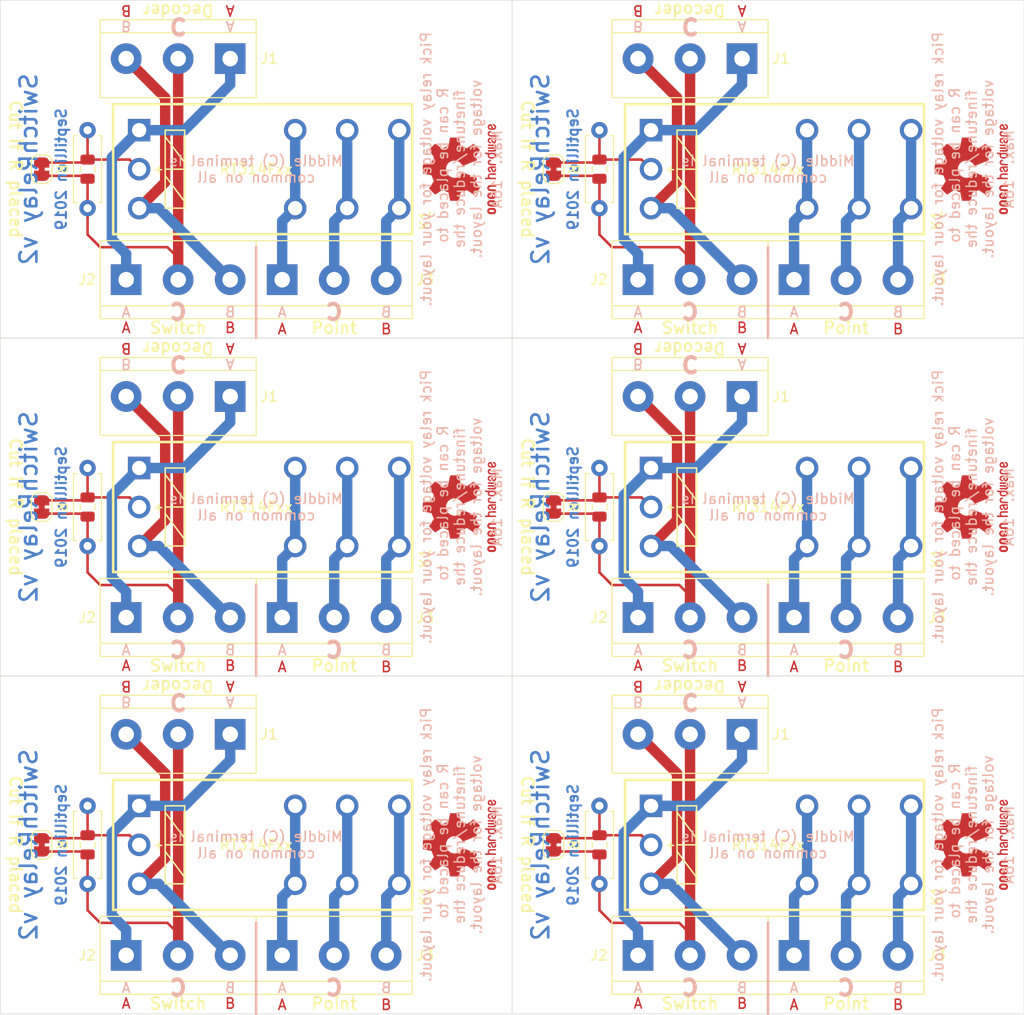
<source format=kicad_pcb>
(kicad_pcb (version 20171130) (host pcbnew "(5.1.4)-1")
  (title_block (title SwitchRelay) (date 2019-08-30) (rev 1.0) (company "Septillion (Timo Engelgeer)"))
  (layers (0 F.Cu signal) (31 B.Cu signal hide) (34 B.Paste user) (35 F.Paste user) (36 B.SilkS user) (37 F.SilkS user) (38 B.Mask user) (39 F.Mask user) (44 Edge.Cuts user))
  (net 0 "")
  (net 1 "Net-(J1-Pad3)")
  (net 2 "Net-(J1-Pad2)")
  (net 3 "Net-(J1-Pad1)")
  (net 4 "Net-(J3-Pad3)")
  (net 5 "Net-(J3-Pad2)")
  (net 6 "Net-(J3-Pad1)")
  (net 7 "Net-(JP1-Pad2)")
  (module MountingHole:MountingHole_3mm (layer F.Cu) (at 153.71 138.41)
    (fp_text reference H3 hide)
    (fp_text value MountingHole)
    (pad 1 np_thru_hole circle (at 0 0) (size 3 3) (drill 3) (layers *.Cu *.Mask))
  )
  (module MountingHole:MountingHole_3mm (layer F.Cu) (at 110.71 112.41)
    (fp_text reference H4 hide)
    (fp_text value MountingHole)
    (pad 1 np_thru_hole circle (at 0 0) (size 3 3) (drill 3) (layers *.Cu *.Mask))
  )
  (module TerminalBlock:TerminalBlock_bornier-3_P5.08mm (layer F.Cu) (at 129.67 114.615 180)
    (fp_text reference J1 (at -3.81 0) (layer F.SilkS))
    (fp_text value Decoder (at 5.08 4.699 180 unlocked) (layer F.SilkS) (effects (font (size 1.143 1.143) (thickness 0.2032))))
    (pad 3 thru_hole circle (at 10.16 0 180) (size 3 3) (drill 1.52) (layers *.Cu *.Mask) (net 1 "Net-(J1-Pad3)"))
    (pad 2 thru_hole circle (at 5.08 0 180) (size 3 3) (drill 1.52) (layers *.Cu *.Mask) (net 2 "Net-(J1-Pad2)"))
    (pad 1 thru_hole rect (at 0 0 180) (size 3 3) (drill 1.52) (layers *.Cu *.Mask) (net 3 "Net-(J1-Pad1)"))
  )
  (module TerminalBlock:TerminalBlock_bornier-3_P5.08mm (layer F.Cu) (at 134.75 136.205)
    (fp_text reference J3 (at 13.97 0) (layer F.SilkS))
    (fp_text value Point (at 5.08 4.699 unlocked) (layer F.SilkS) (effects (font (size 1.143 1.143) (thickness 0.2032))))
    (pad 3 thru_hole circle (at 10.16 0) (size 3 3) (drill 1.52) (layers *.Cu *.Mask) (net 4 "Net-(J3-Pad3)"))
    (pad 2 thru_hole circle (at 5.08 0) (size 3 3) (drill 1.52) (layers *.Cu *.Mask) (net 5 "Net-(J3-Pad2)"))
    (pad 1 thru_hole rect (at 0 0) (size 3 3) (drill 1.52) (layers *.Cu *.Mask) (net 6 "Net-(J3-Pad1)"))
  )
  (module MountingHole:MountingHole_3mm (layer F.Cu) (at 110.71 138.41)
    (fp_text reference H1 hide)
    (fp_text value MountingHole)
    (pad 1 np_thru_hole circle (at 0 0) (size 3 3) (drill 3) (layers *.Cu *.Mask))
  )
  (module TerminalBlock:TerminalBlock_bornier-3_P5.08mm (layer F.Cu) (at 169.51 136.205)
    (fp_text reference J2 (at -3.81 0) (layer F.SilkS))
    (fp_text value Switch (at 5.08 4.699 unlocked) (layer F.SilkS) (effects (font (size 1.143 1.143) (thickness 0.2032))))
    (pad 1 thru_hole rect (at 0 0) (size 3 3) (drill 1.52) (layers *.Cu *.Mask) (net 3 "Net-(J1-Pad1)"))
    (pad 2 thru_hole circle (at 5.08 0) (size 3 3) (drill 1.52) (layers *.Cu *.Mask) (net 2 "Net-(J1-Pad2)"))
    (pad 3 thru_hole circle (at 10.16 0) (size 3 3) (drill 1.52) (layers *.Cu *.Mask) (net 1 "Net-(J1-Pad3)"))
  )
  (module MountingHole:MountingHole_3mm (layer F.Cu) (at 203.71 138.41)
    (fp_text reference H3 hide)
    (fp_text value MountingHole)
    (pad 1 np_thru_hole circle (at 0 0) (size 3 3) (drill 3) (layers *.Cu *.Mask))
  )
  (module MountingHole:MountingHole_3mm (layer F.Cu) (at 160.71 138.41)
    (fp_text reference H1 hide)
    (fp_text value MountingHole)
    (pad 1 np_thru_hole circle (at 0 0) (size 3 3) (drill 3) (layers *.Cu *.Mask))
  )
  (module Resistor_SMD:R_0805_2012Metric (layer F.Cu) (at 165.74 125.41 270)
    (fp_text reference R2 hide)
    (fp_text value R)
    (pad 1 smd roundrect (at -0.9375 0 270) (size 0.975 1.4) (layers F.Cu F.Paste F.Mask) (net 7 "Net-(JP1-Pad2)"))
    (pad 2 smd roundrect (at 0.9375 0 270) (size 0.975 1.4) (layers F.Cu F.Paste F.Mask) (net 2 "Net-(J1-Pad2)"))
  )
  (module TerminalBlock:TerminalBlock_bornier-3_P5.08mm (layer F.Cu) (at 184.75 136.205)
    (fp_text reference J3 (at 13.97 0) (layer F.SilkS))
    (fp_text value Point (at 5.08 4.699 unlocked) (layer F.SilkS) (effects (font (size 1.143 1.143) (thickness 0.2032))))
    (pad 1 thru_hole rect (at 0 0) (size 3 3) (drill 1.52) (layers *.Cu *.Mask) (net 6 "Net-(J3-Pad1)"))
    (pad 2 thru_hole circle (at 5.08 0) (size 3 3) (drill 1.52) (layers *.Cu *.Mask) (net 5 "Net-(J3-Pad2)"))
    (pad 3 thru_hole circle (at 10.16 0) (size 3 3) (drill 1.52) (layers *.Cu *.Mask) (net 4 "Net-(J3-Pad3)"))
  )
  (module MountingHole:MountingHole_3mm (layer F.Cu) (at 160.71 112.41)
    (fp_text reference H4 hide)
    (fp_text value MountingHole)
    (pad 1 np_thru_hole circle (at 0 0) (size 3 3) (drill 3) (layers *.Cu *.Mask))
  )
  (module MountingHole:MountingHole_3mm (layer F.Cu) (at 203.71 112.41)
    (fp_text reference H2 hide)
    (fp_text value MountingHole)
    (pad 1 np_thru_hole circle (at 0 0) (size 3 3) (drill 3) (layers *.Cu *.Mask))
  )
  (module Symbol:OSHW-Logo2_9.8x8mm_Copper (layer F.Cu) (at 202.21 125.41 90)
    (fp_text reference REF** hide)
    (fp_text value OSHW-Logo2_9.8x8mm_Copper hide)
    (fp_poly (pts (xy -3.231114 2.584505) (xy -3.156461 2.621727) (xy -3.090569 2.690261) (xy -3.072423 2.715648) (xy -3.052655 2.748866) (xy -3.039828 2.784945) (xy -3.03249 2.833098) (xy -3.029187 2.902536) (xy -3.028462 2.994206) (xy -3.031737 3.11983) (xy -3.043123 3.214154) (xy -3.064959 3.284523) (xy -3.099581 3.338286) (xy -3.14933 3.382788) (xy -3.152986 3.385423) (xy -3.202015 3.412377) (xy -3.261055 3.425712) (xy -3.336141 3.429) (xy -3.458205 3.429) (xy -3.458256 3.547497) (xy -3.459392 3.613492) (xy -3.466314 3.652202) (xy -3.484402 3.675419) (xy -3.519038 3.694933) (xy -3.527355 3.69892) (xy -3.56628 3.717603) (xy -3.596417 3.729403) (xy -3.618826 3.730422) (xy -3.634567 3.716761) (xy -3.644698 3.684522) (xy -3.650277 3.629804) (xy -3.652365 3.548711) (xy -3.652019 3.437344) (xy -3.6503 3.291802) (xy -3.649763 3.248269) (xy -3.647828 3.098205) (xy -3.646096 3.000042) (xy -3.458308 3.000042) (xy -3.457252 3.083364) (xy -3.452562 3.13788) (xy -3.441949 3.173837) (xy -3.423128 3.201482) (xy -3.41035 3.214965) (xy -3.35811 3.254417) (xy -3.311858 3.257628) (xy -3.264133 3.225049) (xy -3.262923 3.223846) (xy -3.243506 3.198668) (xy -3.231693 3.164447) (xy -3.225735 3.111748) (xy -3.22388 3.031131) (xy -3.223846 3.013271) (xy -3.22833 2.902175) (xy -3.242926 2.825161) (xy -3.26935 2.778147) (xy -3.309317 2.75705) (xy -3.332416 2.754923) (xy -3.387238 2.7649) (xy -3.424842 2.797752) (xy -3.447477 2.857857) (xy -3.457394 2.949598) (xy -3.458308 3.000042) (xy -3.646096 3.000042) (xy -3.645778 2.98206) (xy -3.643127 2.894679) (xy -3.639394 2.830905) (xy -3.634093 2.785582) (xy -3.626742 2.753555) (xy -3.616857 2.729668) (xy -3.603954 2.708764) (xy -3.598421 2.700898) (xy -3.525031 2.626595) (xy -3.43224 2.584467) (xy -3.324904 2.572722) (xy -3.231114 2.584505)) (layer F.Cu) (width 0.01))
    (fp_poly (pts (xy -1.728336 2.595089) (xy -1.665633 2.631358) (xy -1.622039 2.667358) (xy -1.590155 2.705075) (xy -1.56819 2.751199) (xy -1.554351 2.812421) (xy -1.546847 2.895431) (xy -1.543883 3.006919) (xy -1.543539 3.087062) (xy -1.543539 3.382065) (xy -1.709615 3.456515) (xy -1.719385 3.133402) (xy -1.723421 3.012729) (xy -1.727656 2.925141) (xy -1.732903 2.86465) (xy -1.739975 2.825268) (xy -1.749689 2.801007) (xy -1.762856 2.78588) (xy -1.767081 2.782606) (xy -1.831091 2.757034) (xy -1.895792 2.767153) (xy -1.934308 2.794) (xy -1.949975 2.813024) (xy -1.96082 2.837988) (xy -1.967712 2.875834) (xy -1.971521 2.933502) (xy -1.973117 3.017935) (xy -1.973385 3.105928) (xy -1.973437 3.216323) (xy -1.975328 3.294463) (xy -1.981655 3.347165) (xy -1.995017 3.381242) (xy -2.018015 3.403511) (xy -2.053246 3.420787) (xy -2.100303 3.438738) (xy -2.151697 3.458278) (xy -2.145579 3.111485) (xy -2.143116 2.986468) (xy -2.140233 2.894082) (xy -2.136102 2.827881) (xy -2.129893 2.78142) (xy -2.120774 2.748256) (xy -2.107917 2.721944) (xy -2.092416 2.698729) (xy -2.017629 2.624569) (xy -1.926372 2.581684) (xy -1.827117 2.571412) (xy -1.728336 2.595089)) (layer F.Cu) (width 0.01))
    (fp_poly (pts (xy -3.983114 2.587256) (xy -3.891536 2.635409) (xy -3.823951 2.712905) (xy -3.799943 2.762727) (xy -3.781262 2.837533) (xy -3.771699 2.932052) (xy -3.770792 3.03521) (xy -3.778079 3.135935) (xy -3.793097 3.223153) (xy -3.815385 3.285791) (xy -3.822235 3.296579) (xy -3.903368 3.377105) (xy -3.999734 3.425336) (xy -4.104299 3.43945) (xy -4.210032 3.417629) (xy -4.239457 3.404547) (xy -4.296759 3.364231) (xy -4.34705 3.310775) (xy -4.351803 3.303995) (xy -4.371122 3.271321) (xy -4.383892 3.236394) (xy -4.391436 3.190414) (xy -4.395076 3.124584) (xy -4.396135 3.030105) (xy -4.396154 3.008923) (xy -4.396106 3.002182) (xy -4.200769 3.002182) (xy -4.199632 3.091349) (xy -4.195159 3.15052) (xy -4.185754 3.188741) (xy -4.169824 3.215053) (xy -4.161692 3.223846) (xy -4.114942 3.257261) (xy -4.069553 3.255737) (xy -4.02366 3.226752) (xy -3.996288 3.195809) (xy -3.980077 3.150643) (xy -3.970974 3.07942) (xy -3.970349 3.071114) (xy -3.968796 2.942037) (xy -3.985035 2.846172) (xy -4.018848 2.784107) (xy -4.070016 2.756432) (xy -4.08828 2.754923) (xy -4.13624 2.762513) (xy -4.169047 2.788808) (xy -4.189105 2.839095) (xy -4.198822 2.918664) (xy -4.200769 3.002182) (xy -4.396106 3.002182) (xy -4.395426 2.908249) (xy -4.392371 2.837906) (xy -4.385678 2.789163) (xy -4.37404 2.753288) (xy -4.356147 2.721548) (xy -4.352192 2.715648) (xy -4.285733 2.636104) (xy -4.213315 2.589929) (xy -4.125151 2.571599) (xy -4.095213 2.570703) (xy -3.983114 2.587256)) (layer F.Cu) (width 0.01))
    (fp_poly (pts (xy -2.465746 2.599745) (xy -2.388714 2.651567) (xy -2.329184 2.726412) (xy -2.293622 2.821654) (xy -2.286429 2.891756) (xy -2.287246 2.921009) (xy -2.294086 2.943407) (xy -2.312888 2.963474) (xy -2.349592 2.985733) (xy -2.410138 3.014709) (xy -2.500466 3.054927) (xy -2.500923 3.055129) (xy -2.584067 3.09321) (xy -2.652247 3.127025) (xy -2.698495 3.152933) (xy -2.715842 3.167295) (xy -2.715846 3.167411) (xy -2.700557 3.198685) (xy -2.664804 3.233157) (xy -2.623758 3.25799) (xy -2.602963 3.262923) (xy -2.54623 3.245862) (xy -2.497373 3.203133) (xy -2.473535 3.156155) (xy -2.450603 3.121522) (xy -2.405682 3.082081) (xy -2.352877 3.048009) (xy -2.30629 3.02948) (xy -2.296548 3.028462) (xy -2.285582 3.045215) (xy -2.284921 3.088039) (xy -2.29298 3.145781) (xy -2.308173 3.207289) (xy -2.328914 3.261409) (xy -2.329962 3.26351) (xy -2.392379 3.35066) (xy -2.473274 3.409939) (xy -2.565144 3.439034) (xy -2.660487 3.435634) (xy -2.751802 3.397428) (xy -2.755862 3.394741) (xy -2.827694 3.329642) (xy -2.874927 3.244705) (xy -2.901066 3.133021) (xy -2.904574 3.101643) (xy -2.910787 2.953536) (xy -2.903339 2.884468) (xy -2.715846 2.884468) (xy -2.71341 2.927552) (xy -2.700086 2.940126) (xy -2.666868 2.930719) (xy -2.614506 2.908483) (xy -2.555976 2.88061) (xy -2.554521 2.879872) (xy -2.504911 2.853777) (xy -2.485 2.836363) (xy -2.48991 2.818107) (xy -2.510584 2.79412) (xy -2.563181 2.759406) (xy -2.619823 2.756856) (xy -2.670631 2.782119) (xy -2.705724 2.830847) (xy -2.715846 2.884468) (xy -2.903339 2.884468) (xy -2.898008 2.835036) (xy -2.865222 2.741055) (xy -2.819579 2.675215) (xy -2.737198 2.608681) (xy -2.646454 2.575676) (xy -2.553815 2.573573) (xy -2.465746 2.599745)) (layer F.Cu) (width 0.01))
    (fp_poly (pts (xy -0.840154 2.49212) (xy -0.834428 2.57198) (xy -0.827851 2.619039) (xy -0.818738 2.639566) (xy -0.805402 2.639829) (xy -0.801077 2.637378) (xy -0.743556 2.619636) (xy -0.668732 2.620672) (xy -0.592661 2.63891) (xy -0.545082 2.662505) (xy -0.496298 2.700198) (xy -0.460636 2.742855) (xy -0.436155 2.797057) (xy -0.420913 2.869384) (xy -0.41297 2.966419) (xy -0.410384 3.094742) (xy -0.410338 3.119358) (xy -0.410308 3.39587) (xy -0.471839 3.41732) (xy -0.515541 3.431912) (xy -0.539518 3.438706) (xy -0.540223 3.438769) (xy -0.542585 3.420345) (xy -0.544594 3.369526) (xy -0.546099 3.292993) (xy -0.546947 3.19743) (xy -0.547077 3.139329) (xy -0.547349 3.024771) (xy -0.548748 2.942667) (xy -0.552151 2.886393) (xy -0.558433 2.849326) (xy -0.568471 2.824844) (xy -0.583139 2.806325) (xy -0.592298 2.797406) (xy -0.655211 2.761466) (xy -0.723864 2.758775) (xy -0.786152 2.78917) (xy -0.797671 2.800144) (xy -0.814567 2.820779) (xy -0.826286 2.845256) (xy -0.833767 2.880647) (xy -0.837946 2.934026) (xy -0.839763 3.012466) (xy -0.840154 3.120617) (xy -0.840154 3.39587) (xy -0.901685 3.41732) (xy -0.945387 3.431912) (xy -0.969364 3.438706) (xy -0.97007 3.438769) (xy -0.971874 3.420069) (xy -0.9735 3.367322) (xy -0.974883 3.285557) (xy -0.975958 3.179805) (xy -0.97666 3.055094) (xy -0.976923 2.916455) (xy -0.976923 2.381806) (xy -0.849923 2.328236) (xy -0.840154 2.49212)) (layer F.Cu) (width 0.01))
    (fp_poly (pts (xy 0.053501 2.626303) (xy 0.13006 2.654733) (xy 0.130936 2.655279) (xy 0.178285 2.690127) (xy 0.213241 2.730852) (xy 0.237825 2.783925) (xy 0.254062 2.855814) (xy 0.263975 2.952992) (xy 0.269586 3.081928) (xy 0.270077 3.100298) (xy 0.277141 3.377287) (xy 0.217695 3.408028) (xy 0.174681 3.428802) (xy 0.14871 3.438646) (xy 0.147509 3.438769) (xy 0.143014 3.420606) (xy 0.139444 3.371612) (xy 0.137248 3.300031) (xy 0.136769 3.242068) (xy 0.136758 3.14817) (xy 0.132466 3.089203) (xy 0.117503 3.061079) (xy 0.085482 3.059706) (xy 0.030014 3.080998) (xy -0.053731 3.120136) (xy -0.115311 3.152643) (xy -0.146983 3.180845) (xy -0.156294 3.211582) (xy -0.156308 3.213104) (xy -0.140943 3.266054) (xy -0.095453 3.29466) (xy -0.025834 3.298803) (xy 0.024313 3.298084) (xy 0.050754 3.312527) (xy 0.067243 3.347218) (xy 0.076733 3.391416) (xy 0.063057 3.416493) (xy 0.057907 3.420082) (xy 0.009425 3.434496) (xy -0.058469 3.436537) (xy -0.128388 3.426983) (xy -0.177932 3.409522) (xy -0.24643 3.351364) (xy -0.285366 3.270408) (xy -0.293077 3.20716) (xy -0.287193 3.150111) (xy -0.265899 3.103542) (xy -0.223735 3.062181) (xy -0.155241 3.020755) (xy -0.054956 2.973993) (xy -0.048846 2.97135) (xy 0.04149 2.929617) (xy 0.097235 2.895391) (xy 0.121129 2.864635) (xy 0.115913 2.833311) (xy 0.084328 2.797383) (xy 0.074883 2.789116) (xy 0.011617 2.757058) (xy -0.053936 2.758407) (xy -0.111028 2.789838) (xy -0.148907 2.848024) (xy -0.152426 2.859446) (xy -0.1867 2.914837) (xy -0.230191 2.941518) (xy -0.293077 2.96796) (xy -0.293077 2.899548) (xy -0.273948 2.80011) (xy -0.217169 2.708902) (xy -0.187622 2.678389) (xy -0.120458 2.639228) (xy -0.035044 2.6215) (xy 0.053501 2.626303)) (layer F.Cu) (width 0.01))
    (fp_poly (pts (xy 0.713362 2.62467) (xy 0.802117 2.657421) (xy 0.874022 2.71535) (xy 0.902144 2.756128) (xy 0.932802 2.830954) (xy 0.932165 2.885058) (xy 0.899987 2.921446) (xy 0.888081 2.927633) (xy 0.836675 2.946925) (xy 0.810422 2.941982) (xy 0.80153 2.909587) (xy 0.801077 2.891692) (xy 0.784797 2.825859) (xy 0.742365 2.779807) (xy 0.683388 2.757564) (xy 0.617475 2.763161) (xy 0.563895 2.792229) (xy 0.545798 2.80881) (xy 0.532971 2.828925) (xy 0.524306 2.859332) (xy 0.518696 2.906788) (xy 0.515035 2.97805) (xy 0.512215 3.079875) (xy 0.511484 3.112115) (xy 0.50882 3.22241) (xy 0.505792 3.300036) (xy 0.50125 3.351396) (xy 0.494046 3.38289) (xy 0.483033 3.40092) (xy 0.46706 3.411888) (xy 0.456834 3.416733) (xy 0.413406 3.433301) (xy 0.387842 3.438769) (xy 0.379395 3.420507) (xy 0.374239 3.365296) (xy 0.372346 3.272499) (xy 0.373689 3.141478) (xy 0.374107 3.121269) (xy 0.377058 3.001733) (xy 0.380548 2.914449) (xy 0.385514 2.852591) (xy 0.392893 2.809336) (xy 0.403624 2.77786) (xy 0.418645 2.751339) (xy 0.426502 2.739975) (xy 0.471553 2.689692) (xy 0.52194 2.650581) (xy 0.528108 2.647167) (xy 0.618458 2.620212) (xy 0.713362 2.62467)) (layer F.Cu) (width 0.01))
    (fp_poly (pts (xy 1.602081 2.780289) (xy 1.601833 2.92632) (xy 1.600872 3.038655) (xy 1.598794 3.122678) (xy 1.595193 3.183769) (xy 1.589665 3.227309) (xy 1.581804 3.258679) (xy 1.571207 3.283262) (xy 1.563182 3.297294) (xy 1.496728 3.373388) (xy 1.41247 3.421084) (xy 1.319249 3.438199) (xy 1.2259 3.422546) (xy 1.170312 3.394418) (xy 1.111957 3.34576) (xy 1.072186 3.286333) (xy 1.04819 3.208507) (xy 1.037161 3.104652) (xy 1.035599 3.028462) (xy 1.035809 3.022986) (xy 1.172308 3.022986) (xy 1.173141 3.110355) (xy 1.176961 3.168192) (xy 1.185746 3.206029) (xy 1.201474 3.233398) (xy 1.220266 3.254042) (xy 1.283375 3.29389) (xy 1.351137 3.297295) (xy 1.415179 3.264025) (xy 1.420164 3.259517) (xy 1.441439 3.236067) (xy 1.454779 3.208166) (xy 1.462001 3.166641) (xy 1.464923 3.102316) (xy 1.465385 3.0312) (xy 1.464383 2.941858) (xy 1.460238 2.882258) (xy 1.451236 2.843089) (xy 1.435667 2.81504) (xy 1.422902 2.800144) (xy 1.3636 2.762575) (xy 1.295301 2.758057) (xy 1.23011 2.786753) (xy 1.217528 2.797406) (xy 1.196111 2.821063) (xy 1.182744 2.849251) (xy 1.175566 2.891245) (xy 1.172719 2.956319) (xy 1.172308 3.022986) (xy 1.035809 3.022986) (xy 1.040322 2.905765) (xy 1.056362 2.813577) (xy 1.086528 2.744269) (xy 1.133629 2.690211) (xy 1.170312 2.662505) (xy 1.23699 2.632572) (xy 1.314272 2.618678) (xy 1.38611 2.622397) (xy 1.426308 2.6374) (xy 1.442082 2.64167) (xy 1.45255 2.62575) (xy 1.459856 2.583089) (xy 1.465385 2.518106) (xy 1.471437 2.445732) (xy 1.479844 2.402187) (xy 1.495141 2.377287) (xy 1.521864 2.360845) (xy 1.538654 2.353564) (xy 1.602154 2.326963) (xy 1.602081 2.780289)) (layer F.Cu) (width 0.01))
    (fp_poly (pts (xy 2.395929 2.636662) (xy 2.398911 2.688068) (xy 2.401247 2.766192) (xy 2.402749 2.864857) (xy 2.403231 2.968343) (xy 2.403231 3.318533) (xy 2.341401 3.380363) (xy 2.298793 3.418462) (xy 2.26139 3.433895) (xy 2.21027 3.432918) (xy 2.189978 3.430433) (xy 2.126554 3.4232) (xy 2.074095 3.419055) (xy 2.061308 3.418672) (xy 2.018199 3.421176) (xy 1.956544 3.427462) (xy 1.932638 3.430433) (xy 1.873922 3.435028) (xy 1.834464 3.425046) (xy 1.795338 3.394228) (xy 1.781215 3.380363) (xy 1.719385 3.318533) (xy 1.719385 2.663503) (xy 1.76915 2.640829) (xy 1.812002 2.624034) (xy 1.837073 2.618154) (xy 1.843501 2.636736) (xy 1.849509 2.688655) (xy 1.854697 2.768172) (xy 1.858664 2.869546) (xy 1.860577 2.955192) (xy 1.865923 3.292231) (xy 1.91256 3.298825) (xy 1.954976 3.294214) (xy 1.97576 3.279287) (xy 1.98157 3.251377) (xy 1.98653 3.191925) (xy 1.990246 3.108466) (xy 1.992324 3.008532) (xy 1.992624 2.957104) (xy 1.992923 2.661054) (xy 2.054454 2.639604) (xy 2.098004 2.62502) (xy 2.121694 2.618219) (xy 2.122377 2.618154) (xy 2.124754 2.636642) (xy 2.127366 2.687906) (xy 2.129995 2.765649) (xy 2.132421 2.863574) (xy 2.134115 2.955192) (xy 2.139461 3.292231) (xy 2.256692 3.292231) (xy 2.262072 2.984746) (xy 2.267451 2.677261) (xy 2.324601 2.647707) (xy 2.366797 2.627413) (xy 2.39177 2.618204) (xy 2.392491 2.618154) (xy 2.395929 2.636662)) (layer F.Cu) (width 0.01))
    (fp_poly (pts (xy 2.887333 2.633528) (xy 2.94359 2.659117) (xy 2.987747 2.690124) (xy 3.020101 2.724795) (xy 3.042438 2.76952) (xy 3.056546 2.830692) (xy 3.064211 2.914701) (xy 3.06722 3.02794) (xy 3.067538 3.102509) (xy 3.067538 3.39342) (xy 3.017773 3.416095) (xy 2.978576 3.432667) (xy 2.959157 3.438769) (xy 2.955442 3.42061) (xy 2.952495 3.371648) (xy 2.950691 3.300153) (xy 2.950308 3.243385) (xy 2.948661 3.161371) (xy 2.944222 3.096309) (xy 2.93774 3.056467) (xy 2.93259 3.048) (xy 2.897977 3.056646) (xy 2.84364 3.078823) (xy 2.780722 3.108886) (xy 2.720368 3.141192) (xy 2.673721 3.170098) (xy 2.651926 3.189961) (xy 2.651839 3.190175) (xy 2.653714 3.226935) (xy 2.670525 3.262026) (xy 2.700039 3.290528) (xy 2.743116 3.300061) (xy 2.779932 3.29895) (xy 2.832074 3.298133) (xy 2.859444 3.310349) (xy 2.875882 3.342624) (xy 2.877955 3.34871) (xy 2.885081 3.394739) (xy 2.866024 3.422687) (xy 2.816353 3.436007) (xy 2.762697 3.43847) (xy 2.666142 3.42021) (xy 2.616159 3.394131) (xy 2.554429 3.332868) (xy 2.52169 3.25767) (xy 2.518753 3.178211) (xy 2.546424 3.104167) (xy 2.588047 3.057769) (xy 2.629604 3.031793) (xy 2.694922 2.998907) (xy 2.771038 2.965557) (xy 2.783726 2.960461) (xy 2.867333 2.923565) (xy 2.91553 2.891046) (xy 2.93103 2.858718) (xy 2.91655 2.822394) (xy 2.891692 2.794) (xy 2.832939 2.759039) (xy 2.768293 2.756417) (xy 2.709008 2.783358) (xy 2.666339 2.837088) (xy 2.660739 2.85095) (xy 2.628133 2.901936) (xy 2.58053 2.939787) (xy 2.520461 2.97085) (xy 2.520461 2.882768) (xy 2.523997 2.828951) (xy 2.539156 2.786534) (xy 2.572768 2.741279) (xy 2.605035 2.70642) (xy 2.655209 2.657062) (xy 2.694193 2.630547) (xy 2.736064 2.619911) (xy 2.78346 2.618154) (xy 2.887333 2.633528)) (layer F.Cu) (width 0.01))
    (fp_poly (pts (xy 3.570807 2.636782) (xy 3.594161 2.646988) (xy 3.649902 2.691134) (xy 3.697569 2.754967) (xy 3.727048 2.823087) (xy 3.731846 2.85667) (xy 3.71576 2.903556) (xy 3.680475 2.928365) (xy 3.642644 2.943387) (xy 3.625321 2.946155) (xy 3.616886 2.926066) (xy 3.60023 2.882351) (xy 3.592923 2.862598) (xy 3.551948 2.794271) (xy 3.492622 2.760191) (xy 3.416552 2.761239) (xy 3.410918 2.762581) (xy 3.370305 2.781836) (xy 3.340448 2.819375) (xy 3.320055 2.879809) (xy 3.307836 2.967751) (xy 3.3025 3.087813) (xy 3.302 3.151698) (xy 3.301752 3.252403) (xy 3.300126 3.321054) (xy 3.295801 3.364673) (xy 3.287454 3.390282) (xy 3.273765 3.404903) (xy 3.253411 3.415558) (xy 3.252234 3.416095) (xy 3.213038 3.432667) (xy 3.193619 3.438769) (xy 3.190635 3.420319) (xy 3.188081 3.369323) (xy 3.18614 3.292308) (xy 3.184997 3.195805) (xy 3.184769 3.125184) (xy 3.185932 2.988525) (xy 3.190479 2.884851) (xy 3.199999 2.808108) (xy 3.216081 2.752246) (xy 3.240313 2.711212) (xy 3.274286 2.678954) (xy 3.307833 2.65644) (xy 3.388499 2.626476) (xy 3.482381 2.619718) (xy 3.570807 2.636782)) (layer F.Cu) (width 0.01))
    (fp_poly (pts (xy 4.245224 2.647838) (xy 4.322528 2.698361) (xy 4.359814 2.74359) (xy 4.389353 2.825663) (xy 4.391699 2.890607) (xy 4.386385 2.977445) (xy 4.186115 3.065103) (xy 4.088739 3.109887) (xy 4.025113 3.145913) (xy 3.992029 3.177117) (xy 3.98628 3.207436) (xy 4.004658 3.240805) (xy 4.024923 3.262923) (xy 4.083889 3.298393) (xy 4.148024 3.300879) (xy 4.206926 3.273235) (xy 4.250197 3.21832) (xy 4.257936 3.198928) (xy 4.295006 3.138364) (xy 4.337654 3.112552) (xy 4.396154 3.090471) (xy 4.396154 3.174184) (xy 4.390982 3.23115) (xy 4.370723 3.279189) (xy 4.328262 3.334346) (xy 4.321951 3.341514) (xy 4.27472 3.390585) (xy 4.234121 3.41692) (xy 4.183328 3.429035) (xy 4.14122 3.433003) (xy 4.065902 3.433991) (xy 4.012286 3.421466) (xy 3.978838 3.402869) (xy 3.926268 3.361975) (xy 3.889879 3.317748) (xy 3.86685 3.262126) (xy 3.854359 3.187047) (xy 3.849587 3.084449) (xy 3.849206 3.032376) (xy 3.850501 2.969948) (xy 3.968471 2.969948) (xy 3.969839 3.003438) (xy 3.973249 3.008923) (xy 3.995753 3.001472) (xy 4.044182 2.981753) (xy 4.108908 2.953718) (xy 4.122443 2.947692) (xy 4.204244 2.906096) (xy 4.249312 2.869538) (xy 4.259217 2.835296) (xy 4.235526 2.800648) (xy 4.21596 2.785339) (xy 4.14536 2.754721) (xy 4.07928 2.75978) (xy 4.023959 2.797151) (xy 3.985636 2.863473) (xy 3.973349 2.916116) (xy 3.968471 2.969948) (xy 3.850501 2.969948) (xy 3.85173 2.91072) (xy 3.861032 2.82071) (xy 3.87946 2.755167) (xy 3.90936 2.706912) (xy 3.95308 2.668767) (xy 3.972141 2.65644) (xy 4.058726 2.624336) (xy 4.153522 2.622316) (xy 4.245224 2.647838)) (layer F.Cu) (width 0.01))
    (fp_poly (pts (xy 0.139878 -3.712224) (xy 0.245612 -3.711645) (xy 0.322132 -3.710078) (xy 0.374372 -3.707028) (xy 0.407263 -3.702004) (xy 0.425737 -3.694511) (xy 0.434727 -3.684056) (xy 0.439163 -3.670147) (xy 0.439594 -3.668346) (xy 0.446333 -3.635855) (xy 0.458808 -3.571748) (xy 0.475719 -3.482849) (xy 0.495771 -3.375981) (xy 0.517664 -3.257967) (xy 0.518429 -3.253822) (xy 0.540359 -3.138169) (xy 0.560877 -3.035986) (xy 0.578659 -2.953402) (xy 0.592381 -2.896544) (xy 0.600718 -2.871542) (xy 0.601116 -2.871099) (xy 0.625677 -2.85889) (xy 0.676315 -2.838544) (xy 0.742095 -2.814455) (xy 0.742461 -2.814326) (xy 0.825317 -2.783182) (xy 0.923 -2.743509) (xy 1.015077 -2.703619) (xy 1.019434 -2.701647) (xy 1.169407 -2.63358) (xy 1.501498 -2.860361) (xy 1.603374 -2.929496) (xy 1.695657 -2.991303) (xy 1.773003 -3.042267) (xy 1.830064 -3.078873) (xy 1.861495 -3.097606) (xy 1.864479 -3.098996) (xy 1.887321 -3.09281) (xy 1.929982 -3.062965) (xy 1.994128 -3.008053) (xy 2.081421 -2.926666) (xy 2.170535 -2.840078) (xy 2.256441 -2.754753) (xy 2.333327 -2.676892) (xy 2.396564 -2.611303) (xy 2.441523 -2.562795) (xy 2.463576 -2.536175) (xy 2.464396 -2.534805) (xy 2.466834 -2.516537) (xy 2.45765 -2.486705) (xy 2.434574 -2.441279) (xy 2.395337 -2.37623) (xy 2.33767 -2.28753) (xy 2.260795 -2.173343) (xy 2.19257 -2.072838) (xy 2.131582 -1.982697) (xy 2.081356 -1.908151) (xy 2.045416 -1.854435) (xy 2.027287 -1.826782) (xy 2.026146 -1.824905) (xy 2.028359 -1.79841) (xy 2.045138 -1.746914) (xy 2.073142 -1.680149) (xy 2.083122 -1.658828) (xy 2.126672 -1.563841) (xy 2.173134 -1.456063) (xy 2.210877 -1.362808) (xy 2.238073 -1.293594) (xy 2.259675 -1.240994) (xy 2.272158 -1.213503) (xy 2.273709 -1.211384) (xy 2.296668 -1.207876) (xy 2.350786 -1.198262) (xy 2.428868 -1.183911) (xy 2.523719 -1.166193) (xy 2.628143 -1.146475) (xy 2.734944 -1.126126) (xy 2.836926 -1.106514) (xy 2.926894 -1.089009) (xy 2.997653 -1.074978) (xy 3.042006 -1.065791) (xy 3.052885 -1.063193) (xy 3.064122 -1.056782) (xy 3.072605 -1.042303) (xy 3.078714 -1.014867) (xy 3.082832 -0.969589) (xy 3.085341 -0.90158) (xy 3.086621 -0.805953) (xy 3.087054 -0.67782) (xy 3.087077 -0.625299) (xy 3.087077 -0.198155) (xy 2.9845 -0.177909) (xy 2.927431 -0.16693) (xy 2.842269 -0.150905) (xy 2.739372 -0.131767) (xy 2.629096 -0.111449) (xy 2.598615 -0.105868) (xy 2.496855 -0.086083) (xy 2.408205 -0.066627) (xy 2.340108 -0.049303) (xy 2.300004 -0.035912) (xy 2.293323 -0.031921) (xy 2.276919 -0.003658) (xy 2.253399 0.051109) (xy 2.227316 0.121588) (xy 2.222142 0.136769) (xy 2.187956 0.230896) (xy 2.145523 0.337101) (xy 2.103997 0.432473) (xy 2.103792 0.432916) (xy 2.03464 0.582525) (xy 2.489512 1.251617) (xy 2.1975 1.544116) (xy 2.10918 1.63117) (xy 2.028625 1.707909) (xy 1.96036 1.770237) (xy 1.908908 1.814056) (xy 1.878794 1.83527) (xy 1.874474 1.836616) (xy 1.849111 1.826016) (xy 1.797358 1.796547) (xy 1.724868 1.751705) (xy 1.637294 1.694984) (xy 1.542612 1.631462) (xy 1.446516 1.566668) (xy 1.360837 1.510287) (xy 1.291016 1.465788) (xy 1.242494 1.436639) (xy 1.220782 1.426308) (xy 1.194293 1.43505) (xy 1.144062 1.458087) (xy 1.080451 1.490631) (xy 1.073708 1.494249) (xy 0.988046 1.53721) (xy 0.929306 1.558279) (xy 0.892772 1.558503) (xy 0.873731 1.538928) (xy 0.87362 1.538654) (xy 0.864102 1.515472) (xy 0.841403 1.460441) (xy 0.807282 1.377822) (xy 0.7635 1.271872) (xy 0.711816 1.146852) (xy 0.653992 1.00702) (xy 0.597991 0.871637) (xy 0.536447 0.722234) (xy 0.479939 0.583832) (xy 0.430161 0.460673) (xy 0.388806 0.357002) (xy 0.357568 0.277059) (xy 0.338141 0.225088) (xy 0.332154 0.205692) (xy 0.347168 0.183443) (xy 0.386439 0.147982) (xy 0.438807 0.108887) (xy 0.587941 -0.014755) (xy 0.704511 -0.156478) (xy 0.787118 -0.313296) (xy 0.834366 -0.482225) (xy 0.844857 -0.660278) (xy 0.837231 -0.742461) (xy 0.795682 -0.912969) (xy 0.724123 -1.063541) (xy 0.626995 -1.192691) (xy 0.508734 -1.298936) (xy 0.37378 -1.38079) (xy 0.226571 -1.436768) (xy 0.071544 -1.465385) (xy -0.086861 -1.465156) (xy -0.244206 -1.434595) (xy -0.396054 -1.372218) (xy -0.537965 -1.27654) (xy -0.597197 -1.222428) (xy -0.710797 -1.08348) (xy -0.789894 -0.931639) (xy -0.835014 -0.771333) (xy -0.846684 -0.606988) (xy -0.825431 -0.443029) (xy -0.77178 -0.283882) (xy -0.68626 -0.133975) (xy -0.569395 0.002267) (xy -0.438807 0.108887) (xy -0.384412 0.149642) (xy -0.345986 0.184718) (xy -0.332154 0.205726) (xy -0.339397 0.228635) (xy -0.359995 0.283365) (xy -0.392254 0.365672) (xy -0.434479 0.471315) (xy -0.484977 0.59605) (xy -0.542052 0.735636) (xy -0.598146 0.87167) (xy -0.660033 1.021201) (xy -0.717356 1.159767) (xy -0.768356 1.283107) (xy -0.811273 1.386964) (xy -0.844347 1.46708) (xy -0.865819 1.519195) (xy -0.873775 1.538654) (xy -0.892571 1.558423) (xy -0.928926 1.558365) (xy -0.987521 1.537441) (xy -1.073032 1.494613) (xy -1.073708 1.494249) (xy -1.138093 1.461012) (xy -1.190139 1.436802) (xy -1.219488 1.426404) (xy -1.220783 1.426308) (xy -1.242876 1.436855) (xy -1.291652 1.466184) (xy -1.361669 1.510827) (xy -1.447486 1.567314) (xy -1.542612 1.631462) (xy -1.63946 1.696411) (xy -1.726747 1.752896) (xy -1.798819 1.797421) (xy -1.850023 1.82649) (xy -1.874474 1.836616) (xy -1.89699 1.823307) (xy -1.942258 1.786112) (xy -2.005756 1.729128) (xy -2.082961 1.656449) (xy -2.169349 1.572171) (xy -2.197601 1.544016) (xy -2.489713 1.251416) (xy -2.267369 0.925104) (xy -2.199798 0.824897) (xy -2.140493 0.734963) (xy -2.092783 0.66051) (xy -2.059993 0.606751) (xy -2.045452 0.578894) (xy -2.045026 0.576912) (xy -2.052692 0.550655) (xy -2.073311 0.497837) (xy -2.103315 0.42731) (xy -2.124375 0.380093) (xy -2.163752 0.289694) (xy -2.200835 0.198366) (xy -2.229585 0.1212) (xy -2.237395 0.097692) (xy -2.259583 0.034916) (xy -2.281273 -0.013589) (xy -2.293187 -0.031921) (xy -2.319477 -0.043141) (xy -2.376858 -0.059046) (xy -2.457882 -0.077833) (xy -2.555105 -0.097701) (xy -2.598615 -0.105868) (xy -2.709104 -0.126171) (xy -2.815084 -0.14583) (xy -2.906199 -0.162912) (xy -2.972092 -0.175482) (xy -2.9845 -0.177909) (xy -3.087077 -0.198155) (xy -3.087077 -0.625299) (xy -3.086847 -0.765754) (xy -3.085901 -0.872021) (xy -3.083859 -0.948987) (xy -3.080338 -1.00154) (xy -3.074957 -1.034567) (xy -3.067334 -1.052955) (xy -3.057088 -1.061592) (xy -3.052885 -1.063193) (xy -3.02753 -1.068873) (xy -2.971516 -1.080205) (xy -2.892036 -1.095821) (xy -2.796288 -1.114353) (xy -2.691467 -1.134431) (xy -2.584768 -1.154688) (xy -2.483387 -1.173754) (xy -2.394521 -1.190261) (xy -2.325363 -1.202841) (xy -2.283111 -1.210125) (xy -2.27371 -1.211384) (xy -2.265193 -1.228237) (xy -2.24634 -1.27313) (xy -2.220676 -1.33757) (xy -2.210877 -1.362808) (xy -2.171352 -1.460314) (xy -2.124808 -1.568041) (xy -2.083123 -1.658828) (xy -2.05245 -1.728247) (xy -2.032044 -1.78529) (xy -2.025232 -1.820223) (xy -2.026318 -1.824905) (xy -2.040715 -1.847009) (xy -2.073588 -1.896169) (xy -2.12141 -1.967152) (xy -2.180652 -2.054722) (xy -2.247785 -2.153643) (xy -2.261059 -2.17317) (xy -2.338954 -2.28886) (xy -2.396213 -2.376956) (xy -2.435119 -2.441514) (xy -2.457956 -2.486589) (xy -2.467006 -2.516237) (xy -2.464552 -2.534515) (xy -2.464489 -2.534631) (xy -2.445173 -2.558639) (xy -2.402449 -2.605053) (xy -2.340949 -2.669063) (xy -2.265302 -2.745855) (xy -2.180139 -2.830618) (xy -2.170535 -2.840078) (xy -2.06321 -2.944011) (xy -1.980385 -3.020325) (xy -1.920395 -3.070429) (xy -1.881577 -3.09573) (xy -1.86448 -3.098996) (xy -1.839527 -3.08475) (xy -1.787745 -3.051844) (xy -1.71448 -3.003792) (xy -1.62508 -2.94411) (xy -1.524889 -2.876312) (xy -1.501499 -2.860361) (xy -1.169407 -2.63358) (xy -1.019435 -2.701647) (xy -0.92823 -2.741315) (xy -0.830331 -2.781209) (xy -0.746169 -2.813017) (xy -0.742462 -2.814326) (xy -0.676631 -2.838424) (xy -0.625884 -2.8588) (xy -0.601158 -2.871064) (xy -0.601116 -2.871099) (xy -0.593271 -2.893266) (xy -0.579934 -2.947783) (xy -0.56243 -3.02852) (xy -0.542083 -3.12935) (xy -0.520218 -3.244144) (xy -0.518429 -3.253822) (xy -0.496496 -3.372096) (xy -0.47636 -3.479458) (xy -0.45932 -3.569083) (xy -0.446672 -3.634149) (xy -0.439716 -3.667832) (xy -0.439594 -3.668346) (xy -0.435361 -3.682675) (xy -0.427129 -3.693493) (xy -0.409967 -3.701294) (xy -0.378942 -3.706571) (xy -0.329122 -3.709818) (xy -0.255576 -3.711528) (xy -0.153371 -3.712193) (xy -0.017575 -3.712307) (xy 0 -3.712308) (xy 0.139878 -3.712224)) (layer F.Cu) (width 0.01))
  )
  (module Resistor_SMD:R_0805_2012Metric (layer F.Cu) (at 115.74 125.41 270)
    (fp_text reference R2 hide)
    (fp_text value R)
    (pad 2 smd roundrect (at 0.9375 0 270) (size 0.975 1.4) (layers F.Cu F.Paste F.Mask) (net 2 "Net-(J1-Pad2)"))
    (pad 1 smd roundrect (at -0.9375 0 270) (size 0.975 1.4) (layers F.Cu F.Paste F.Mask) (net 7 "Net-(JP1-Pad2)"))
  )
  (module septillion_relay:RTxxxFxx (layer F.Cu) (at 132.21 125.41)
    (fp_text reference K1 (at 16.5 5 90) (layer F.SilkS))
    (fp_text value RT314Fxx (at 0 0) (layer F.SilkS))
    (fp_text user + (at -9.525 0) (layer F.SilkS) (effects (font (size 0.762 0.762) (thickness 0.1524))))
    (pad A3 thru_hole circle (at -11.43 0) (size 2.2 2.2) (drill 1.4) (layers *.Cu *.Mask) (net 7 "Net-(JP1-Pad2)"))
    (pad A2 thru_hole circle (at -11.43 3.81) (size 2.2 2.2) (drill 1.4) (layers *.Cu *.Mask) (net 1 "Net-(J1-Pad3)"))
    (pad 12 thru_hole circle (at 3.81 3.81) (size 2.2 2.2) (drill 1.4) (layers *.Cu *.Mask) (net 6 "Net-(J3-Pad1)"))
    (pad 11 thru_hole circle (at 8.89 3.81) (size 2.2 2.2) (drill 1.4) (layers *.Cu *.Mask) (net 5 "Net-(J3-Pad2)"))
    (pad 14 thru_hole circle (at 13.97 3.81) (size 2.2 2.2) (drill 1.4) (layers *.Cu *.Mask) (net 4 "Net-(J3-Pad3)"))
    (pad 14 thru_hole circle (at 13.97 -3.81) (size 2.2 2.2) (drill 1.4) (layers *.Cu *.Mask) (net 4 "Net-(J3-Pad3)"))
    (pad 11 thru_hole circle (at 8.89 -3.81) (size 2.2 2.2) (drill 1.4) (layers *.Cu *.Mask) (net 5 "Net-(J3-Pad2)"))
    (pad 12 thru_hole circle (at 3.81 -3.81) (size 2.2 2.2) (drill 1.4) (layers *.Cu *.Mask) (net 6 "Net-(J3-Pad1)"))
    (pad A1 thru_hole rect (at -11.43 -3.81) (size 2.2 2.2) (drill 1.4) (layers *.Cu *.Mask) (net 3 "Net-(J1-Pad1)"))
  )
  (module Jumper:SolderJumper-2_P1.3mm_Bridged_RoundedPad1.0x1.5mm (layer F.Cu) (at 111.255 125.41 90)
    (fp_text reference JP1 hide)
    (fp_text value R-Enable hide)
    (fp_poly (pts (xy 0.25 -0.3) (xy -0.25 -0.3) (xy -0.25 0.3) (xy 0.25 0.3)) (layer F.Cu) (width 0))
    (pad 1 smd custom (at -0.65 0 90) (size 1 0.5) (layers F.Cu F.Mask) (net 2 "Net-(J1-Pad2)") (options (clearance outline) (anchor rect)) (primitives (gr_circle (center 0 0.25) (end 0.5 0.25) (width 0)) (gr_circle (center 0 -0.25) (end 0.5 -0.25) (width 0)) (gr_poly (pts (xy 0 -0.75) (xy 0.5 -0.75) (xy 0.5 0.75) (xy 0 0.75)) (width 0))))
    (pad 2 smd custom (at 0.65 0 90) (size 1 0.5) (layers F.Cu F.Mask) (net 7 "Net-(JP1-Pad2)") (options (clearance outline) (anchor rect)) (primitives (gr_circle (center 0 0.25) (end 0.5 0.25) (width 0)) (gr_circle (center 0 -0.25) (end 0.5 -0.25) (width 0)) (gr_poly (pts (xy 0 -0.75) (xy -0.5 -0.75) (xy -0.5 0.75) (xy 0 0.75)) (width 0))))
  )
  (module MountingHole:MountingHole_3mm (layer F.Cu) (at 153.71 112.41)
    (fp_text reference H2 hide)
    (fp_text value MountingHole)
    (pad 1 np_thru_hole circle (at 0 0) (size 3 3) (drill 3) (layers *.Cu *.Mask))
  )
  (module Resistor_THT:R_Axial_DIN0207_L6.3mm_D2.5mm_P7.62mm_Horizontal (layer F.Cu) (at 115.74 121.6 270)
    (fp_text reference R1 hide)
    (fp_text value R)
    (fp_text user R (at 3.81 2.54 270 unlocked) (layer F.SilkS))
    (pad 2 thru_hole oval (at 7.62 0 270) (size 1.6 1.6) (drill 0.8) (layers *.Cu *.Mask) (net 2 "Net-(J1-Pad2)"))
    (pad 1 thru_hole circle (at 0 0 270) (size 1.6 1.6) (drill 0.8) (layers *.Cu *.Mask) (net 7 "Net-(JP1-Pad2)"))
  )
  (module Symbol:OSHW-Logo2_9.8x8mm_Copper (layer F.Cu) (at 152.21 125.41 90)
    (fp_text reference REF** hide)
    (fp_text value OSHW-Logo2_9.8x8mm_Copper hide)
    (fp_poly (pts (xy 0.139878 -3.712224) (xy 0.245612 -3.711645) (xy 0.322132 -3.710078) (xy 0.374372 -3.707028) (xy 0.407263 -3.702004) (xy 0.425737 -3.694511) (xy 0.434727 -3.684056) (xy 0.439163 -3.670147) (xy 0.439594 -3.668346) (xy 0.446333 -3.635855) (xy 0.458808 -3.571748) (xy 0.475719 -3.482849) (xy 0.495771 -3.375981) (xy 0.517664 -3.257967) (xy 0.518429 -3.253822) (xy 0.540359 -3.138169) (xy 0.560877 -3.035986) (xy 0.578659 -2.953402) (xy 0.592381 -2.896544) (xy 0.600718 -2.871542) (xy 0.601116 -2.871099) (xy 0.625677 -2.85889) (xy 0.676315 -2.838544) (xy 0.742095 -2.814455) (xy 0.742461 -2.814326) (xy 0.825317 -2.783182) (xy 0.923 -2.743509) (xy 1.015077 -2.703619) (xy 1.019434 -2.701647) (xy 1.169407 -2.63358) (xy 1.501498 -2.860361) (xy 1.603374 -2.929496) (xy 1.695657 -2.991303) (xy 1.773003 -3.042267) (xy 1.830064 -3.078873) (xy 1.861495 -3.097606) (xy 1.864479 -3.098996) (xy 1.887321 -3.09281) (xy 1.929982 -3.062965) (xy 1.994128 -3.008053) (xy 2.081421 -2.926666) (xy 2.170535 -2.840078) (xy 2.256441 -2.754753) (xy 2.333327 -2.676892) (xy 2.396564 -2.611303) (xy 2.441523 -2.562795) (xy 2.463576 -2.536175) (xy 2.464396 -2.534805) (xy 2.466834 -2.516537) (xy 2.45765 -2.486705) (xy 2.434574 -2.441279) (xy 2.395337 -2.37623) (xy 2.33767 -2.28753) (xy 2.260795 -2.173343) (xy 2.19257 -2.072838) (xy 2.131582 -1.982697) (xy 2.081356 -1.908151) (xy 2.045416 -1.854435) (xy 2.027287 -1.826782) (xy 2.026146 -1.824905) (xy 2.028359 -1.79841) (xy 2.045138 -1.746914) (xy 2.073142 -1.680149) (xy 2.083122 -1.658828) (xy 2.126672 -1.563841) (xy 2.173134 -1.456063) (xy 2.210877 -1.362808) (xy 2.238073 -1.293594) (xy 2.259675 -1.240994) (xy 2.272158 -1.213503) (xy 2.273709 -1.211384) (xy 2.296668 -1.207876) (xy 2.350786 -1.198262) (xy 2.428868 -1.183911) (xy 2.523719 -1.166193) (xy 2.628143 -1.146475) (xy 2.734944 -1.126126) (xy 2.836926 -1.106514) (xy 2.926894 -1.089009) (xy 2.997653 -1.074978) (xy 3.042006 -1.065791) (xy 3.052885 -1.063193) (xy 3.064122 -1.056782) (xy 3.072605 -1.042303) (xy 3.078714 -1.014867) (xy 3.082832 -0.969589) (xy 3.085341 -0.90158) (xy 3.086621 -0.805953) (xy 3.087054 -0.67782) (xy 3.087077 -0.625299) (xy 3.087077 -0.198155) (xy 2.9845 -0.177909) (xy 2.927431 -0.16693) (xy 2.842269 -0.150905) (xy 2.739372 -0.131767) (xy 2.629096 -0.111449) (xy 2.598615 -0.105868) (xy 2.496855 -0.086083) (xy 2.408205 -0.066627) (xy 2.340108 -0.049303) (xy 2.300004 -0.035912) (xy 2.293323 -0.031921) (xy 2.276919 -0.003658) (xy 2.253399 0.051109) (xy 2.227316 0.121588) (xy 2.222142 0.136769) (xy 2.187956 0.230896) (xy 2.145523 0.337101) (xy 2.103997 0.432473) (xy 2.103792 0.432916) (xy 2.03464 0.582525) (xy 2.489512 1.251617) (xy 2.1975 1.544116) (xy 2.10918 1.63117) (xy 2.028625 1.707909) (xy 1.96036 1.770237) (xy 1.908908 1.814056) (xy 1.878794 1.83527) (xy 1.874474 1.836616) (xy 1.849111 1.826016) (xy 1.797358 1.796547) (xy 1.724868 1.751705) (xy 1.637294 1.694984) (xy 1.542612 1.631462) (xy 1.446516 1.566668) (xy 1.360837 1.510287) (xy 1.291016 1.465788) (xy 1.242494 1.436639) (xy 1.220782 1.426308) (xy 1.194293 1.43505) (xy 1.144062 1.458087) (xy 1.080451 1.490631) (xy 1.073708 1.494249) (xy 0.988046 1.53721) (xy 0.929306 1.558279) (xy 0.892772 1.558503) (xy 0.873731 1.538928) (xy 0.87362 1.538654) (xy 0.864102 1.515472) (xy 0.841403 1.460441) (xy 0.807282 1.377822) (xy 0.7635 1.271872) (xy 0.711816 1.146852) (xy 0.653992 1.00702) (xy 0.597991 0.871637) (xy 0.536447 0.722234) (xy 0.479939 0.583832) (xy 0.430161 0.460673) (xy 0.388806 0.357002) (xy 0.357568 0.277059) (xy 0.338141 0.225088) (xy 0.332154 0.205692) (xy 0.347168 0.183443) (xy 0.386439 0.147982) (xy 0.438807 0.108887) (xy 0.587941 -0.014755) (xy 0.704511 -0.156478) (xy 0.787118 -0.313296) (xy 0.834366 -0.482225) (xy 0.844857 -0.660278) (xy 0.837231 -0.742461) (xy 0.795682 -0.912969) (xy 0.724123 -1.063541) (xy 0.626995 -1.192691) (xy 0.508734 -1.298936) (xy 0.37378 -1.38079) (xy 0.226571 -1.436768) (xy 0.071544 -1.465385) (xy -0.086861 -1.465156) (xy -0.244206 -1.434595) (xy -0.396054 -1.372218) (xy -0.537965 -1.27654) (xy -0.597197 -1.222428) (xy -0.710797 -1.08348) (xy -0.789894 -0.931639) (xy -0.835014 -0.771333) (xy -0.846684 -0.606988) (xy -0.825431 -0.443029) (xy -0.77178 -0.283882) (xy -0.68626 -0.133975) (xy -0.569395 0.002267) (xy -0.438807 0.108887) (xy -0.384412 0.149642) (xy -0.345986 0.184718) (xy -0.332154 0.205726) (xy -0.339397 0.228635) (xy -0.359995 0.283365) (xy -0.392254 0.365672) (xy -0.434479 0.471315) (xy -0.484977 0.59605) (xy -0.542052 0.735636) (xy -0.598146 0.87167) (xy -0.660033 1.021201) (xy -0.717356 1.159767) (xy -0.768356 1.283107) (xy -0.811273 1.386964) (xy -0.844347 1.46708) (xy -0.865819 1.519195) (xy -0.873775 1.538654) (xy -0.892571 1.558423) (xy -0.928926 1.558365) (xy -0.987521 1.537441) (xy -1.073032 1.494613) (xy -1.073708 1.494249) (xy -1.138093 1.461012) (xy -1.190139 1.436802) (xy -1.219488 1.426404) (xy -1.220783 1.426308) (xy -1.242876 1.436855) (xy -1.291652 1.466184) (xy -1.361669 1.510827) (xy -1.447486 1.567314) (xy -1.542612 1.631462) (xy -1.63946 1.696411) (xy -1.726747 1.752896) (xy -1.798819 1.797421) (xy -1.850023 1.82649) (xy -1.874474 1.836616) (xy -1.89699 1.823307) (xy -1.942258 1.786112) (xy -2.005756 1.729128) (xy -2.082961 1.656449) (xy -2.169349 1.572171) (xy -2.197601 1.544016) (xy -2.489713 1.251416) (xy -2.267369 0.925104) (xy -2.199798 0.824897) (xy -2.140493 0.734963) (xy -2.092783 0.66051) (xy -2.059993 0.606751) (xy -2.045452 0.578894) (xy -2.045026 0.576912) (xy -2.052692 0.550655) (xy -2.073311 0.497837) (xy -2.103315 0.42731) (xy -2.124375 0.380093) (xy -2.163752 0.289694) (xy -2.200835 0.198366) (xy -2.229585 0.1212) (xy -2.237395 0.097692) (xy -2.259583 0.034916) (xy -2.281273 -0.013589) (xy -2.293187 -0.031921) (xy -2.319477 -0.043141) (xy -2.376858 -0.059046) (xy -2.457882 -0.077833) (xy -2.555105 -0.097701) (xy -2.598615 -0.105868) (xy -2.709104 -0.126171) (xy -2.815084 -0.14583) (xy -2.906199 -0.162912) (xy -2.972092 -0.175482) (xy -2.9845 -0.177909) (xy -3.087077 -0.198155) (xy -3.087077 -0.625299) (xy -3.086847 -0.765754) (xy -3.085901 -0.872021) (xy -3.083859 -0.948987) (xy -3.080338 -1.00154) (xy -3.074957 -1.034567) (xy -3.067334 -1.052955) (xy -3.057088 -1.061592) (xy -3.052885 -1.063193) (xy -3.02753 -1.068873) (xy -2.971516 -1.080205) (xy -2.892036 -1.095821) (xy -2.796288 -1.114353) (xy -2.691467 -1.134431) (xy -2.584768 -1.154688) (xy -2.483387 -1.173754) (xy -2.394521 -1.190261) (xy -2.325363 -1.202841) (xy -2.283111 -1.210125) (xy -2.27371 -1.211384) (xy -2.265193 -1.228237) (xy -2.24634 -1.27313) (xy -2.220676 -1.33757) (xy -2.210877 -1.362808) (xy -2.171352 -1.460314) (xy -2.124808 -1.568041) (xy -2.083123 -1.658828) (xy -2.05245 -1.728247) (xy -2.032044 -1.78529) (xy -2.025232 -1.820223) (xy -2.026318 -1.824905) (xy -2.040715 -1.847009) (xy -2.073588 -1.896169) (xy -2.12141 -1.967152) (xy -2.180652 -2.054722) (xy -2.247785 -2.153643) (xy -2.261059 -2.17317) (xy -2.338954 -2.28886) (xy -2.396213 -2.376956) (xy -2.435119 -2.441514) (xy -2.457956 -2.486589) (xy -2.467006 -2.516237) (xy -2.464552 -2.534515) (xy -2.464489 -2.534631) (xy -2.445173 -2.558639) (xy -2.402449 -2.605053) (xy -2.340949 -2.669063) (xy -2.265302 -2.745855) (xy -2.180139 -2.830618) (xy -2.170535 -2.840078) (xy -2.06321 -2.944011) (xy -1.980385 -3.020325) (xy -1.920395 -3.070429) (xy -1.881577 -3.09573) (xy -1.86448 -3.098996) (xy -1.839527 -3.08475) (xy -1.787745 -3.051844) (xy -1.71448 -3.003792) (xy -1.62508 -2.94411) (xy -1.524889 -2.876312) (xy -1.501499 -2.860361) (xy -1.169407 -2.63358) (xy -1.019435 -2.701647) (xy -0.92823 -2.741315) (xy -0.830331 -2.781209) (xy -0.746169 -2.813017) (xy -0.742462 -2.814326) (xy -0.676631 -2.838424) (xy -0.625884 -2.8588) (xy -0.601158 -2.871064) (xy -0.601116 -2.871099) (xy -0.593271 -2.893266) (xy -0.579934 -2.947783) (xy -0.56243 -3.02852) (xy -0.542083 -3.12935) (xy -0.520218 -3.244144) (xy -0.518429 -3.253822) (xy -0.496496 -3.372096) (xy -0.47636 -3.479458) (xy -0.45932 -3.569083) (xy -0.446672 -3.634149) (xy -0.439716 -3.667832) (xy -0.439594 -3.668346) (xy -0.435361 -3.682675) (xy -0.427129 -3.693493) (xy -0.409967 -3.701294) (xy -0.378942 -3.706571) (xy -0.329122 -3.709818) (xy -0.255576 -3.711528) (xy -0.153371 -3.712193) (xy -0.017575 -3.712307) (xy 0 -3.712308) (xy 0.139878 -3.712224)) (layer F.Cu) (width 0.01))
    (fp_poly (pts (xy 4.245224 2.647838) (xy 4.322528 2.698361) (xy 4.359814 2.74359) (xy 4.389353 2.825663) (xy 4.391699 2.890607) (xy 4.386385 2.977445) (xy 4.186115 3.065103) (xy 4.088739 3.109887) (xy 4.025113 3.145913) (xy 3.992029 3.177117) (xy 3.98628 3.207436) (xy 4.004658 3.240805) (xy 4.024923 3.262923) (xy 4.083889 3.298393) (xy 4.148024 3.300879) (xy 4.206926 3.273235) (xy 4.250197 3.21832) (xy 4.257936 3.198928) (xy 4.295006 3.138364) (xy 4.337654 3.112552) (xy 4.396154 3.090471) (xy 4.396154 3.174184) (xy 4.390982 3.23115) (xy 4.370723 3.279189) (xy 4.328262 3.334346) (xy 4.321951 3.341514) (xy 4.27472 3.390585) (xy 4.234121 3.41692) (xy 4.183328 3.429035) (xy 4.14122 3.433003) (xy 4.065902 3.433991) (xy 4.012286 3.421466) (xy 3.978838 3.402869) (xy 3.926268 3.361975) (xy 3.889879 3.317748) (xy 3.86685 3.262126) (xy 3.854359 3.187047) (xy 3.849587 3.084449) (xy 3.849206 3.032376) (xy 3.850501 2.969948) (xy 3.968471 2.969948) (xy 3.969839 3.003438) (xy 3.973249 3.008923) (xy 3.995753 3.001472) (xy 4.044182 2.981753) (xy 4.108908 2.953718) (xy 4.122443 2.947692) (xy 4.204244 2.906096) (xy 4.249312 2.869538) (xy 4.259217 2.835296) (xy 4.235526 2.800648) (xy 4.21596 2.785339) (xy 4.14536 2.754721) (xy 4.07928 2.75978) (xy 4.023959 2.797151) (xy 3.985636 2.863473) (xy 3.973349 2.916116) (xy 3.968471 2.969948) (xy 3.850501 2.969948) (xy 3.85173 2.91072) (xy 3.861032 2.82071) (xy 3.87946 2.755167) (xy 3.90936 2.706912) (xy 3.95308 2.668767) (xy 3.972141 2.65644) (xy 4.058726 2.624336) (xy 4.153522 2.622316) (xy 4.245224 2.647838)) (layer F.Cu) (width 0.01))
    (fp_poly (pts (xy 3.570807 2.636782) (xy 3.594161 2.646988) (xy 3.649902 2.691134) (xy 3.697569 2.754967) (xy 3.727048 2.823087) (xy 3.731846 2.85667) (xy 3.71576 2.903556) (xy 3.680475 2.928365) (xy 3.642644 2.943387) (xy 3.625321 2.946155) (xy 3.616886 2.926066) (xy 3.60023 2.882351) (xy 3.592923 2.862598) (xy 3.551948 2.794271) (xy 3.492622 2.760191) (xy 3.416552 2.761239) (xy 3.410918 2.762581) (xy 3.370305 2.781836) (xy 3.340448 2.819375) (xy 3.320055 2.879809) (xy 3.307836 2.967751) (xy 3.3025 3.087813) (xy 3.302 3.151698) (xy 3.301752 3.252403) (xy 3.300126 3.321054) (xy 3.295801 3.364673) (xy 3.287454 3.390282) (xy 3.273765 3.404903) (xy 3.253411 3.415558) (xy 3.252234 3.416095) (xy 3.213038 3.432667) (xy 3.193619 3.438769) (xy 3.190635 3.420319) (xy 3.188081 3.369323) (xy 3.18614 3.292308) (xy 3.184997 3.195805) (xy 3.184769 3.125184) (xy 3.185932 2.988525) (xy 3.190479 2.884851) (xy 3.199999 2.808108) (xy 3.216081 2.752246) (xy 3.240313 2.711212) (xy 3.274286 2.678954) (xy 3.307833 2.65644) (xy 3.388499 2.626476) (xy 3.482381 2.619718) (xy 3.570807 2.636782)) (layer F.Cu) (width 0.01))
    (fp_poly (pts (xy 2.887333 2.633528) (xy 2.94359 2.659117) (xy 2.987747 2.690124) (xy 3.020101 2.724795) (xy 3.042438 2.76952) (xy 3.056546 2.830692) (xy 3.064211 2.914701) (xy 3.06722 3.02794) (xy 3.067538 3.102509) (xy 3.067538 3.39342) (xy 3.017773 3.416095) (xy 2.978576 3.432667) (xy 2.959157 3.438769) (xy 2.955442 3.42061) (xy 2.952495 3.371648) (xy 2.950691 3.300153) (xy 2.950308 3.243385) (xy 2.948661 3.161371) (xy 2.944222 3.096309) (xy 2.93774 3.056467) (xy 2.93259 3.048) (xy 2.897977 3.056646) (xy 2.84364 3.078823) (xy 2.780722 3.108886) (xy 2.720368 3.141192) (xy 2.673721 3.170098) (xy 2.651926 3.189961) (xy 2.651839 3.190175) (xy 2.653714 3.226935) (xy 2.670525 3.262026) (xy 2.700039 3.290528) (xy 2.743116 3.300061) (xy 2.779932 3.29895) (xy 2.832074 3.298133) (xy 2.859444 3.310349) (xy 2.875882 3.342624) (xy 2.877955 3.34871) (xy 2.885081 3.394739) (xy 2.866024 3.422687) (xy 2.816353 3.436007) (xy 2.762697 3.43847) (xy 2.666142 3.42021) (xy 2.616159 3.394131) (xy 2.554429 3.332868) (xy 2.52169 3.25767) (xy 2.518753 3.178211) (xy 2.546424 3.104167) (xy 2.588047 3.057769) (xy 2.629604 3.031793) (xy 2.694922 2.998907) (xy 2.771038 2.965557) (xy 2.783726 2.960461) (xy 2.867333 2.923565) (xy 2.91553 2.891046) (xy 2.93103 2.858718) (xy 2.91655 2.822394) (xy 2.891692 2.794) (xy 2.832939 2.759039) (xy 2.768293 2.756417) (xy 2.709008 2.783358) (xy 2.666339 2.837088) (xy 2.660739 2.85095) (xy 2.628133 2.901936) (xy 2.58053 2.939787) (xy 2.520461 2.97085) (xy 2.520461 2.882768) (xy 2.523997 2.828951) (xy 2.539156 2.786534) (xy 2.572768 2.741279) (xy 2.605035 2.70642) (xy 2.655209 2.657062) (xy 2.694193 2.630547) (xy 2.736064 2.619911) (xy 2.78346 2.618154) (xy 2.887333 2.633528)) (layer F.Cu) (width 0.01))
    (fp_poly (pts (xy 2.395929 2.636662) (xy 2.398911 2.688068) (xy 2.401247 2.766192) (xy 2.402749 2.864857) (xy 2.403231 2.968343) (xy 2.403231 3.318533) (xy 2.341401 3.380363) (xy 2.298793 3.418462) (xy 2.26139 3.433895) (xy 2.21027 3.432918) (xy 2.189978 3.430433) (xy 2.126554 3.4232) (xy 2.074095 3.419055) (xy 2.061308 3.418672) (xy 2.018199 3.421176) (xy 1.956544 3.427462) (xy 1.932638 3.430433) (xy 1.873922 3.435028) (xy 1.834464 3.425046) (xy 1.795338 3.394228) (xy 1.781215 3.380363) (xy 1.719385 3.318533) (xy 1.719385 2.663503) (xy 1.76915 2.640829) (xy 1.812002 2.624034) (xy 1.837073 2.618154) (xy 1.843501 2.636736) (xy 1.849509 2.688655) (xy 1.854697 2.768172) (xy 1.858664 2.869546) (xy 1.860577 2.955192) (xy 1.865923 3.292231) (xy 1.91256 3.298825) (xy 1.954976 3.294214) (xy 1.97576 3.279287) (xy 1.98157 3.251377) (xy 1.98653 3.191925) (xy 1.990246 3.108466) (xy 1.992324 3.008532) (xy 1.992624 2.957104) (xy 1.992923 2.661054) (xy 2.054454 2.639604) (xy 2.098004 2.62502) (xy 2.121694 2.618219) (xy 2.122377 2.618154) (xy 2.124754 2.636642) (xy 2.127366 2.687906) (xy 2.129995 2.765649) (xy 2.132421 2.863574) (xy 2.134115 2.955192) (xy 2.139461 3.292231) (xy 2.256692 3.292231) (xy 2.262072 2.984746) (xy 2.267451 2.677261) (xy 2.324601 2.647707) (xy 2.366797 2.627413) (xy 2.39177 2.618204) (xy 2.392491 2.618154) (xy 2.395929 2.636662)) (layer F.Cu) (width 0.01))
    (fp_poly (pts (xy 1.602081 2.780289) (xy 1.601833 2.92632) (xy 1.600872 3.038655) (xy 1.598794 3.122678) (xy 1.595193 3.183769) (xy 1.589665 3.227309) (xy 1.581804 3.258679) (xy 1.571207 3.283262) (xy 1.563182 3.297294) (xy 1.496728 3.373388) (xy 1.41247 3.421084) (xy 1.319249 3.438199) (xy 1.2259 3.422546) (xy 1.170312 3.394418) (xy 1.111957 3.34576) (xy 1.072186 3.286333) (xy 1.04819 3.208507) (xy 1.037161 3.104652) (xy 1.035599 3.028462) (xy 1.035809 3.022986) (xy 1.172308 3.022986) (xy 1.173141 3.110355) (xy 1.176961 3.168192) (xy 1.185746 3.206029) (xy 1.201474 3.233398) (xy 1.220266 3.254042) (xy 1.283375 3.29389) (xy 1.351137 3.297295) (xy 1.415179 3.264025) (xy 1.420164 3.259517) (xy 1.441439 3.236067) (xy 1.454779 3.208166) (xy 1.462001 3.166641) (xy 1.464923 3.102316) (xy 1.465385 3.0312) (xy 1.464383 2.941858) (xy 1.460238 2.882258) (xy 1.451236 2.843089) (xy 1.435667 2.81504) (xy 1.422902 2.800144) (xy 1.3636 2.762575) (xy 1.295301 2.758057) (xy 1.23011 2.786753) (xy 1.217528 2.797406) (xy 1.196111 2.821063) (xy 1.182744 2.849251) (xy 1.175566 2.891245) (xy 1.172719 2.956319) (xy 1.172308 3.022986) (xy 1.035809 3.022986) (xy 1.040322 2.905765) (xy 1.056362 2.813577) (xy 1.086528 2.744269) (xy 1.133629 2.690211) (xy 1.170312 2.662505) (xy 1.23699 2.632572) (xy 1.314272 2.618678) (xy 1.38611 2.622397) (xy 1.426308 2.6374) (xy 1.442082 2.64167) (xy 1.45255 2.62575) (xy 1.459856 2.583089) (xy 1.465385 2.518106) (xy 1.471437 2.445732) (xy 1.479844 2.402187) (xy 1.495141 2.377287) (xy 1.521864 2.360845) (xy 1.538654 2.353564) (xy 1.602154 2.326963) (xy 1.602081 2.780289)) (layer F.Cu) (width 0.01))
    (fp_poly (pts (xy 0.713362 2.62467) (xy 0.802117 2.657421) (xy 0.874022 2.71535) (xy 0.902144 2.756128) (xy 0.932802 2.830954) (xy 0.932165 2.885058) (xy 0.899987 2.921446) (xy 0.888081 2.927633) (xy 0.836675 2.946925) (xy 0.810422 2.941982) (xy 0.80153 2.909587) (xy 0.801077 2.891692) (xy 0.784797 2.825859) (xy 0.742365 2.779807) (xy 0.683388 2.757564) (xy 0.617475 2.763161) (xy 0.563895 2.792229) (xy 0.545798 2.80881) (xy 0.532971 2.828925) (xy 0.524306 2.859332) (xy 0.518696 2.906788) (xy 0.515035 2.97805) (xy 0.512215 3.079875) (xy 0.511484 3.112115) (xy 0.50882 3.22241) (xy 0.505792 3.300036) (xy 0.50125 3.351396) (xy 0.494046 3.38289) (xy 0.483033 3.40092) (xy 0.46706 3.411888) (xy 0.456834 3.416733) (xy 0.413406 3.433301) (xy 0.387842 3.438769) (xy 0.379395 3.420507) (xy 0.374239 3.365296) (xy 0.372346 3.272499) (xy 0.373689 3.141478) (xy 0.374107 3.121269) (xy 0.377058 3.001733) (xy 0.380548 2.914449) (xy 0.385514 2.852591) (xy 0.392893 2.809336) (xy 0.403624 2.77786) (xy 0.418645 2.751339) (xy 0.426502 2.739975) (xy 0.471553 2.689692) (xy 0.52194 2.650581) (xy 0.528108 2.647167) (xy 0.618458 2.620212) (xy 0.713362 2.62467)) (layer F.Cu) (width 0.01))
    (fp_poly (pts (xy 0.053501 2.626303) (xy 0.13006 2.654733) (xy 0.130936 2.655279) (xy 0.178285 2.690127) (xy 0.213241 2.730852) (xy 0.237825 2.783925) (xy 0.254062 2.855814) (xy 0.263975 2.952992) (xy 0.269586 3.081928) (xy 0.270077 3.100298) (xy 0.277141 3.377287) (xy 0.217695 3.408028) (xy 0.174681 3.428802) (xy 0.14871 3.438646) (xy 0.147509 3.438769) (xy 0.143014 3.420606) (xy 0.139444 3.371612) (xy 0.137248 3.300031) (xy 0.136769 3.242068) (xy 0.136758 3.14817) (xy 0.132466 3.089203) (xy 0.117503 3.061079) (xy 0.085482 3.059706) (xy 0.030014 3.080998) (xy -0.053731 3.120136) (xy -0.115311 3.152643) (xy -0.146983 3.180845) (xy -0.156294 3.211582) (xy -0.156308 3.213104) (xy -0.140943 3.266054) (xy -0.095453 3.29466) (xy -0.025834 3.298803) (xy 0.024313 3.298084) (xy 0.050754 3.312527) (xy 0.067243 3.347218) (xy 0.076733 3.391416) (xy 0.063057 3.416493) (xy 0.057907 3.420082) (xy 0.009425 3.434496) (xy -0.058469 3.436537) (xy -0.128388 3.426983) (xy -0.177932 3.409522) (xy -0.24643 3.351364) (xy -0.285366 3.270408) (xy -0.293077 3.20716) (xy -0.287193 3.150111) (xy -0.265899 3.103542) (xy -0.223735 3.062181) (xy -0.155241 3.020755) (xy -0.054956 2.973993) (xy -0.048846 2.97135) (xy 0.04149 2.929617) (xy 0.097235 2.895391) (xy 0.121129 2.864635) (xy 0.115913 2.833311) (xy 0.084328 2.797383) (xy 0.074883 2.789116) (xy 0.011617 2.757058) (xy -0.053936 2.758407) (xy -0.111028 2.789838) (xy -0.148907 2.848024) (xy -0.152426 2.859446) (xy -0.1867 2.914837) (xy -0.230191 2.941518) (xy -0.293077 2.96796) (xy -0.293077 2.899548) (xy -0.273948 2.80011) (xy -0.217169 2.708902) (xy -0.187622 2.678389) (xy -0.120458 2.639228) (xy -0.035044 2.6215) (xy 0.053501 2.626303)) (layer F.Cu) (width 0.01))
    (fp_poly (pts (xy -0.840154 2.49212) (xy -0.834428 2.57198) (xy -0.827851 2.619039) (xy -0.818738 2.639566) (xy -0.805402 2.639829) (xy -0.801077 2.637378) (xy -0.743556 2.619636) (xy -0.668732 2.620672) (xy -0.592661 2.63891) (xy -0.545082 2.662505) (xy -0.496298 2.700198) (xy -0.460636 2.742855) (xy -0.436155 2.797057) (xy -0.420913 2.869384) (xy -0.41297 2.966419) (xy -0.410384 3.094742) (xy -0.410338 3.119358) (xy -0.410308 3.39587) (xy -0.471839 3.41732) (xy -0.515541 3.431912) (xy -0.539518 3.438706) (xy -0.540223 3.438769) (xy -0.542585 3.420345) (xy -0.544594 3.369526) (xy -0.546099 3.292993) (xy -0.546947 3.19743) (xy -0.547077 3.139329) (xy -0.547349 3.024771) (xy -0.548748 2.942667) (xy -0.552151 2.886393) (xy -0.558433 2.849326) (xy -0.568471 2.824844) (xy -0.583139 2.806325) (xy -0.592298 2.797406) (xy -0.655211 2.761466) (xy -0.723864 2.758775) (xy -0.786152 2.78917) (xy -0.797671 2.800144) (xy -0.814567 2.820779) (xy -0.826286 2.845256) (xy -0.833767 2.880647) (xy -0.837946 2.934026) (xy -0.839763 3.012466) (xy -0.840154 3.120617) (xy -0.840154 3.39587) (xy -0.901685 3.41732) (xy -0.945387 3.431912) (xy -0.969364 3.438706) (xy -0.97007 3.438769) (xy -0.971874 3.420069) (xy -0.9735 3.367322) (xy -0.974883 3.285557) (xy -0.975958 3.179805) (xy -0.97666 3.055094) (xy -0.976923 2.916455) (xy -0.976923 2.381806) (xy -0.849923 2.328236) (xy -0.840154 2.49212)) (layer F.Cu) (width 0.01))
    (fp_poly (pts (xy -2.465746 2.599745) (xy -2.388714 2.651567) (xy -2.329184 2.726412) (xy -2.293622 2.821654) (xy -2.286429 2.891756) (xy -2.287246 2.921009) (xy -2.294086 2.943407) (xy -2.312888 2.963474) (xy -2.349592 2.985733) (xy -2.410138 3.014709) (xy -2.500466 3.054927) (xy -2.500923 3.055129) (xy -2.584067 3.09321) (xy -2.652247 3.127025) (xy -2.698495 3.152933) (xy -2.715842 3.167295) (xy -2.715846 3.167411) (xy -2.700557 3.198685) (xy -2.664804 3.233157) (xy -2.623758 3.25799) (xy -2.602963 3.262923) (xy -2.54623 3.245862) (xy -2.497373 3.203133) (xy -2.473535 3.156155) (xy -2.450603 3.121522) (xy -2.405682 3.082081) (xy -2.352877 3.048009) (xy -2.30629 3.02948) (xy -2.296548 3.028462) (xy -2.285582 3.045215) (xy -2.284921 3.088039) (xy -2.29298 3.145781) (xy -2.308173 3.207289) (xy -2.328914 3.261409) (xy -2.329962 3.26351) (xy -2.392379 3.35066) (xy -2.473274 3.409939) (xy -2.565144 3.439034) (xy -2.660487 3.435634) (xy -2.751802 3.397428) (xy -2.755862 3.394741) (xy -2.827694 3.329642) (xy -2.874927 3.244705) (xy -2.901066 3.133021) (xy -2.904574 3.101643) (xy -2.910787 2.953536) (xy -2.903339 2.884468) (xy -2.715846 2.884468) (xy -2.71341 2.927552) (xy -2.700086 2.940126) (xy -2.666868 2.930719) (xy -2.614506 2.908483) (xy -2.555976 2.88061) (xy -2.554521 2.879872) (xy -2.504911 2.853777) (xy -2.485 2.836363) (xy -2.48991 2.818107) (xy -2.510584 2.79412) (xy -2.563181 2.759406) (xy -2.619823 2.756856) (xy -2.670631 2.782119) (xy -2.705724 2.830847) (xy -2.715846 2.884468) (xy -2.903339 2.884468) (xy -2.898008 2.835036) (xy -2.865222 2.741055) (xy -2.819579 2.675215) (xy -2.737198 2.608681) (xy -2.646454 2.575676) (xy -2.553815 2.573573) (xy -2.465746 2.599745)) (layer F.Cu) (width 0.01))
    (fp_poly (pts (xy -3.983114 2.587256) (xy -3.891536 2.635409) (xy -3.823951 2.712905) (xy -3.799943 2.762727) (xy -3.781262 2.837533) (xy -3.771699 2.932052) (xy -3.770792 3.03521) (xy -3.778079 3.135935) (xy -3.793097 3.223153) (xy -3.815385 3.285791) (xy -3.822235 3.296579) (xy -3.903368 3.377105) (xy -3.999734 3.425336) (xy -4.104299 3.43945) (xy -4.210032 3.417629) (xy -4.239457 3.404547) (xy -4.296759 3.364231) (xy -4.34705 3.310775) (xy -4.351803 3.303995) (xy -4.371122 3.271321) (xy -4.383892 3.236394) (xy -4.391436 3.190414) (xy -4.395076 3.124584) (xy -4.396135 3.030105) (xy -4.396154 3.008923) (xy -4.396106 3.002182) (xy -4.200769 3.002182) (xy -4.199632 3.091349) (xy -4.195159 3.15052) (xy -4.185754 3.188741) (xy -4.169824 3.215053) (xy -4.161692 3.223846) (xy -4.114942 3.257261) (xy -4.069553 3.255737) (xy -4.02366 3.226752) (xy -3.996288 3.195809) (xy -3.980077 3.150643) (xy -3.970974 3.07942) (xy -3.970349 3.071114) (xy -3.968796 2.942037) (xy -3.985035 2.846172) (xy -4.018848 2.784107) (xy -4.070016 2.756432) (xy -4.08828 2.754923) (xy -4.13624 2.762513) (xy -4.169047 2.788808) (xy -4.189105 2.839095) (xy -4.198822 2.918664) (xy -4.200769 3.002182) (xy -4.396106 3.002182) (xy -4.395426 2.908249) (xy -4.392371 2.837906) (xy -4.385678 2.789163) (xy -4.37404 2.753288) (xy -4.356147 2.721548) (xy -4.352192 2.715648) (xy -4.285733 2.636104) (xy -4.213315 2.589929) (xy -4.125151 2.571599) (xy -4.095213 2.570703) (xy -3.983114 2.587256)) (layer F.Cu) (width 0.01))
    (fp_poly (pts (xy -1.728336 2.595089) (xy -1.665633 2.631358) (xy -1.622039 2.667358) (xy -1.590155 2.705075) (xy -1.56819 2.751199) (xy -1.554351 2.812421) (xy -1.546847 2.895431) (xy -1.543883 3.006919) (xy -1.543539 3.087062) (xy -1.543539 3.382065) (xy -1.709615 3.456515) (xy -1.719385 3.133402) (xy -1.723421 3.012729) (xy -1.727656 2.925141) (xy -1.732903 2.86465) (xy -1.739975 2.825268) (xy -1.749689 2.801007) (xy -1.762856 2.78588) (xy -1.767081 2.782606) (xy -1.831091 2.757034) (xy -1.895792 2.767153) (xy -1.934308 2.794) (xy -1.949975 2.813024) (xy -1.96082 2.837988) (xy -1.967712 2.875834) (xy -1.971521 2.933502) (xy -1.973117 3.017935) (xy -1.973385 3.105928) (xy -1.973437 3.216323) (xy -1.975328 3.294463) (xy -1.981655 3.347165) (xy -1.995017 3.381242) (xy -2.018015 3.403511) (xy -2.053246 3.420787) (xy -2.100303 3.438738) (xy -2.151697 3.458278) (xy -2.145579 3.111485) (xy -2.143116 2.986468) (xy -2.140233 2.894082) (xy -2.136102 2.827881) (xy -2.129893 2.78142) (xy -2.120774 2.748256) (xy -2.107917 2.721944) (xy -2.092416 2.698729) (xy -2.017629 2.624569) (xy -1.926372 2.581684) (xy -1.827117 2.571412) (xy -1.728336 2.595089)) (layer F.Cu) (width 0.01))
    (fp_poly (pts (xy -3.231114 2.584505) (xy -3.156461 2.621727) (xy -3.090569 2.690261) (xy -3.072423 2.715648) (xy -3.052655 2.748866) (xy -3.039828 2.784945) (xy -3.03249 2.833098) (xy -3.029187 2.902536) (xy -3.028462 2.994206) (xy -3.031737 3.11983) (xy -3.043123 3.214154) (xy -3.064959 3.284523) (xy -3.099581 3.338286) (xy -3.14933 3.382788) (xy -3.152986 3.385423) (xy -3.202015 3.412377) (xy -3.261055 3.425712) (xy -3.336141 3.429) (xy -3.458205 3.429) (xy -3.458256 3.547497) (xy -3.459392 3.613492) (xy -3.466314 3.652202) (xy -3.484402 3.675419) (xy -3.519038 3.694933) (xy -3.527355 3.69892) (xy -3.56628 3.717603) (xy -3.596417 3.729403) (xy -3.618826 3.730422) (xy -3.634567 3.716761) (xy -3.644698 3.684522) (xy -3.650277 3.629804) (xy -3.652365 3.548711) (xy -3.652019 3.437344) (xy -3.6503 3.291802) (xy -3.649763 3.248269) (xy -3.647828 3.098205) (xy -3.646096 3.000042) (xy -3.458308 3.000042) (xy -3.457252 3.083364) (xy -3.452562 3.13788) (xy -3.441949 3.173837) (xy -3.423128 3.201482) (xy -3.41035 3.214965) (xy -3.35811 3.254417) (xy -3.311858 3.257628) (xy -3.264133 3.225049) (xy -3.262923 3.223846) (xy -3.243506 3.198668) (xy -3.231693 3.164447) (xy -3.225735 3.111748) (xy -3.22388 3.031131) (xy -3.223846 3.013271) (xy -3.22833 2.902175) (xy -3.242926 2.825161) (xy -3.26935 2.778147) (xy -3.309317 2.75705) (xy -3.332416 2.754923) (xy -3.387238 2.7649) (xy -3.424842 2.797752) (xy -3.447477 2.857857) (xy -3.457394 2.949598) (xy -3.458308 3.000042) (xy -3.646096 3.000042) (xy -3.645778 2.98206) (xy -3.643127 2.894679) (xy -3.639394 2.830905) (xy -3.634093 2.785582) (xy -3.626742 2.753555) (xy -3.616857 2.729668) (xy -3.603954 2.708764) (xy -3.598421 2.700898) (xy -3.525031 2.626595) (xy -3.43224 2.584467) (xy -3.324904 2.572722) (xy -3.231114 2.584505)) (layer F.Cu) (width 0.01))
  )
  (module Resistor_THT:R_Axial_DIN0207_L6.3mm_D2.5mm_P7.62mm_Horizontal (layer F.Cu) (at 165.74 121.6 270)
    (fp_text reference R1 hide)
    (fp_text value R)
    (fp_text user R (at 3.81 2.54 270 unlocked) (layer F.SilkS))
    (pad 1 thru_hole circle (at 0 0 270) (size 1.6 1.6) (drill 0.8) (layers *.Cu *.Mask) (net 7 "Net-(JP1-Pad2)"))
    (pad 2 thru_hole oval (at 7.62 0 270) (size 1.6 1.6) (drill 0.8) (layers *.Cu *.Mask) (net 2 "Net-(J1-Pad2)"))
  )
  (module septillion_relay:RTxxxFxx (layer F.Cu) (at 182.21 125.41)
    (fp_text reference K1 (at 16.5 5 90) (layer F.SilkS))
    (fp_text value RT314Fxx (at 0 0) (layer F.SilkS))
    (fp_text user + (at -9.525 0) (layer F.SilkS) (effects (font (size 0.762 0.762) (thickness 0.1524))))
    (pad A1 thru_hole rect (at -11.43 -3.81) (size 2.2 2.2) (drill 1.4) (layers *.Cu *.Mask) (net 3 "Net-(J1-Pad1)"))
    (pad 12 thru_hole circle (at 3.81 -3.81) (size 2.2 2.2) (drill 1.4) (layers *.Cu *.Mask) (net 6 "Net-(J3-Pad1)"))
    (pad 11 thru_hole circle (at 8.89 -3.81) (size 2.2 2.2) (drill 1.4) (layers *.Cu *.Mask) (net 5 "Net-(J3-Pad2)"))
    (pad 14 thru_hole circle (at 13.97 -3.81) (size 2.2 2.2) (drill 1.4) (layers *.Cu *.Mask) (net 4 "Net-(J3-Pad3)"))
    (pad 14 thru_hole circle (at 13.97 3.81) (size 2.2 2.2) (drill 1.4) (layers *.Cu *.Mask) (net 4 "Net-(J3-Pad3)"))
    (pad 11 thru_hole circle (at 8.89 3.81) (size 2.2 2.2) (drill 1.4) (layers *.Cu *.Mask) (net 5 "Net-(J3-Pad2)"))
    (pad 12 thru_hole circle (at 3.81 3.81) (size 2.2 2.2) (drill 1.4) (layers *.Cu *.Mask) (net 6 "Net-(J3-Pad1)"))
    (pad A2 thru_hole circle (at -11.43 3.81) (size 2.2 2.2) (drill 1.4) (layers *.Cu *.Mask) (net 1 "Net-(J1-Pad3)"))
    (pad A3 thru_hole circle (at -11.43 0) (size 2.2 2.2) (drill 1.4) (layers *.Cu *.Mask) (net 7 "Net-(JP1-Pad2)"))
  )
  (module TerminalBlock:TerminalBlock_bornier-3_P5.08mm (layer F.Cu) (at 179.67 114.615 180)
    (fp_text reference J1 (at -3.81 0) (layer F.SilkS))
    (fp_text value Decoder (at 5.08 4.699 180 unlocked) (layer F.SilkS) (effects (font (size 1.143 1.143) (thickness 0.2032))))
    (pad 1 thru_hole rect (at 0 0 180) (size 3 3) (drill 1.52) (layers *.Cu *.Mask) (net 3 "Net-(J1-Pad1)"))
    (pad 2 thru_hole circle (at 5.08 0 180) (size 3 3) (drill 1.52) (layers *.Cu *.Mask) (net 2 "Net-(J1-Pad2)"))
    (pad 3 thru_hole circle (at 10.16 0 180) (size 3 3) (drill 1.52) (layers *.Cu *.Mask) (net 1 "Net-(J1-Pad3)"))
  )
  (module TerminalBlock:TerminalBlock_bornier-3_P5.08mm (layer F.Cu) (at 119.51 136.205)
    (fp_text reference J2 (at -3.81 0) (layer F.SilkS))
    (fp_text value Switch (at 5.08 4.699 unlocked) (layer F.SilkS) (effects (font (size 1.143 1.143) (thickness 0.2032))))
    (pad 3 thru_hole circle (at 10.16 0) (size 3 3) (drill 1.52) (layers *.Cu *.Mask) (net 1 "Net-(J1-Pad3)"))
    (pad 2 thru_hole circle (at 5.08 0) (size 3 3) (drill 1.52) (layers *.Cu *.Mask) (net 2 "Net-(J1-Pad2)"))
    (pad 1 thru_hole rect (at 0 0) (size 3 3) (drill 1.52) (layers *.Cu *.Mask) (net 3 "Net-(J1-Pad1)"))
  )
  (module Jumper:SolderJumper-2_P1.3mm_Bridged_RoundedPad1.0x1.5mm (layer F.Cu) (at 161.255 125.41 90)
    (fp_text reference JP1 hide)
    (fp_text value R-Enable hide)
    (fp_poly (pts (xy 0.25 -0.3) (xy -0.25 -0.3) (xy -0.25 0.3) (xy 0.25 0.3)) (layer F.Cu) (width 0))
    (pad 2 smd custom (at 0.65 0 90) (size 1 0.5) (layers F.Cu F.Mask) (net 7 "Net-(JP1-Pad2)") (options (clearance outline) (anchor rect)) (primitives (gr_circle (center 0 0.25) (end 0.5 0.25) (width 0)) (gr_circle (center 0 -0.25) (end 0.5 -0.25) (width 0)) (gr_poly (pts (xy 0 -0.75) (xy -0.5 -0.75) (xy -0.5 0.75) (xy 0 0.75)) (width 0))))
    (pad 1 smd custom (at -0.65 0 90) (size 1 0.5) (layers F.Cu F.Mask) (net 2 "Net-(J1-Pad2)") (options (clearance outline) (anchor rect)) (primitives (gr_circle (center 0 0.25) (end 0.5 0.25) (width 0)) (gr_circle (center 0 -0.25) (end 0.5 -0.25) (width 0)) (gr_poly (pts (xy 0 -0.75) (xy 0.5 -0.75) (xy 0.5 0.75) (xy 0 0.75)) (width 0))))
  )
  (module Symbol:OSHW-Logo2_9.8x8mm_Copper (layer F.Cu) (at 152.21 92.41 90)
    (fp_text reference REF** hide)
    (fp_text value OSHW-Logo2_9.8x8mm_Copper hide)
    (fp_poly (pts (xy -3.231114 2.584505) (xy -3.156461 2.621727) (xy -3.090569 2.690261) (xy -3.072423 2.715648) (xy -3.052655 2.748866) (xy -3.039828 2.784945) (xy -3.03249 2.833098) (xy -3.029187 2.902536) (xy -3.028462 2.994206) (xy -3.031737 3.11983) (xy -3.043123 3.214154) (xy -3.064959 3.284523) (xy -3.099581 3.338286) (xy -3.14933 3.382788) (xy -3.152986 3.385423) (xy -3.202015 3.412377) (xy -3.261055 3.425712) (xy -3.336141 3.429) (xy -3.458205 3.429) (xy -3.458256 3.547497) (xy -3.459392 3.613492) (xy -3.466314 3.652202) (xy -3.484402 3.675419) (xy -3.519038 3.694933) (xy -3.527355 3.69892) (xy -3.56628 3.717603) (xy -3.596417 3.729403) (xy -3.618826 3.730422) (xy -3.634567 3.716761) (xy -3.644698 3.684522) (xy -3.650277 3.629804) (xy -3.652365 3.548711) (xy -3.652019 3.437344) (xy -3.6503 3.291802) (xy -3.649763 3.248269) (xy -3.647828 3.098205) (xy -3.646096 3.000042) (xy -3.458308 3.000042) (xy -3.457252 3.083364) (xy -3.452562 3.13788) (xy -3.441949 3.173837) (xy -3.423128 3.201482) (xy -3.41035 3.214965) (xy -3.35811 3.254417) (xy -3.311858 3.257628) (xy -3.264133 3.225049) (xy -3.262923 3.223846) (xy -3.243506 3.198668) (xy -3.231693 3.164447) (xy -3.225735 3.111748) (xy -3.22388 3.031131) (xy -3.223846 3.013271) (xy -3.22833 2.902175) (xy -3.242926 2.825161) (xy -3.26935 2.778147) (xy -3.309317 2.75705) (xy -3.332416 2.754923) (xy -3.387238 2.7649) (xy -3.424842 2.797752) (xy -3.447477 2.857857) (xy -3.457394 2.949598) (xy -3.458308 3.000042) (xy -3.646096 3.000042) (xy -3.645778 2.98206) (xy -3.643127 2.894679) (xy -3.639394 2.830905) (xy -3.634093 2.785582) (xy -3.626742 2.753555) (xy -3.616857 2.729668) (xy -3.603954 2.708764) (xy -3.598421 2.700898) (xy -3.525031 2.626595) (xy -3.43224 2.584467) (xy -3.324904 2.572722) (xy -3.231114 2.584505)) (layer F.Cu) (width 0.01))
    (fp_poly (pts (xy -1.728336 2.595089) (xy -1.665633 2.631358) (xy -1.622039 2.667358) (xy -1.590155 2.705075) (xy -1.56819 2.751199) (xy -1.554351 2.812421) (xy -1.546847 2.895431) (xy -1.543883 3.006919) (xy -1.543539 3.087062) (xy -1.543539 3.382065) (xy -1.709615 3.456515) (xy -1.719385 3.133402) (xy -1.723421 3.012729) (xy -1.727656 2.925141) (xy -1.732903 2.86465) (xy -1.739975 2.825268) (xy -1.749689 2.801007) (xy -1.762856 2.78588) (xy -1.767081 2.782606) (xy -1.831091 2.757034) (xy -1.895792 2.767153) (xy -1.934308 2.794) (xy -1.949975 2.813024) (xy -1.96082 2.837988) (xy -1.967712 2.875834) (xy -1.971521 2.933502) (xy -1.973117 3.017935) (xy -1.973385 3.105928) (xy -1.973437 3.216323) (xy -1.975328 3.294463) (xy -1.981655 3.347165) (xy -1.995017 3.381242) (xy -2.018015 3.403511) (xy -2.053246 3.420787) (xy -2.100303 3.438738) (xy -2.151697 3.458278) (xy -2.145579 3.111485) (xy -2.143116 2.986468) (xy -2.140233 2.894082) (xy -2.136102 2.827881) (xy -2.129893 2.78142) (xy -2.120774 2.748256) (xy -2.107917 2.721944) (xy -2.092416 2.698729) (xy -2.017629 2.624569) (xy -1.926372 2.581684) (xy -1.827117 2.571412) (xy -1.728336 2.595089)) (layer F.Cu) (width 0.01))
    (fp_poly (pts (xy -3.983114 2.587256) (xy -3.891536 2.635409) (xy -3.823951 2.712905) (xy -3.799943 2.762727) (xy -3.781262 2.837533) (xy -3.771699 2.932052) (xy -3.770792 3.03521) (xy -3.778079 3.135935) (xy -3.793097 3.223153) (xy -3.815385 3.285791) (xy -3.822235 3.296579) (xy -3.903368 3.377105) (xy -3.999734 3.425336) (xy -4.104299 3.43945) (xy -4.210032 3.417629) (xy -4.239457 3.404547) (xy -4.296759 3.364231) (xy -4.34705 3.310775) (xy -4.351803 3.303995) (xy -4.371122 3.271321) (xy -4.383892 3.236394) (xy -4.391436 3.190414) (xy -4.395076 3.124584) (xy -4.396135 3.030105) (xy -4.396154 3.008923) (xy -4.396106 3.002182) (xy -4.200769 3.002182) (xy -4.199632 3.091349) (xy -4.195159 3.15052) (xy -4.185754 3.188741) (xy -4.169824 3.215053) (xy -4.161692 3.223846) (xy -4.114942 3.257261) (xy -4.069553 3.255737) (xy -4.02366 3.226752) (xy -3.996288 3.195809) (xy -3.980077 3.150643) (xy -3.970974 3.07942) (xy -3.970349 3.071114) (xy -3.968796 2.942037) (xy -3.985035 2.846172) (xy -4.018848 2.784107) (xy -4.070016 2.756432) (xy -4.08828 2.754923) (xy -4.13624 2.762513) (xy -4.169047 2.788808) (xy -4.189105 2.839095) (xy -4.198822 2.918664) (xy -4.200769 3.002182) (xy -4.396106 3.002182) (xy -4.395426 2.908249) (xy -4.392371 2.837906) (xy -4.385678 2.789163) (xy -4.37404 2.753288) (xy -4.356147 2.721548) (xy -4.352192 2.715648) (xy -4.285733 2.636104) (xy -4.213315 2.589929) (xy -4.125151 2.571599) (xy -4.095213 2.570703) (xy -3.983114 2.587256)) (layer F.Cu) (width 0.01))
    (fp_poly (pts (xy -2.465746 2.599745) (xy -2.388714 2.651567) (xy -2.329184 2.726412) (xy -2.293622 2.821654) (xy -2.286429 2.891756) (xy -2.287246 2.921009) (xy -2.294086 2.943407) (xy -2.312888 2.963474) (xy -2.349592 2.985733) (xy -2.410138 3.014709) (xy -2.500466 3.054927) (xy -2.500923 3.055129) (xy -2.584067 3.09321) (xy -2.652247 3.127025) (xy -2.698495 3.152933) (xy -2.715842 3.167295) (xy -2.715846 3.167411) (xy -2.700557 3.198685) (xy -2.664804 3.233157) (xy -2.623758 3.25799) (xy -2.602963 3.262923) (xy -2.54623 3.245862) (xy -2.497373 3.203133) (xy -2.473535 3.156155) (xy -2.450603 3.121522) (xy -2.405682 3.082081) (xy -2.352877 3.048009) (xy -2.30629 3.02948) (xy -2.296548 3.028462) (xy -2.285582 3.045215) (xy -2.284921 3.088039) (xy -2.29298 3.145781) (xy -2.308173 3.207289) (xy -2.328914 3.261409) (xy -2.329962 3.26351) (xy -2.392379 3.35066) (xy -2.473274 3.409939) (xy -2.565144 3.439034) (xy -2.660487 3.435634) (xy -2.751802 3.397428) (xy -2.755862 3.394741) (xy -2.827694 3.329642) (xy -2.874927 3.244705) (xy -2.901066 3.133021) (xy -2.904574 3.101643) (xy -2.910787 2.953536) (xy -2.903339 2.884468) (xy -2.715846 2.884468) (xy -2.71341 2.927552) (xy -2.700086 2.940126) (xy -2.666868 2.930719) (xy -2.614506 2.908483) (xy -2.555976 2.88061) (xy -2.554521 2.879872) (xy -2.504911 2.853777) (xy -2.485 2.836363) (xy -2.48991 2.818107) (xy -2.510584 2.79412) (xy -2.563181 2.759406) (xy -2.619823 2.756856) (xy -2.670631 2.782119) (xy -2.705724 2.830847) (xy -2.715846 2.884468) (xy -2.903339 2.884468) (xy -2.898008 2.835036) (xy -2.865222 2.741055) (xy -2.819579 2.675215) (xy -2.737198 2.608681) (xy -2.646454 2.575676) (xy -2.553815 2.573573) (xy -2.465746 2.599745)) (layer F.Cu) (width 0.01))
    (fp_poly (pts (xy -0.840154 2.49212) (xy -0.834428 2.57198) (xy -0.827851 2.619039) (xy -0.818738 2.639566) (xy -0.805402 2.639829) (xy -0.801077 2.637378) (xy -0.743556 2.619636) (xy -0.668732 2.620672) (xy -0.592661 2.63891) (xy -0.545082 2.662505) (xy -0.496298 2.700198) (xy -0.460636 2.742855) (xy -0.436155 2.797057) (xy -0.420913 2.869384) (xy -0.41297 2.966419) (xy -0.410384 3.094742) (xy -0.410338 3.119358) (xy -0.410308 3.39587) (xy -0.471839 3.41732) (xy -0.515541 3.431912) (xy -0.539518 3.438706) (xy -0.540223 3.438769) (xy -0.542585 3.420345) (xy -0.544594 3.369526) (xy -0.546099 3.292993) (xy -0.546947 3.19743) (xy -0.547077 3.139329) (xy -0.547349 3.024771) (xy -0.548748 2.942667) (xy -0.552151 2.886393) (xy -0.558433 2.849326) (xy -0.568471 2.824844) (xy -0.583139 2.806325) (xy -0.592298 2.797406) (xy -0.655211 2.761466) (xy -0.723864 2.758775) (xy -0.786152 2.78917) (xy -0.797671 2.800144) (xy -0.814567 2.820779) (xy -0.826286 2.845256) (xy -0.833767 2.880647) (xy -0.837946 2.934026) (xy -0.839763 3.012466) (xy -0.840154 3.120617) (xy -0.840154 3.39587) (xy -0.901685 3.41732) (xy -0.945387 3.431912) (xy -0.969364 3.438706) (xy -0.97007 3.438769) (xy -0.971874 3.420069) (xy -0.9735 3.367322) (xy -0.974883 3.285557) (xy -0.975958 3.179805) (xy -0.97666 3.055094) (xy -0.976923 2.916455) (xy -0.976923 2.381806) (xy -0.849923 2.328236) (xy -0.840154 2.49212)) (layer F.Cu) (width 0.01))
    (fp_poly (pts (xy 0.053501 2.626303) (xy 0.13006 2.654733) (xy 0.130936 2.655279) (xy 0.178285 2.690127) (xy 0.213241 2.730852) (xy 0.237825 2.783925) (xy 0.254062 2.855814) (xy 0.263975 2.952992) (xy 0.269586 3.081928) (xy 0.270077 3.100298) (xy 0.277141 3.377287) (xy 0.217695 3.408028) (xy 0.174681 3.428802) (xy 0.14871 3.438646) (xy 0.147509 3.438769) (xy 0.143014 3.420606) (xy 0.139444 3.371612) (xy 0.137248 3.300031) (xy 0.136769 3.242068) (xy 0.136758 3.14817) (xy 0.132466 3.089203) (xy 0.117503 3.061079) (xy 0.085482 3.059706) (xy 0.030014 3.080998) (xy -0.053731 3.120136) (xy -0.115311 3.152643) (xy -0.146983 3.180845) (xy -0.156294 3.211582) (xy -0.156308 3.213104) (xy -0.140943 3.266054) (xy -0.095453 3.29466) (xy -0.025834 3.298803) (xy 0.024313 3.298084) (xy 0.050754 3.312527) (xy 0.067243 3.347218) (xy 0.076733 3.391416) (xy 0.063057 3.416493) (xy 0.057907 3.420082) (xy 0.009425 3.434496) (xy -0.058469 3.436537) (xy -0.128388 3.426983) (xy -0.177932 3.409522) (xy -0.24643 3.351364) (xy -0.285366 3.270408) (xy -0.293077 3.20716) (xy -0.287193 3.150111) (xy -0.265899 3.103542) (xy -0.223735 3.062181) (xy -0.155241 3.020755) (xy -0.054956 2.973993) (xy -0.048846 2.97135) (xy 0.04149 2.929617) (xy 0.097235 2.895391) (xy 0.121129 2.864635) (xy 0.115913 2.833311) (xy 0.084328 2.797383) (xy 0.074883 2.789116) (xy 0.011617 2.757058) (xy -0.053936 2.758407) (xy -0.111028 2.789838) (xy -0.148907 2.848024) (xy -0.152426 2.859446) (xy -0.1867 2.914837) (xy -0.230191 2.941518) (xy -0.293077 2.96796) (xy -0.293077 2.899548) (xy -0.273948 2.80011) (xy -0.217169 2.708902) (xy -0.187622 2.678389) (xy -0.120458 2.639228) (xy -0.035044 2.6215) (xy 0.053501 2.626303)) (layer F.Cu) (width 0.01))
    (fp_poly (pts (xy 0.713362 2.62467) (xy 0.802117 2.657421) (xy 0.874022 2.71535) (xy 0.902144 2.756128) (xy 0.932802 2.830954) (xy 0.932165 2.885058) (xy 0.899987 2.921446) (xy 0.888081 2.927633) (xy 0.836675 2.946925) (xy 0.810422 2.941982) (xy 0.80153 2.909587) (xy 0.801077 2.891692) (xy 0.784797 2.825859) (xy 0.742365 2.779807) (xy 0.683388 2.757564) (xy 0.617475 2.763161) (xy 0.563895 2.792229) (xy 0.545798 2.80881) (xy 0.532971 2.828925) (xy 0.524306 2.859332) (xy 0.518696 2.906788) (xy 0.515035 2.97805) (xy 0.512215 3.079875) (xy 0.511484 3.112115) (xy 0.50882 3.22241) (xy 0.505792 3.300036) (xy 0.50125 3.351396) (xy 0.494046 3.38289) (xy 0.483033 3.40092) (xy 0.46706 3.411888) (xy 0.456834 3.416733) (xy 0.413406 3.433301) (xy 0.387842 3.438769) (xy 0.379395 3.420507) (xy 0.374239 3.365296) (xy 0.372346 3.272499) (xy 0.373689 3.141478) (xy 0.374107 3.121269) (xy 0.377058 3.001733) (xy 0.380548 2.914449) (xy 0.385514 2.852591) (xy 0.392893 2.809336) (xy 0.403624 2.77786) (xy 0.418645 2.751339) (xy 0.426502 2.739975) (xy 0.471553 2.689692) (xy 0.52194 2.650581) (xy 0.528108 2.647167) (xy 0.618458 2.620212) (xy 0.713362 2.62467)) (layer F.Cu) (width 0.01))
    (fp_poly (pts (xy 1.602081 2.780289) (xy 1.601833 2.92632) (xy 1.600872 3.038655) (xy 1.598794 3.122678) (xy 1.595193 3.183769) (xy 1.589665 3.227309) (xy 1.581804 3.258679) (xy 1.571207 3.283262) (xy 1.563182 3.297294) (xy 1.496728 3.373388) (xy 1.41247 3.421084) (xy 1.319249 3.438199) (xy 1.2259 3.422546) (xy 1.170312 3.394418) (xy 1.111957 3.34576) (xy 1.072186 3.286333) (xy 1.04819 3.208507) (xy 1.037161 3.104652) (xy 1.035599 3.028462) (xy 1.035809 3.022986) (xy 1.172308 3.022986) (xy 1.173141 3.110355) (xy 1.176961 3.168192) (xy 1.185746 3.206029) (xy 1.201474 3.233398) (xy 1.220266 3.254042) (xy 1.283375 3.29389) (xy 1.351137 3.297295) (xy 1.415179 3.264025) (xy 1.420164 3.259517) (xy 1.441439 3.236067) (xy 1.454779 3.208166) (xy 1.462001 3.166641) (xy 1.464923 3.102316) (xy 1.465385 3.0312) (xy 1.464383 2.941858) (xy 1.460238 2.882258) (xy 1.451236 2.843089) (xy 1.435667 2.81504) (xy 1.422902 2.800144) (xy 1.3636 2.762575) (xy 1.295301 2.758057) (xy 1.23011 2.786753) (xy 1.217528 2.797406) (xy 1.196111 2.821063) (xy 1.182744 2.849251) (xy 1.175566 2.891245) (xy 1.172719 2.956319) (xy 1.172308 3.022986) (xy 1.035809 3.022986) (xy 1.040322 2.905765) (xy 1.056362 2.813577) (xy 1.086528 2.744269) (xy 1.133629 2.690211) (xy 1.170312 2.662505) (xy 1.23699 2.632572) (xy 1.314272 2.618678) (xy 1.38611 2.622397) (xy 1.426308 2.6374) (xy 1.442082 2.64167) (xy 1.45255 2.62575) (xy 1.459856 2.583089) (xy 1.465385 2.518106) (xy 1.471437 2.445732) (xy 1.479844 2.402187) (xy 1.495141 2.377287) (xy 1.521864 2.360845) (xy 1.538654 2.353564) (xy 1.602154 2.326963) (xy 1.602081 2.780289)) (layer F.Cu) (width 0.01))
    (fp_poly (pts (xy 2.395929 2.636662) (xy 2.398911 2.688068) (xy 2.401247 2.766192) (xy 2.402749 2.864857) (xy 2.403231 2.968343) (xy 2.403231 3.318533) (xy 2.341401 3.380363) (xy 2.298793 3.418462) (xy 2.26139 3.433895) (xy 2.21027 3.432918) (xy 2.189978 3.430433) (xy 2.126554 3.4232) (xy 2.074095 3.419055) (xy 2.061308 3.418672) (xy 2.018199 3.421176) (xy 1.956544 3.427462) (xy 1.932638 3.430433) (xy 1.873922 3.435028) (xy 1.834464 3.425046) (xy 1.795338 3.394228) (xy 1.781215 3.380363) (xy 1.719385 3.318533) (xy 1.719385 2.663503) (xy 1.76915 2.640829) (xy 1.812002 2.624034) (xy 1.837073 2.618154) (xy 1.843501 2.636736) (xy 1.849509 2.688655) (xy 1.854697 2.768172) (xy 1.858664 2.869546) (xy 1.860577 2.955192) (xy 1.865923 3.292231) (xy 1.91256 3.298825) (xy 1.954976 3.294214) (xy 1.97576 3.279287) (xy 1.98157 3.251377) (xy 1.98653 3.191925) (xy 1.990246 3.108466) (xy 1.992324 3.008532) (xy 1.992624 2.957104) (xy 1.992923 2.661054) (xy 2.054454 2.639604) (xy 2.098004 2.62502) (xy 2.121694 2.618219) (xy 2.122377 2.618154) (xy 2.124754 2.636642) (xy 2.127366 2.687906) (xy 2.129995 2.765649) (xy 2.132421 2.863574) (xy 2.134115 2.955192) (xy 2.139461 3.292231) (xy 2.256692 3.292231) (xy 2.262072 2.984746) (xy 2.267451 2.677261) (xy 2.324601 2.647707) (xy 2.366797 2.627413) (xy 2.39177 2.618204) (xy 2.392491 2.618154) (xy 2.395929 2.636662)) (layer F.Cu) (width 0.01))
    (fp_poly (pts (xy 2.887333 2.633528) (xy 2.94359 2.659117) (xy 2.987747 2.690124) (xy 3.020101 2.724795) (xy 3.042438 2.76952) (xy 3.056546 2.830692) (xy 3.064211 2.914701) (xy 3.06722 3.02794) (xy 3.067538 3.102509) (xy 3.067538 3.39342) (xy 3.017773 3.416095) (xy 2.978576 3.432667) (xy 2.959157 3.438769) (xy 2.955442 3.42061) (xy 2.952495 3.371648) (xy 2.950691 3.300153) (xy 2.950308 3.243385) (xy 2.948661 3.161371) (xy 2.944222 3.096309) (xy 2.93774 3.056467) (xy 2.93259 3.048) (xy 2.897977 3.056646) (xy 2.84364 3.078823) (xy 2.780722 3.108886) (xy 2.720368 3.141192) (xy 2.673721 3.170098) (xy 2.651926 3.189961) (xy 2.651839 3.190175) (xy 2.653714 3.226935) (xy 2.670525 3.262026) (xy 2.700039 3.290528) (xy 2.743116 3.300061) (xy 2.779932 3.29895) (xy 2.832074 3.298133) (xy 2.859444 3.310349) (xy 2.875882 3.342624) (xy 2.877955 3.34871) (xy 2.885081 3.394739) (xy 2.866024 3.422687) (xy 2.816353 3.436007) (xy 2.762697 3.43847) (xy 2.666142 3.42021) (xy 2.616159 3.394131) (xy 2.554429 3.332868) (xy 2.52169 3.25767) (xy 2.518753 3.178211) (xy 2.546424 3.104167) (xy 2.588047 3.057769) (xy 2.629604 3.031793) (xy 2.694922 2.998907) (xy 2.771038 2.965557) (xy 2.783726 2.960461) (xy 2.867333 2.923565) (xy 2.91553 2.891046) (xy 2.93103 2.858718) (xy 2.91655 2.822394) (xy 2.891692 2.794) (xy 2.832939 2.759039) (xy 2.768293 2.756417) (xy 2.709008 2.783358) (xy 2.666339 2.837088) (xy 2.660739 2.85095) (xy 2.628133 2.901936) (xy 2.58053 2.939787) (xy 2.520461 2.97085) (xy 2.520461 2.882768) (xy 2.523997 2.828951) (xy 2.539156 2.786534) (xy 2.572768 2.741279) (xy 2.605035 2.70642) (xy 2.655209 2.657062) (xy 2.694193 2.630547) (xy 2.736064 2.619911) (xy 2.78346 2.618154) (xy 2.887333 2.633528)) (layer F.Cu) (width 0.01))
    (fp_poly (pts (xy 3.570807 2.636782) (xy 3.594161 2.646988) (xy 3.649902 2.691134) (xy 3.697569 2.754967) (xy 3.727048 2.823087) (xy 3.731846 2.85667) (xy 3.71576 2.903556) (xy 3.680475 2.928365) (xy 3.642644 2.943387) (xy 3.625321 2.946155) (xy 3.616886 2.926066) (xy 3.60023 2.882351) (xy 3.592923 2.862598) (xy 3.551948 2.794271) (xy 3.492622 2.760191) (xy 3.416552 2.761239) (xy 3.410918 2.762581) (xy 3.370305 2.781836) (xy 3.340448 2.819375) (xy 3.320055 2.879809) (xy 3.307836 2.967751) (xy 3.3025 3.087813) (xy 3.302 3.151698) (xy 3.301752 3.252403) (xy 3.300126 3.321054) (xy 3.295801 3.364673) (xy 3.287454 3.390282) (xy 3.273765 3.404903) (xy 3.253411 3.415558) (xy 3.252234 3.416095) (xy 3.213038 3.432667) (xy 3.193619 3.438769) (xy 3.190635 3.420319) (xy 3.188081 3.369323) (xy 3.18614 3.292308) (xy 3.184997 3.195805) (xy 3.184769 3.125184) (xy 3.185932 2.988525) (xy 3.190479 2.884851) (xy 3.199999 2.808108) (xy 3.216081 2.752246) (xy 3.240313 2.711212) (xy 3.274286 2.678954) (xy 3.307833 2.65644) (xy 3.388499 2.626476) (xy 3.482381 2.619718) (xy 3.570807 2.636782)) (layer F.Cu) (width 0.01))
    (fp_poly (pts (xy 4.245224 2.647838) (xy 4.322528 2.698361) (xy 4.359814 2.74359) (xy 4.389353 2.825663) (xy 4.391699 2.890607) (xy 4.386385 2.977445) (xy 4.186115 3.065103) (xy 4.088739 3.109887) (xy 4.025113 3.145913) (xy 3.992029 3.177117) (xy 3.98628 3.207436) (xy 4.004658 3.240805) (xy 4.024923 3.262923) (xy 4.083889 3.298393) (xy 4.148024 3.300879) (xy 4.206926 3.273235) (xy 4.250197 3.21832) (xy 4.257936 3.198928) (xy 4.295006 3.138364) (xy 4.337654 3.112552) (xy 4.396154 3.090471) (xy 4.396154 3.174184) (xy 4.390982 3.23115) (xy 4.370723 3.279189) (xy 4.328262 3.334346) (xy 4.321951 3.341514) (xy 4.27472 3.390585) (xy 4.234121 3.41692) (xy 4.183328 3.429035) (xy 4.14122 3.433003) (xy 4.065902 3.433991) (xy 4.012286 3.421466) (xy 3.978838 3.402869) (xy 3.926268 3.361975) (xy 3.889879 3.317748) (xy 3.86685 3.262126) (xy 3.854359 3.187047) (xy 3.849587 3.084449) (xy 3.849206 3.032376) (xy 3.850501 2.969948) (xy 3.968471 2.969948) (xy 3.969839 3.003438) (xy 3.973249 3.008923) (xy 3.995753 3.001472) (xy 4.044182 2.981753) (xy 4.108908 2.953718) (xy 4.122443 2.947692) (xy 4.204244 2.906096) (xy 4.249312 2.869538) (xy 4.259217 2.835296) (xy 4.235526 2.800648) (xy 4.21596 2.785339) (xy 4.14536 2.754721) (xy 4.07928 2.75978) (xy 4.023959 2.797151) (xy 3.985636 2.863473) (xy 3.973349 2.916116) (xy 3.968471 2.969948) (xy 3.850501 2.969948) (xy 3.85173 2.91072) (xy 3.861032 2.82071) (xy 3.87946 2.755167) (xy 3.90936 2.706912) (xy 3.95308 2.668767) (xy 3.972141 2.65644) (xy 4.058726 2.624336) (xy 4.153522 2.622316) (xy 4.245224 2.647838)) (layer F.Cu) (width 0.01))
    (fp_poly (pts (xy 0.139878 -3.712224) (xy 0.245612 -3.711645) (xy 0.322132 -3.710078) (xy 0.374372 -3.707028) (xy 0.407263 -3.702004) (xy 0.425737 -3.694511) (xy 0.434727 -3.684056) (xy 0.439163 -3.670147) (xy 0.439594 -3.668346) (xy 0.446333 -3.635855) (xy 0.458808 -3.571748) (xy 0.475719 -3.482849) (xy 0.495771 -3.375981) (xy 0.517664 -3.257967) (xy 0.518429 -3.253822) (xy 0.540359 -3.138169) (xy 0.560877 -3.035986) (xy 0.578659 -2.953402) (xy 0.592381 -2.896544) (xy 0.600718 -2.871542) (xy 0.601116 -2.871099) (xy 0.625677 -2.85889) (xy 0.676315 -2.838544) (xy 0.742095 -2.814455) (xy 0.742461 -2.814326) (xy 0.825317 -2.783182) (xy 0.923 -2.743509) (xy 1.015077 -2.703619) (xy 1.019434 -2.701647) (xy 1.169407 -2.63358) (xy 1.501498 -2.860361) (xy 1.603374 -2.929496) (xy 1.695657 -2.991303) (xy 1.773003 -3.042267) (xy 1.830064 -3.078873) (xy 1.861495 -3.097606) (xy 1.864479 -3.098996) (xy 1.887321 -3.09281) (xy 1.929982 -3.062965) (xy 1.994128 -3.008053) (xy 2.081421 -2.926666) (xy 2.170535 -2.840078) (xy 2.256441 -2.754753) (xy 2.333327 -2.676892) (xy 2.396564 -2.611303) (xy 2.441523 -2.562795) (xy 2.463576 -2.536175) (xy 2.464396 -2.534805) (xy 2.466834 -2.516537) (xy 2.45765 -2.486705) (xy 2.434574 -2.441279) (xy 2.395337 -2.37623) (xy 2.33767 -2.28753) (xy 2.260795 -2.173343) (xy 2.19257 -2.072838) (xy 2.131582 -1.982697) (xy 2.081356 -1.908151) (xy 2.045416 -1.854435) (xy 2.027287 -1.826782) (xy 2.026146 -1.824905) (xy 2.028359 -1.79841) (xy 2.045138 -1.746914) (xy 2.073142 -1.680149) (xy 2.083122 -1.658828) (xy 2.126672 -1.563841) (xy 2.173134 -1.456063) (xy 2.210877 -1.362808) (xy 2.238073 -1.293594) (xy 2.259675 -1.240994) (xy 2.272158 -1.213503) (xy 2.273709 -1.211384) (xy 2.296668 -1.207876) (xy 2.350786 -1.198262) (xy 2.428868 -1.183911) (xy 2.523719 -1.166193) (xy 2.628143 -1.146475) (xy 2.734944 -1.126126) (xy 2.836926 -1.106514) (xy 2.926894 -1.089009) (xy 2.997653 -1.074978) (xy 3.042006 -1.065791) (xy 3.052885 -1.063193) (xy 3.064122 -1.056782) (xy 3.072605 -1.042303) (xy 3.078714 -1.014867) (xy 3.082832 -0.969589) (xy 3.085341 -0.90158) (xy 3.086621 -0.805953) (xy 3.087054 -0.67782) (xy 3.087077 -0.625299) (xy 3.087077 -0.198155) (xy 2.9845 -0.177909) (xy 2.927431 -0.16693) (xy 2.842269 -0.150905) (xy 2.739372 -0.131767) (xy 2.629096 -0.111449) (xy 2.598615 -0.105868) (xy 2.496855 -0.086083) (xy 2.408205 -0.066627) (xy 2.340108 -0.049303) (xy 2.300004 -0.035912) (xy 2.293323 -0.031921) (xy 2.276919 -0.003658) (xy 2.253399 0.051109) (xy 2.227316 0.121588) (xy 2.222142 0.136769) (xy 2.187956 0.230896) (xy 2.145523 0.337101) (xy 2.103997 0.432473) (xy 2.103792 0.432916) (xy 2.03464 0.582525) (xy 2.489512 1.251617) (xy 2.1975 1.544116) (xy 2.10918 1.63117) (xy 2.028625 1.707909) (xy 1.96036 1.770237) (xy 1.908908 1.814056) (xy 1.878794 1.83527) (xy 1.874474 1.836616) (xy 1.849111 1.826016) (xy 1.797358 1.796547) (xy 1.724868 1.751705) (xy 1.637294 1.694984) (xy 1.542612 1.631462) (xy 1.446516 1.566668) (xy 1.360837 1.510287) (xy 1.291016 1.465788) (xy 1.242494 1.436639) (xy 1.220782 1.426308) (xy 1.194293 1.43505) (xy 1.144062 1.458087) (xy 1.080451 1.490631) (xy 1.073708 1.494249) (xy 0.988046 1.53721) (xy 0.929306 1.558279) (xy 0.892772 1.558503) (xy 0.873731 1.538928) (xy 0.87362 1.538654) (xy 0.864102 1.515472) (xy 0.841403 1.460441) (xy 0.807282 1.377822) (xy 0.7635 1.271872) (xy 0.711816 1.146852) (xy 0.653992 1.00702) (xy 0.597991 0.871637) (xy 0.536447 0.722234) (xy 0.479939 0.583832) (xy 0.430161 0.460673) (xy 0.388806 0.357002) (xy 0.357568 0.277059) (xy 0.338141 0.225088) (xy 0.332154 0.205692) (xy 0.347168 0.183443) (xy 0.386439 0.147982) (xy 0.438807 0.108887) (xy 0.587941 -0.014755) (xy 0.704511 -0.156478) (xy 0.787118 -0.313296) (xy 0.834366 -0.482225) (xy 0.844857 -0.660278) (xy 0.837231 -0.742461) (xy 0.795682 -0.912969) (xy 0.724123 -1.063541) (xy 0.626995 -1.192691) (xy 0.508734 -1.298936) (xy 0.37378 -1.38079) (xy 0.226571 -1.436768) (xy 0.071544 -1.465385) (xy -0.086861 -1.465156) (xy -0.244206 -1.434595) (xy -0.396054 -1.372218) (xy -0.537965 -1.27654) (xy -0.597197 -1.222428) (xy -0.710797 -1.08348) (xy -0.789894 -0.931639) (xy -0.835014 -0.771333) (xy -0.846684 -0.606988) (xy -0.825431 -0.443029) (xy -0.77178 -0.283882) (xy -0.68626 -0.133975) (xy -0.569395 0.002267) (xy -0.438807 0.108887) (xy -0.384412 0.149642) (xy -0.345986 0.184718) (xy -0.332154 0.205726) (xy -0.339397 0.228635) (xy -0.359995 0.283365) (xy -0.392254 0.365672) (xy -0.434479 0.471315) (xy -0.484977 0.59605) (xy -0.542052 0.735636) (xy -0.598146 0.87167) (xy -0.660033 1.021201) (xy -0.717356 1.159767) (xy -0.768356 1.283107) (xy -0.811273 1.386964) (xy -0.844347 1.46708) (xy -0.865819 1.519195) (xy -0.873775 1.538654) (xy -0.892571 1.558423) (xy -0.928926 1.558365) (xy -0.987521 1.537441) (xy -1.073032 1.494613) (xy -1.073708 1.494249) (xy -1.138093 1.461012) (xy -1.190139 1.436802) (xy -1.219488 1.426404) (xy -1.220783 1.426308) (xy -1.242876 1.436855) (xy -1.291652 1.466184) (xy -1.361669 1.510827) (xy -1.447486 1.567314) (xy -1.542612 1.631462) (xy -1.63946 1.696411) (xy -1.726747 1.752896) (xy -1.798819 1.797421) (xy -1.850023 1.82649) (xy -1.874474 1.836616) (xy -1.89699 1.823307) (xy -1.942258 1.786112) (xy -2.005756 1.729128) (xy -2.082961 1.656449) (xy -2.169349 1.572171) (xy -2.197601 1.544016) (xy -2.489713 1.251416) (xy -2.267369 0.925104) (xy -2.199798 0.824897) (xy -2.140493 0.734963) (xy -2.092783 0.66051) (xy -2.059993 0.606751) (xy -2.045452 0.578894) (xy -2.045026 0.576912) (xy -2.052692 0.550655) (xy -2.073311 0.497837) (xy -2.103315 0.42731) (xy -2.124375 0.380093) (xy -2.163752 0.289694) (xy -2.200835 0.198366) (xy -2.229585 0.1212) (xy -2.237395 0.097692) (xy -2.259583 0.034916) (xy -2.281273 -0.013589) (xy -2.293187 -0.031921) (xy -2.319477 -0.043141) (xy -2.376858 -0.059046) (xy -2.457882 -0.077833) (xy -2.555105 -0.097701) (xy -2.598615 -0.105868) (xy -2.709104 -0.126171) (xy -2.815084 -0.14583) (xy -2.906199 -0.162912) (xy -2.972092 -0.175482) (xy -2.9845 -0.177909) (xy -3.087077 -0.198155) (xy -3.087077 -0.625299) (xy -3.086847 -0.765754) (xy -3.085901 -0.872021) (xy -3.083859 -0.948987) (xy -3.080338 -1.00154) (xy -3.074957 -1.034567) (xy -3.067334 -1.052955) (xy -3.057088 -1.061592) (xy -3.052885 -1.063193) (xy -3.02753 -1.068873) (xy -2.971516 -1.080205) (xy -2.892036 -1.095821) (xy -2.796288 -1.114353) (xy -2.691467 -1.134431) (xy -2.584768 -1.154688) (xy -2.483387 -1.173754) (xy -2.394521 -1.190261) (xy -2.325363 -1.202841) (xy -2.283111 -1.210125) (xy -2.27371 -1.211384) (xy -2.265193 -1.228237) (xy -2.24634 -1.27313) (xy -2.220676 -1.33757) (xy -2.210877 -1.362808) (xy -2.171352 -1.460314) (xy -2.124808 -1.568041) (xy -2.083123 -1.658828) (xy -2.05245 -1.728247) (xy -2.032044 -1.78529) (xy -2.025232 -1.820223) (xy -2.026318 -1.824905) (xy -2.040715 -1.847009) (xy -2.073588 -1.896169) (xy -2.12141 -1.967152) (xy -2.180652 -2.054722) (xy -2.247785 -2.153643) (xy -2.261059 -2.17317) (xy -2.338954 -2.28886) (xy -2.396213 -2.376956) (xy -2.435119 -2.441514) (xy -2.457956 -2.486589) (xy -2.467006 -2.516237) (xy -2.464552 -2.534515) (xy -2.464489 -2.534631) (xy -2.445173 -2.558639) (xy -2.402449 -2.605053) (xy -2.340949 -2.669063) (xy -2.265302 -2.745855) (xy -2.180139 -2.830618) (xy -2.170535 -2.840078) (xy -2.06321 -2.944011) (xy -1.980385 -3.020325) (xy -1.920395 -3.070429) (xy -1.881577 -3.09573) (xy -1.86448 -3.098996) (xy -1.839527 -3.08475) (xy -1.787745 -3.051844) (xy -1.71448 -3.003792) (xy -1.62508 -2.94411) (xy -1.524889 -2.876312) (xy -1.501499 -2.860361) (xy -1.169407 -2.63358) (xy -1.019435 -2.701647) (xy -0.92823 -2.741315) (xy -0.830331 -2.781209) (xy -0.746169 -2.813017) (xy -0.742462 -2.814326) (xy -0.676631 -2.838424) (xy -0.625884 -2.8588) (xy -0.601158 -2.871064) (xy -0.601116 -2.871099) (xy -0.593271 -2.893266) (xy -0.579934 -2.947783) (xy -0.56243 -3.02852) (xy -0.542083 -3.12935) (xy -0.520218 -3.244144) (xy -0.518429 -3.253822) (xy -0.496496 -3.372096) (xy -0.47636 -3.479458) (xy -0.45932 -3.569083) (xy -0.446672 -3.634149) (xy -0.439716 -3.667832) (xy -0.439594 -3.668346) (xy -0.435361 -3.682675) (xy -0.427129 -3.693493) (xy -0.409967 -3.701294) (xy -0.378942 -3.706571) (xy -0.329122 -3.709818) (xy -0.255576 -3.711528) (xy -0.153371 -3.712193) (xy -0.017575 -3.712307) (xy 0 -3.712308) (xy 0.139878 -3.712224)) (layer F.Cu) (width 0.01))
  )
  (module TerminalBlock:TerminalBlock_bornier-3_P5.08mm (layer F.Cu) (at 119.51 103.205)
    (fp_text reference J2 (at -3.81 0) (layer F.SilkS))
    (fp_text value Switch (at 5.08 4.699 unlocked) (layer F.SilkS) (effects (font (size 1.143 1.143) (thickness 0.2032))))
    (pad 1 thru_hole rect (at 0 0) (size 3 3) (drill 1.52) (layers *.Cu *.Mask) (net 3 "Net-(J1-Pad1)"))
    (pad 2 thru_hole circle (at 5.08 0) (size 3 3) (drill 1.52) (layers *.Cu *.Mask) (net 2 "Net-(J1-Pad2)"))
    (pad 3 thru_hole circle (at 10.16 0) (size 3 3) (drill 1.52) (layers *.Cu *.Mask) (net 1 "Net-(J1-Pad3)"))
  )
  (module Resistor_THT:R_Axial_DIN0207_L6.3mm_D2.5mm_P7.62mm_Horizontal (layer F.Cu) (at 165.74 88.6 270)
    (fp_text reference R1 hide)
    (fp_text value R)
    (fp_text user R (at 3.81 2.54 270 unlocked) (layer F.SilkS))
    (pad 2 thru_hole oval (at 7.62 0 270) (size 1.6 1.6) (drill 0.8) (layers *.Cu *.Mask) (net 2 "Net-(J1-Pad2)"))
    (pad 1 thru_hole circle (at 0 0 270) (size 1.6 1.6) (drill 0.8) (layers *.Cu *.Mask) (net 7 "Net-(JP1-Pad2)"))
  )
  (module TerminalBlock:TerminalBlock_bornier-3_P5.08mm (layer F.Cu) (at 179.67 81.615 180)
    (fp_text reference J1 (at -3.81 0) (layer F.SilkS))
    (fp_text value Decoder (at 5.08 4.699 180 unlocked) (layer F.SilkS) (effects (font (size 1.143 1.143) (thickness 0.2032))))
    (pad 3 thru_hole circle (at 10.16 0 180) (size 3 3) (drill 1.52) (layers *.Cu *.Mask) (net 1 "Net-(J1-Pad3)"))
    (pad 2 thru_hole circle (at 5.08 0 180) (size 3 3) (drill 1.52) (layers *.Cu *.Mask) (net 2 "Net-(J1-Pad2)"))
    (pad 1 thru_hole rect (at 0 0 180) (size 3 3) (drill 1.52) (layers *.Cu *.Mask) (net 3 "Net-(J1-Pad1)"))
  )
  (module Jumper:SolderJumper-2_P1.3mm_Bridged_RoundedPad1.0x1.5mm (layer F.Cu) (at 161.255 92.41 90)
    (fp_text reference JP1 hide)
    (fp_text value R-Enable hide)
    (fp_poly (pts (xy 0.25 -0.3) (xy -0.25 -0.3) (xy -0.25 0.3) (xy 0.25 0.3)) (layer F.Cu) (width 0))
    (pad 1 smd custom (at -0.65 0 90) (size 1 0.5) (layers F.Cu F.Mask) (net 2 "Net-(J1-Pad2)") (options (clearance outline) (anchor rect)) (primitives (gr_circle (center 0 0.25) (end 0.5 0.25) (width 0)) (gr_circle (center 0 -0.25) (end 0.5 -0.25) (width 0)) (gr_poly (pts (xy 0 -0.75) (xy 0.5 -0.75) (xy 0.5 0.75) (xy 0 0.75)) (width 0))))
    (pad 2 smd custom (at 0.65 0 90) (size 1 0.5) (layers F.Cu F.Mask) (net 7 "Net-(JP1-Pad2)") (options (clearance outline) (anchor rect)) (primitives (gr_circle (center 0 0.25) (end 0.5 0.25) (width 0)) (gr_circle (center 0 -0.25) (end 0.5 -0.25) (width 0)) (gr_poly (pts (xy 0 -0.75) (xy -0.5 -0.75) (xy -0.5 0.75) (xy 0 0.75)) (width 0))))
  )
  (module septillion_relay:RTxxxFxx (layer F.Cu) (at 182.21 92.41)
    (fp_text reference K1 (at 16.5 5 90) (layer F.SilkS))
    (fp_text value RT314Fxx (at 0 0) (layer F.SilkS))
    (fp_text user + (at -9.525 0) (layer F.SilkS) (effects (font (size 0.762 0.762) (thickness 0.1524))))
    (pad A3 thru_hole circle (at -11.43 0) (size 2.2 2.2) (drill 1.4) (layers *.Cu *.Mask) (net 7 "Net-(JP1-Pad2)"))
    (pad A2 thru_hole circle (at -11.43 3.81) (size 2.2 2.2) (drill 1.4) (layers *.Cu *.Mask) (net 1 "Net-(J1-Pad3)"))
    (pad 12 thru_hole circle (at 3.81 3.81) (size 2.2 2.2) (drill 1.4) (layers *.Cu *.Mask) (net 6 "Net-(J3-Pad1)"))
    (pad 11 thru_hole circle (at 8.89 3.81) (size 2.2 2.2) (drill 1.4) (layers *.Cu *.Mask) (net 5 "Net-(J3-Pad2)"))
    (pad 14 thru_hole circle (at 13.97 3.81) (size 2.2 2.2) (drill 1.4) (layers *.Cu *.Mask) (net 4 "Net-(J3-Pad3)"))
    (pad 14 thru_hole circle (at 13.97 -3.81) (size 2.2 2.2) (drill 1.4) (layers *.Cu *.Mask) (net 4 "Net-(J3-Pad3)"))
    (pad 11 thru_hole circle (at 8.89 -3.81) (size 2.2 2.2) (drill 1.4) (layers *.Cu *.Mask) (net 5 "Net-(J3-Pad2)"))
    (pad 12 thru_hole circle (at 3.81 -3.81) (size 2.2 2.2) (drill 1.4) (layers *.Cu *.Mask) (net 6 "Net-(J3-Pad1)"))
    (pad A1 thru_hole rect (at -11.43 -3.81) (size 2.2 2.2) (drill 1.4) (layers *.Cu *.Mask) (net 3 "Net-(J1-Pad1)"))
  )
  (module MountingHole:MountingHole_3mm (layer F.Cu) (at 203.71 105.41)
    (fp_text reference H3 hide)
    (fp_text value MountingHole)
    (pad 1 np_thru_hole circle (at 0 0) (size 3 3) (drill 3) (layers *.Cu *.Mask))
  )
  (module MountingHole:MountingHole_3mm (layer F.Cu) (at 160.71 105.41)
    (fp_text reference H1 hide)
    (fp_text value MountingHole)
    (pad 1 np_thru_hole circle (at 0 0) (size 3 3) (drill 3) (layers *.Cu *.Mask))
  )
  (module TerminalBlock:TerminalBlock_bornier-3_P5.08mm (layer F.Cu) (at 169.51 103.205)
    (fp_text reference J2 (at -3.81 0) (layer F.SilkS))
    (fp_text value Switch (at 5.08 4.699 unlocked) (layer F.SilkS) (effects (font (size 1.143 1.143) (thickness 0.2032))))
    (pad 3 thru_hole circle (at 10.16 0) (size 3 3) (drill 1.52) (layers *.Cu *.Mask) (net 1 "Net-(J1-Pad3)"))
    (pad 2 thru_hole circle (at 5.08 0) (size 3 3) (drill 1.52) (layers *.Cu *.Mask) (net 2 "Net-(J1-Pad2)"))
    (pad 1 thru_hole rect (at 0 0) (size 3 3) (drill 1.52) (layers *.Cu *.Mask) (net 3 "Net-(J1-Pad1)"))
  )
  (module Resistor_SMD:R_0805_2012Metric (layer F.Cu) (at 165.74 92.41 270)
    (fp_text reference R2 hide)
    (fp_text value R)
    (pad 2 smd roundrect (at 0.9375 0 270) (size 0.975 1.4) (layers F.Cu F.Paste F.Mask) (net 2 "Net-(J1-Pad2)"))
    (pad 1 smd roundrect (at -0.9375 0 270) (size 0.975 1.4) (layers F.Cu F.Paste F.Mask) (net 7 "Net-(JP1-Pad2)"))
  )
  (module TerminalBlock:TerminalBlock_bornier-3_P5.08mm (layer F.Cu) (at 184.75 103.205)
    (fp_text reference J3 (at 13.97 0) (layer F.SilkS))
    (fp_text value Point (at 5.08 4.699 unlocked) (layer F.SilkS) (effects (font (size 1.143 1.143) (thickness 0.2032))))
    (pad 3 thru_hole circle (at 10.16 0) (size 3 3) (drill 1.52) (layers *.Cu *.Mask) (net 4 "Net-(J3-Pad3)"))
    (pad 2 thru_hole circle (at 5.08 0) (size 3 3) (drill 1.52) (layers *.Cu *.Mask) (net 5 "Net-(J3-Pad2)"))
    (pad 1 thru_hole rect (at 0 0) (size 3 3) (drill 1.52) (layers *.Cu *.Mask) (net 6 "Net-(J3-Pad1)"))
  )
  (module MountingHole:MountingHole_3mm (layer F.Cu) (at 160.71 79.41)
    (fp_text reference H4 hide)
    (fp_text value MountingHole)
    (pad 1 np_thru_hole circle (at 0 0) (size 3 3) (drill 3) (layers *.Cu *.Mask))
  )
  (module MountingHole:MountingHole_3mm (layer F.Cu) (at 203.71 79.41)
    (fp_text reference H2 hide)
    (fp_text value MountingHole)
    (pad 1 np_thru_hole circle (at 0 0) (size 3 3) (drill 3) (layers *.Cu *.Mask))
  )
  (module Symbol:OSHW-Logo2_9.8x8mm_Copper (layer F.Cu) (at 202.21 92.41 90)
    (fp_text reference REF** hide)
    (fp_text value OSHW-Logo2_9.8x8mm_Copper hide)
    (fp_poly (pts (xy 0.139878 -3.712224) (xy 0.245612 -3.711645) (xy 0.322132 -3.710078) (xy 0.374372 -3.707028) (xy 0.407263 -3.702004) (xy 0.425737 -3.694511) (xy 0.434727 -3.684056) (xy 0.439163 -3.670147) (xy 0.439594 -3.668346) (xy 0.446333 -3.635855) (xy 0.458808 -3.571748) (xy 0.475719 -3.482849) (xy 0.495771 -3.375981) (xy 0.517664 -3.257967) (xy 0.518429 -3.253822) (xy 0.540359 -3.138169) (xy 0.560877 -3.035986) (xy 0.578659 -2.953402) (xy 0.592381 -2.896544) (xy 0.600718 -2.871542) (xy 0.601116 -2.871099) (xy 0.625677 -2.85889) (xy 0.676315 -2.838544) (xy 0.742095 -2.814455) (xy 0.742461 -2.814326) (xy 0.825317 -2.783182) (xy 0.923 -2.743509) (xy 1.015077 -2.703619) (xy 1.019434 -2.701647) (xy 1.169407 -2.63358) (xy 1.501498 -2.860361) (xy 1.603374 -2.929496) (xy 1.695657 -2.991303) (xy 1.773003 -3.042267) (xy 1.830064 -3.078873) (xy 1.861495 -3.097606) (xy 1.864479 -3.098996) (xy 1.887321 -3.09281) (xy 1.929982 -3.062965) (xy 1.994128 -3.008053) (xy 2.081421 -2.926666) (xy 2.170535 -2.840078) (xy 2.256441 -2.754753) (xy 2.333327 -2.676892) (xy 2.396564 -2.611303) (xy 2.441523 -2.562795) (xy 2.463576 -2.536175) (xy 2.464396 -2.534805) (xy 2.466834 -2.516537) (xy 2.45765 -2.486705) (xy 2.434574 -2.441279) (xy 2.395337 -2.37623) (xy 2.33767 -2.28753) (xy 2.260795 -2.173343) (xy 2.19257 -2.072838) (xy 2.131582 -1.982697) (xy 2.081356 -1.908151) (xy 2.045416 -1.854435) (xy 2.027287 -1.826782) (xy 2.026146 -1.824905) (xy 2.028359 -1.79841) (xy 2.045138 -1.746914) (xy 2.073142 -1.680149) (xy 2.083122 -1.658828) (xy 2.126672 -1.563841) (xy 2.173134 -1.456063) (xy 2.210877 -1.362808) (xy 2.238073 -1.293594) (xy 2.259675 -1.240994) (xy 2.272158 -1.213503) (xy 2.273709 -1.211384) (xy 2.296668 -1.207876) (xy 2.350786 -1.198262) (xy 2.428868 -1.183911) (xy 2.523719 -1.166193) (xy 2.628143 -1.146475) (xy 2.734944 -1.126126) (xy 2.836926 -1.106514) (xy 2.926894 -1.089009) (xy 2.997653 -1.074978) (xy 3.042006 -1.065791) (xy 3.052885 -1.063193) (xy 3.064122 -1.056782) (xy 3.072605 -1.042303) (xy 3.078714 -1.014867) (xy 3.082832 -0.969589) (xy 3.085341 -0.90158) (xy 3.086621 -0.805953) (xy 3.087054 -0.67782) (xy 3.087077 -0.625299) (xy 3.087077 -0.198155) (xy 2.9845 -0.177909) (xy 2.927431 -0.16693) (xy 2.842269 -0.150905) (xy 2.739372 -0.131767) (xy 2.629096 -0.111449) (xy 2.598615 -0.105868) (xy 2.496855 -0.086083) (xy 2.408205 -0.066627) (xy 2.340108 -0.049303) (xy 2.300004 -0.035912) (xy 2.293323 -0.031921) (xy 2.276919 -0.003658) (xy 2.253399 0.051109) (xy 2.227316 0.121588) (xy 2.222142 0.136769) (xy 2.187956 0.230896) (xy 2.145523 0.337101) (xy 2.103997 0.432473) (xy 2.103792 0.432916) (xy 2.03464 0.582525) (xy 2.489512 1.251617) (xy 2.1975 1.544116) (xy 2.10918 1.63117) (xy 2.028625 1.707909) (xy 1.96036 1.770237) (xy 1.908908 1.814056) (xy 1.878794 1.83527) (xy 1.874474 1.836616) (xy 1.849111 1.826016) (xy 1.797358 1.796547) (xy 1.724868 1.751705) (xy 1.637294 1.694984) (xy 1.542612 1.631462) (xy 1.446516 1.566668) (xy 1.360837 1.510287) (xy 1.291016 1.465788) (xy 1.242494 1.436639) (xy 1.220782 1.426308) (xy 1.194293 1.43505) (xy 1.144062 1.458087) (xy 1.080451 1.490631) (xy 1.073708 1.494249) (xy 0.988046 1.53721) (xy 0.929306 1.558279) (xy 0.892772 1.558503) (xy 0.873731 1.538928) (xy 0.87362 1.538654) (xy 0.864102 1.515472) (xy 0.841403 1.460441) (xy 0.807282 1.377822) (xy 0.7635 1.271872) (xy 0.711816 1.146852) (xy 0.653992 1.00702) (xy 0.597991 0.871637) (xy 0.536447 0.722234) (xy 0.479939 0.583832) (xy 0.430161 0.460673) (xy 0.388806 0.357002) (xy 0.357568 0.277059) (xy 0.338141 0.225088) (xy 0.332154 0.205692) (xy 0.347168 0.183443) (xy 0.386439 0.147982) (xy 0.438807 0.108887) (xy 0.587941 -0.014755) (xy 0.704511 -0.156478) (xy 0.787118 -0.313296) (xy 0.834366 -0.482225) (xy 0.844857 -0.660278) (xy 0.837231 -0.742461) (xy 0.795682 -0.912969) (xy 0.724123 -1.063541) (xy 0.626995 -1.192691) (xy 0.508734 -1.298936) (xy 0.37378 -1.38079) (xy 0.226571 -1.436768) (xy 0.071544 -1.465385) (xy -0.086861 -1.465156) (xy -0.244206 -1.434595) (xy -0.396054 -1.372218) (xy -0.537965 -1.27654) (xy -0.597197 -1.222428) (xy -0.710797 -1.08348) (xy -0.789894 -0.931639) (xy -0.835014 -0.771333) (xy -0.846684 -0.606988) (xy -0.825431 -0.443029) (xy -0.77178 -0.283882) (xy -0.68626 -0.133975) (xy -0.569395 0.002267) (xy -0.438807 0.108887) (xy -0.384412 0.149642) (xy -0.345986 0.184718) (xy -0.332154 0.205726) (xy -0.339397 0.228635) (xy -0.359995 0.283365) (xy -0.392254 0.365672) (xy -0.434479 0.471315) (xy -0.484977 0.59605) (xy -0.542052 0.735636) (xy -0.598146 0.87167) (xy -0.660033 1.021201) (xy -0.717356 1.159767) (xy -0.768356 1.283107) (xy -0.811273 1.386964) (xy -0.844347 1.46708) (xy -0.865819 1.519195) (xy -0.873775 1.538654) (xy -0.892571 1.558423) (xy -0.928926 1.558365) (xy -0.987521 1.537441) (xy -1.073032 1.494613) (xy -1.073708 1.494249) (xy -1.138093 1.461012) (xy -1.190139 1.436802) (xy -1.219488 1.426404) (xy -1.220783 1.426308) (xy -1.242876 1.436855) (xy -1.291652 1.466184) (xy -1.361669 1.510827) (xy -1.447486 1.567314) (xy -1.542612 1.631462) (xy -1.63946 1.696411) (xy -1.726747 1.752896) (xy -1.798819 1.797421) (xy -1.850023 1.82649) (xy -1.874474 1.836616) (xy -1.89699 1.823307) (xy -1.942258 1.786112) (xy -2.005756 1.729128) (xy -2.082961 1.656449) (xy -2.169349 1.572171) (xy -2.197601 1.544016) (xy -2.489713 1.251416) (xy -2.267369 0.925104) (xy -2.199798 0.824897) (xy -2.140493 0.734963) (xy -2.092783 0.66051) (xy -2.059993 0.606751) (xy -2.045452 0.578894) (xy -2.045026 0.576912) (xy -2.052692 0.550655) (xy -2.073311 0.497837) (xy -2.103315 0.42731) (xy -2.124375 0.380093) (xy -2.163752 0.289694) (xy -2.200835 0.198366) (xy -2.229585 0.1212) (xy -2.237395 0.097692) (xy -2.259583 0.034916) (xy -2.281273 -0.013589) (xy -2.293187 -0.031921) (xy -2.319477 -0.043141) (xy -2.376858 -0.059046) (xy -2.457882 -0.077833) (xy -2.555105 -0.097701) (xy -2.598615 -0.105868) (xy -2.709104 -0.126171) (xy -2.815084 -0.14583) (xy -2.906199 -0.162912) (xy -2.972092 -0.175482) (xy -2.9845 -0.177909) (xy -3.087077 -0.198155) (xy -3.087077 -0.625299) (xy -3.086847 -0.765754) (xy -3.085901 -0.872021) (xy -3.083859 -0.948987) (xy -3.080338 -1.00154) (xy -3.074957 -1.034567) (xy -3.067334 -1.052955) (xy -3.057088 -1.061592) (xy -3.052885 -1.063193) (xy -3.02753 -1.068873) (xy -2.971516 -1.080205) (xy -2.892036 -1.095821) (xy -2.796288 -1.114353) (xy -2.691467 -1.134431) (xy -2.584768 -1.154688) (xy -2.483387 -1.173754) (xy -2.394521 -1.190261) (xy -2.325363 -1.202841) (xy -2.283111 -1.210125) (xy -2.27371 -1.211384) (xy -2.265193 -1.228237) (xy -2.24634 -1.27313) (xy -2.220676 -1.33757) (xy -2.210877 -1.362808) (xy -2.171352 -1.460314) (xy -2.124808 -1.568041) (xy -2.083123 -1.658828) (xy -2.05245 -1.728247) (xy -2.032044 -1.78529) (xy -2.025232 -1.820223) (xy -2.026318 -1.824905) (xy -2.040715 -1.847009) (xy -2.073588 -1.896169) (xy -2.12141 -1.967152) (xy -2.180652 -2.054722) (xy -2.247785 -2.153643) (xy -2.261059 -2.17317) (xy -2.338954 -2.28886) (xy -2.396213 -2.376956) (xy -2.435119 -2.441514) (xy -2.457956 -2.486589) (xy -2.467006 -2.516237) (xy -2.464552 -2.534515) (xy -2.464489 -2.534631) (xy -2.445173 -2.558639) (xy -2.402449 -2.605053) (xy -2.340949 -2.669063) (xy -2.265302 -2.745855) (xy -2.180139 -2.830618) (xy -2.170535 -2.840078) (xy -2.06321 -2.944011) (xy -1.980385 -3.020325) (xy -1.920395 -3.070429) (xy -1.881577 -3.09573) (xy -1.86448 -3.098996) (xy -1.839527 -3.08475) (xy -1.787745 -3.051844) (xy -1.71448 -3.003792) (xy -1.62508 -2.94411) (xy -1.524889 -2.876312) (xy -1.501499 -2.860361) (xy -1.169407 -2.63358) (xy -1.019435 -2.701647) (xy -0.92823 -2.741315) (xy -0.830331 -2.781209) (xy -0.746169 -2.813017) (xy -0.742462 -2.814326) (xy -0.676631 -2.838424) (xy -0.625884 -2.8588) (xy -0.601158 -2.871064) (xy -0.601116 -2.871099) (xy -0.593271 -2.893266) (xy -0.579934 -2.947783) (xy -0.56243 -3.02852) (xy -0.542083 -3.12935) (xy -0.520218 -3.244144) (xy -0.518429 -3.253822) (xy -0.496496 -3.372096) (xy -0.47636 -3.479458) (xy -0.45932 -3.569083) (xy -0.446672 -3.634149) (xy -0.439716 -3.667832) (xy -0.439594 -3.668346) (xy -0.435361 -3.682675) (xy -0.427129 -3.693493) (xy -0.409967 -3.701294) (xy -0.378942 -3.706571) (xy -0.329122 -3.709818) (xy -0.255576 -3.711528) (xy -0.153371 -3.712193) (xy -0.017575 -3.712307) (xy 0 -3.712308) (xy 0.139878 -3.712224)) (layer F.Cu) (width 0.01))
    (fp_poly (pts (xy 4.245224 2.647838) (xy 4.322528 2.698361) (xy 4.359814 2.74359) (xy 4.389353 2.825663) (xy 4.391699 2.890607) (xy 4.386385 2.977445) (xy 4.186115 3.065103) (xy 4.088739 3.109887) (xy 4.025113 3.145913) (xy 3.992029 3.177117) (xy 3.98628 3.207436) (xy 4.004658 3.240805) (xy 4.024923 3.262923) (xy 4.083889 3.298393) (xy 4.148024 3.300879) (xy 4.206926 3.273235) (xy 4.250197 3.21832) (xy 4.257936 3.198928) (xy 4.295006 3.138364) (xy 4.337654 3.112552) (xy 4.396154 3.090471) (xy 4.396154 3.174184) (xy 4.390982 3.23115) (xy 4.370723 3.279189) (xy 4.328262 3.334346) (xy 4.321951 3.341514) (xy 4.27472 3.390585) (xy 4.234121 3.41692) (xy 4.183328 3.429035) (xy 4.14122 3.433003) (xy 4.065902 3.433991) (xy 4.012286 3.421466) (xy 3.978838 3.402869) (xy 3.926268 3.361975) (xy 3.889879 3.317748) (xy 3.86685 3.262126) (xy 3.854359 3.187047) (xy 3.849587 3.084449) (xy 3.849206 3.032376) (xy 3.850501 2.969948) (xy 3.968471 2.969948) (xy 3.969839 3.003438) (xy 3.973249 3.008923) (xy 3.995753 3.001472) (xy 4.044182 2.981753) (xy 4.108908 2.953718) (xy 4.122443 2.947692) (xy 4.204244 2.906096) (xy 4.249312 2.869538) (xy 4.259217 2.835296) (xy 4.235526 2.800648) (xy 4.21596 2.785339) (xy 4.14536 2.754721) (xy 4.07928 2.75978) (xy 4.023959 2.797151) (xy 3.985636 2.863473) (xy 3.973349 2.916116) (xy 3.968471 2.969948) (xy 3.850501 2.969948) (xy 3.85173 2.91072) (xy 3.861032 2.82071) (xy 3.87946 2.755167) (xy 3.90936 2.706912) (xy 3.95308 2.668767) (xy 3.972141 2.65644) (xy 4.058726 2.624336) (xy 4.153522 2.622316) (xy 4.245224 2.647838)) (layer F.Cu) (width 0.01))
    (fp_poly (pts (xy 3.570807 2.636782) (xy 3.594161 2.646988) (xy 3.649902 2.691134) (xy 3.697569 2.754967) (xy 3.727048 2.823087) (xy 3.731846 2.85667) (xy 3.71576 2.903556) (xy 3.680475 2.928365) (xy 3.642644 2.943387) (xy 3.625321 2.946155) (xy 3.616886 2.926066) (xy 3.60023 2.882351) (xy 3.592923 2.862598) (xy 3.551948 2.794271) (xy 3.492622 2.760191) (xy 3.416552 2.761239) (xy 3.410918 2.762581) (xy 3.370305 2.781836) (xy 3.340448 2.819375) (xy 3.320055 2.879809) (xy 3.307836 2.967751) (xy 3.3025 3.087813) (xy 3.302 3.151698) (xy 3.301752 3.252403) (xy 3.300126 3.321054) (xy 3.295801 3.364673) (xy 3.287454 3.390282) (xy 3.273765 3.404903) (xy 3.253411 3.415558) (xy 3.252234 3.416095) (xy 3.213038 3.432667) (xy 3.193619 3.438769) (xy 3.190635 3.420319) (xy 3.188081 3.369323) (xy 3.18614 3.292308) (xy 3.184997 3.195805) (xy 3.184769 3.125184) (xy 3.185932 2.988525) (xy 3.190479 2.884851) (xy 3.199999 2.808108) (xy 3.216081 2.752246) (xy 3.240313 2.711212) (xy 3.274286 2.678954) (xy 3.307833 2.65644) (xy 3.388499 2.626476) (xy 3.482381 2.619718) (xy 3.570807 2.636782)) (layer F.Cu) (width 0.01))
    (fp_poly (pts (xy 2.887333 2.633528) (xy 2.94359 2.659117) (xy 2.987747 2.690124) (xy 3.020101 2.724795) (xy 3.042438 2.76952) (xy 3.056546 2.830692) (xy 3.064211 2.914701) (xy 3.06722 3.02794) (xy 3.067538 3.102509) (xy 3.067538 3.39342) (xy 3.017773 3.416095) (xy 2.978576 3.432667) (xy 2.959157 3.438769) (xy 2.955442 3.42061) (xy 2.952495 3.371648) (xy 2.950691 3.300153) (xy 2.950308 3.243385) (xy 2.948661 3.161371) (xy 2.944222 3.096309) (xy 2.93774 3.056467) (xy 2.93259 3.048) (xy 2.897977 3.056646) (xy 2.84364 3.078823) (xy 2.780722 3.108886) (xy 2.720368 3.141192) (xy 2.673721 3.170098) (xy 2.651926 3.189961) (xy 2.651839 3.190175) (xy 2.653714 3.226935) (xy 2.670525 3.262026) (xy 2.700039 3.290528) (xy 2.743116 3.300061) (xy 2.779932 3.29895) (xy 2.832074 3.298133) (xy 2.859444 3.310349) (xy 2.875882 3.342624) (xy 2.877955 3.34871) (xy 2.885081 3.394739) (xy 2.866024 3.422687) (xy 2.816353 3.436007) (xy 2.762697 3.43847) (xy 2.666142 3.42021) (xy 2.616159 3.394131) (xy 2.554429 3.332868) (xy 2.52169 3.25767) (xy 2.518753 3.178211) (xy 2.546424 3.104167) (xy 2.588047 3.057769) (xy 2.629604 3.031793) (xy 2.694922 2.998907) (xy 2.771038 2.965557) (xy 2.783726 2.960461) (xy 2.867333 2.923565) (xy 2.91553 2.891046) (xy 2.93103 2.858718) (xy 2.91655 2.822394) (xy 2.891692 2.794) (xy 2.832939 2.759039) (xy 2.768293 2.756417) (xy 2.709008 2.783358) (xy 2.666339 2.837088) (xy 2.660739 2.85095) (xy 2.628133 2.901936) (xy 2.58053 2.939787) (xy 2.520461 2.97085) (xy 2.520461 2.882768) (xy 2.523997 2.828951) (xy 2.539156 2.786534) (xy 2.572768 2.741279) (xy 2.605035 2.70642) (xy 2.655209 2.657062) (xy 2.694193 2.630547) (xy 2.736064 2.619911) (xy 2.78346 2.618154) (xy 2.887333 2.633528)) (layer F.Cu) (width 0.01))
    (fp_poly (pts (xy 2.395929 2.636662) (xy 2.398911 2.688068) (xy 2.401247 2.766192) (xy 2.402749 2.864857) (xy 2.403231 2.968343) (xy 2.403231 3.318533) (xy 2.341401 3.380363) (xy 2.298793 3.418462) (xy 2.26139 3.433895) (xy 2.21027 3.432918) (xy 2.189978 3.430433) (xy 2.126554 3.4232) (xy 2.074095 3.419055) (xy 2.061308 3.418672) (xy 2.018199 3.421176) (xy 1.956544 3.427462) (xy 1.932638 3.430433) (xy 1.873922 3.435028) (xy 1.834464 3.425046) (xy 1.795338 3.394228) (xy 1.781215 3.380363) (xy 1.719385 3.318533) (xy 1.719385 2.663503) (xy 1.76915 2.640829) (xy 1.812002 2.624034) (xy 1.837073 2.618154) (xy 1.843501 2.636736) (xy 1.849509 2.688655) (xy 1.854697 2.768172) (xy 1.858664 2.869546) (xy 1.860577 2.955192) (xy 1.865923 3.292231) (xy 1.91256 3.298825) (xy 1.954976 3.294214) (xy 1.97576 3.279287) (xy 1.98157 3.251377) (xy 1.98653 3.191925) (xy 1.990246 3.108466) (xy 1.992324 3.008532) (xy 1.992624 2.957104) (xy 1.992923 2.661054) (xy 2.054454 2.639604) (xy 2.098004 2.62502) (xy 2.121694 2.618219) (xy 2.122377 2.618154) (xy 2.124754 2.636642) (xy 2.127366 2.687906) (xy 2.129995 2.765649) (xy 2.132421 2.863574) (xy 2.134115 2.955192) (xy 2.139461 3.292231) (xy 2.256692 3.292231) (xy 2.262072 2.984746) (xy 2.267451 2.677261) (xy 2.324601 2.647707) (xy 2.366797 2.627413) (xy 2.39177 2.618204) (xy 2.392491 2.618154) (xy 2.395929 2.636662)) (layer F.Cu) (width 0.01))
    (fp_poly (pts (xy 1.602081 2.780289) (xy 1.601833 2.92632) (xy 1.600872 3.038655) (xy 1.598794 3.122678) (xy 1.595193 3.183769) (xy 1.589665 3.227309) (xy 1.581804 3.258679) (xy 1.571207 3.283262) (xy 1.563182 3.297294) (xy 1.496728 3.373388) (xy 1.41247 3.421084) (xy 1.319249 3.438199) (xy 1.2259 3.422546) (xy 1.170312 3.394418) (xy 1.111957 3.34576) (xy 1.072186 3.286333) (xy 1.04819 3.208507) (xy 1.037161 3.104652) (xy 1.035599 3.028462) (xy 1.035809 3.022986) (xy 1.172308 3.022986) (xy 1.173141 3.110355) (xy 1.176961 3.168192) (xy 1.185746 3.206029) (xy 1.201474 3.233398) (xy 1.220266 3.254042) (xy 1.283375 3.29389) (xy 1.351137 3.297295) (xy 1.415179 3.264025) (xy 1.420164 3.259517) (xy 1.441439 3.236067) (xy 1.454779 3.208166) (xy 1.462001 3.166641) (xy 1.464923 3.102316) (xy 1.465385 3.0312) (xy 1.464383 2.941858) (xy 1.460238 2.882258) (xy 1.451236 2.843089) (xy 1.435667 2.81504) (xy 1.422902 2.800144) (xy 1.3636 2.762575) (xy 1.295301 2.758057) (xy 1.23011 2.786753) (xy 1.217528 2.797406) (xy 1.196111 2.821063) (xy 1.182744 2.849251) (xy 1.175566 2.891245) (xy 1.172719 2.956319) (xy 1.172308 3.022986) (xy 1.035809 3.022986) (xy 1.040322 2.905765) (xy 1.056362 2.813577) (xy 1.086528 2.744269) (xy 1.133629 2.690211) (xy 1.170312 2.662505) (xy 1.23699 2.632572) (xy 1.314272 2.618678) (xy 1.38611 2.622397) (xy 1.426308 2.6374) (xy 1.442082 2.64167) (xy 1.45255 2.62575) (xy 1.459856 2.583089) (xy 1.465385 2.518106) (xy 1.471437 2.445732) (xy 1.479844 2.402187) (xy 1.495141 2.377287) (xy 1.521864 2.360845) (xy 1.538654 2.353564) (xy 1.602154 2.326963) (xy 1.602081 2.780289)) (layer F.Cu) (width 0.01))
    (fp_poly (pts (xy 0.713362 2.62467) (xy 0.802117 2.657421) (xy 0.874022 2.71535) (xy 0.902144 2.756128) (xy 0.932802 2.830954) (xy 0.932165 2.885058) (xy 0.899987 2.921446) (xy 0.888081 2.927633) (xy 0.836675 2.946925) (xy 0.810422 2.941982) (xy 0.80153 2.909587) (xy 0.801077 2.891692) (xy 0.784797 2.825859) (xy 0.742365 2.779807) (xy 0.683388 2.757564) (xy 0.617475 2.763161) (xy 0.563895 2.792229) (xy 0.545798 2.80881) (xy 0.532971 2.828925) (xy 0.524306 2.859332) (xy 0.518696 2.906788) (xy 0.515035 2.97805) (xy 0.512215 3.079875) (xy 0.511484 3.112115) (xy 0.50882 3.22241) (xy 0.505792 3.300036) (xy 0.50125 3.351396) (xy 0.494046 3.38289) (xy 0.483033 3.40092) (xy 0.46706 3.411888) (xy 0.456834 3.416733) (xy 0.413406 3.433301) (xy 0.387842 3.438769) (xy 0.379395 3.420507) (xy 0.374239 3.365296) (xy 0.372346 3.272499) (xy 0.373689 3.141478) (xy 0.374107 3.121269) (xy 0.377058 3.001733) (xy 0.380548 2.914449) (xy 0.385514 2.852591) (xy 0.392893 2.809336) (xy 0.403624 2.77786) (xy 0.418645 2.751339) (xy 0.426502 2.739975) (xy 0.471553 2.689692) (xy 0.52194 2.650581) (xy 0.528108 2.647167) (xy 0.618458 2.620212) (xy 0.713362 2.62467)) (layer F.Cu) (width 0.01))
    (fp_poly (pts (xy 0.053501 2.626303) (xy 0.13006 2.654733) (xy 0.130936 2.655279) (xy 0.178285 2.690127) (xy 0.213241 2.730852) (xy 0.237825 2.783925) (xy 0.254062 2.855814) (xy 0.263975 2.952992) (xy 0.269586 3.081928) (xy 0.270077 3.100298) (xy 0.277141 3.377287) (xy 0.217695 3.408028) (xy 0.174681 3.428802) (xy 0.14871 3.438646) (xy 0.147509 3.438769) (xy 0.143014 3.420606) (xy 0.139444 3.371612) (xy 0.137248 3.300031) (xy 0.136769 3.242068) (xy 0.136758 3.14817) (xy 0.132466 3.089203) (xy 0.117503 3.061079) (xy 0.085482 3.059706) (xy 0.030014 3.080998) (xy -0.053731 3.120136) (xy -0.115311 3.152643) (xy -0.146983 3.180845) (xy -0.156294 3.211582) (xy -0.156308 3.213104) (xy -0.140943 3.266054) (xy -0.095453 3.29466) (xy -0.025834 3.298803) (xy 0.024313 3.298084) (xy 0.050754 3.312527) (xy 0.067243 3.347218) (xy 0.076733 3.391416) (xy 0.063057 3.416493) (xy 0.057907 3.420082) (xy 0.009425 3.434496) (xy -0.058469 3.436537) (xy -0.128388 3.426983) (xy -0.177932 3.409522) (xy -0.24643 3.351364) (xy -0.285366 3.270408) (xy -0.293077 3.20716) (xy -0.287193 3.150111) (xy -0.265899 3.103542) (xy -0.223735 3.062181) (xy -0.155241 3.020755) (xy -0.054956 2.973993) (xy -0.048846 2.97135) (xy 0.04149 2.929617) (xy 0.097235 2.895391) (xy 0.121129 2.864635) (xy 0.115913 2.833311) (xy 0.084328 2.797383) (xy 0.074883 2.789116) (xy 0.011617 2.757058) (xy -0.053936 2.758407) (xy -0.111028 2.789838) (xy -0.148907 2.848024) (xy -0.152426 2.859446) (xy -0.1867 2.914837) (xy -0.230191 2.941518) (xy -0.293077 2.96796) (xy -0.293077 2.899548) (xy -0.273948 2.80011) (xy -0.217169 2.708902) (xy -0.187622 2.678389) (xy -0.120458 2.639228) (xy -0.035044 2.6215) (xy 0.053501 2.626303)) (layer F.Cu) (width 0.01))
    (fp_poly (pts (xy -0.840154 2.49212) (xy -0.834428 2.57198) (xy -0.827851 2.619039) (xy -0.818738 2.639566) (xy -0.805402 2.639829) (xy -0.801077 2.637378) (xy -0.743556 2.619636) (xy -0.668732 2.620672) (xy -0.592661 2.63891) (xy -0.545082 2.662505) (xy -0.496298 2.700198) (xy -0.460636 2.742855) (xy -0.436155 2.797057) (xy -0.420913 2.869384) (xy -0.41297 2.966419) (xy -0.410384 3.094742) (xy -0.410338 3.119358) (xy -0.410308 3.39587) (xy -0.471839 3.41732) (xy -0.515541 3.431912) (xy -0.539518 3.438706) (xy -0.540223 3.438769) (xy -0.542585 3.420345) (xy -0.544594 3.369526) (xy -0.546099 3.292993) (xy -0.546947 3.19743) (xy -0.547077 3.139329) (xy -0.547349 3.024771) (xy -0.548748 2.942667) (xy -0.552151 2.886393) (xy -0.558433 2.849326) (xy -0.568471 2.824844) (xy -0.583139 2.806325) (xy -0.592298 2.797406) (xy -0.655211 2.761466) (xy -0.723864 2.758775) (xy -0.786152 2.78917) (xy -0.797671 2.800144) (xy -0.814567 2.820779) (xy -0.826286 2.845256) (xy -0.833767 2.880647) (xy -0.837946 2.934026) (xy -0.839763 3.012466) (xy -0.840154 3.120617) (xy -0.840154 3.39587) (xy -0.901685 3.41732) (xy -0.945387 3.431912) (xy -0.969364 3.438706) (xy -0.97007 3.438769) (xy -0.971874 3.420069) (xy -0.9735 3.367322) (xy -0.974883 3.285557) (xy -0.975958 3.179805) (xy -0.97666 3.055094) (xy -0.976923 2.916455) (xy -0.976923 2.381806) (xy -0.849923 2.328236) (xy -0.840154 2.49212)) (layer F.Cu) (width 0.01))
    (fp_poly (pts (xy -2.465746 2.599745) (xy -2.388714 2.651567) (xy -2.329184 2.726412) (xy -2.293622 2.821654) (xy -2.286429 2.891756) (xy -2.287246 2.921009) (xy -2.294086 2.943407) (xy -2.312888 2.963474) (xy -2.349592 2.985733) (xy -2.410138 3.014709) (xy -2.500466 3.054927) (xy -2.500923 3.055129) (xy -2.584067 3.09321) (xy -2.652247 3.127025) (xy -2.698495 3.152933) (xy -2.715842 3.167295) (xy -2.715846 3.167411) (xy -2.700557 3.198685) (xy -2.664804 3.233157) (xy -2.623758 3.25799) (xy -2.602963 3.262923) (xy -2.54623 3.245862) (xy -2.497373 3.203133) (xy -2.473535 3.156155) (xy -2.450603 3.121522) (xy -2.405682 3.082081) (xy -2.352877 3.048009) (xy -2.30629 3.02948) (xy -2.296548 3.028462) (xy -2.285582 3.045215) (xy -2.284921 3.088039) (xy -2.29298 3.145781) (xy -2.308173 3.207289) (xy -2.328914 3.261409) (xy -2.329962 3.26351) (xy -2.392379 3.35066) (xy -2.473274 3.409939) (xy -2.565144 3.439034) (xy -2.660487 3.435634) (xy -2.751802 3.397428) (xy -2.755862 3.394741) (xy -2.827694 3.329642) (xy -2.874927 3.244705) (xy -2.901066 3.133021) (xy -2.904574 3.101643) (xy -2.910787 2.953536) (xy -2.903339 2.884468) (xy -2.715846 2.884468) (xy -2.71341 2.927552) (xy -2.700086 2.940126) (xy -2.666868 2.930719) (xy -2.614506 2.908483) (xy -2.555976 2.88061) (xy -2.554521 2.879872) (xy -2.504911 2.853777) (xy -2.485 2.836363) (xy -2.48991 2.818107) (xy -2.510584 2.79412) (xy -2.563181 2.759406) (xy -2.619823 2.756856) (xy -2.670631 2.782119) (xy -2.705724 2.830847) (xy -2.715846 2.884468) (xy -2.903339 2.884468) (xy -2.898008 2.835036) (xy -2.865222 2.741055) (xy -2.819579 2.675215) (xy -2.737198 2.608681) (xy -2.646454 2.575676) (xy -2.553815 2.573573) (xy -2.465746 2.599745)) (layer F.Cu) (width 0.01))
    (fp_poly (pts (xy -3.983114 2.587256) (xy -3.891536 2.635409) (xy -3.823951 2.712905) (xy -3.799943 2.762727) (xy -3.781262 2.837533) (xy -3.771699 2.932052) (xy -3.770792 3.03521) (xy -3.778079 3.135935) (xy -3.793097 3.223153) (xy -3.815385 3.285791) (xy -3.822235 3.296579) (xy -3.903368 3.377105) (xy -3.999734 3.425336) (xy -4.104299 3.43945) (xy -4.210032 3.417629) (xy -4.239457 3.404547) (xy -4.296759 3.364231) (xy -4.34705 3.310775) (xy -4.351803 3.303995) (xy -4.371122 3.271321) (xy -4.383892 3.236394) (xy -4.391436 3.190414) (xy -4.395076 3.124584) (xy -4.396135 3.030105) (xy -4.396154 3.008923) (xy -4.396106 3.002182) (xy -4.200769 3.002182) (xy -4.199632 3.091349) (xy -4.195159 3.15052) (xy -4.185754 3.188741) (xy -4.169824 3.215053) (xy -4.161692 3.223846) (xy -4.114942 3.257261) (xy -4.069553 3.255737) (xy -4.02366 3.226752) (xy -3.996288 3.195809) (xy -3.980077 3.150643) (xy -3.970974 3.07942) (xy -3.970349 3.071114) (xy -3.968796 2.942037) (xy -3.985035 2.846172) (xy -4.018848 2.784107) (xy -4.070016 2.756432) (xy -4.08828 2.754923) (xy -4.13624 2.762513) (xy -4.169047 2.788808) (xy -4.189105 2.839095) (xy -4.198822 2.918664) (xy -4.200769 3.002182) (xy -4.396106 3.002182) (xy -4.395426 2.908249) (xy -4.392371 2.837906) (xy -4.385678 2.789163) (xy -4.37404 2.753288) (xy -4.356147 2.721548) (xy -4.352192 2.715648) (xy -4.285733 2.636104) (xy -4.213315 2.589929) (xy -4.125151 2.571599) (xy -4.095213 2.570703) (xy -3.983114 2.587256)) (layer F.Cu) (width 0.01))
    (fp_poly (pts (xy -1.728336 2.595089) (xy -1.665633 2.631358) (xy -1.622039 2.667358) (xy -1.590155 2.705075) (xy -1.56819 2.751199) (xy -1.554351 2.812421) (xy -1.546847 2.895431) (xy -1.543883 3.006919) (xy -1.543539 3.087062) (xy -1.543539 3.382065) (xy -1.709615 3.456515) (xy -1.719385 3.133402) (xy -1.723421 3.012729) (xy -1.727656 2.925141) (xy -1.732903 2.86465) (xy -1.739975 2.825268) (xy -1.749689 2.801007) (xy -1.762856 2.78588) (xy -1.767081 2.782606) (xy -1.831091 2.757034) (xy -1.895792 2.767153) (xy -1.934308 2.794) (xy -1.949975 2.813024) (xy -1.96082 2.837988) (xy -1.967712 2.875834) (xy -1.971521 2.933502) (xy -1.973117 3.017935) (xy -1.973385 3.105928) (xy -1.973437 3.216323) (xy -1.975328 3.294463) (xy -1.981655 3.347165) (xy -1.995017 3.381242) (xy -2.018015 3.403511) (xy -2.053246 3.420787) (xy -2.100303 3.438738) (xy -2.151697 3.458278) (xy -2.145579 3.111485) (xy -2.143116 2.986468) (xy -2.140233 2.894082) (xy -2.136102 2.827881) (xy -2.129893 2.78142) (xy -2.120774 2.748256) (xy -2.107917 2.721944) (xy -2.092416 2.698729) (xy -2.017629 2.624569) (xy -1.926372 2.581684) (xy -1.827117 2.571412) (xy -1.728336 2.595089)) (layer F.Cu) (width 0.01))
    (fp_poly (pts (xy -3.231114 2.584505) (xy -3.156461 2.621727) (xy -3.090569 2.690261) (xy -3.072423 2.715648) (xy -3.052655 2.748866) (xy -3.039828 2.784945) (xy -3.03249 2.833098) (xy -3.029187 2.902536) (xy -3.028462 2.994206) (xy -3.031737 3.11983) (xy -3.043123 3.214154) (xy -3.064959 3.284523) (xy -3.099581 3.338286) (xy -3.14933 3.382788) (xy -3.152986 3.385423) (xy -3.202015 3.412377) (xy -3.261055 3.425712) (xy -3.336141 3.429) (xy -3.458205 3.429) (xy -3.458256 3.547497) (xy -3.459392 3.613492) (xy -3.466314 3.652202) (xy -3.484402 3.675419) (xy -3.519038 3.694933) (xy -3.527355 3.69892) (xy -3.56628 3.717603) (xy -3.596417 3.729403) (xy -3.618826 3.730422) (xy -3.634567 3.716761) (xy -3.644698 3.684522) (xy -3.650277 3.629804) (xy -3.652365 3.548711) (xy -3.652019 3.437344) (xy -3.6503 3.291802) (xy -3.649763 3.248269) (xy -3.647828 3.098205) (xy -3.646096 3.000042) (xy -3.458308 3.000042) (xy -3.457252 3.083364) (xy -3.452562 3.13788) (xy -3.441949 3.173837) (xy -3.423128 3.201482) (xy -3.41035 3.214965) (xy -3.35811 3.254417) (xy -3.311858 3.257628) (xy -3.264133 3.225049) (xy -3.262923 3.223846) (xy -3.243506 3.198668) (xy -3.231693 3.164447) (xy -3.225735 3.111748) (xy -3.22388 3.031131) (xy -3.223846 3.013271) (xy -3.22833 2.902175) (xy -3.242926 2.825161) (xy -3.26935 2.778147) (xy -3.309317 2.75705) (xy -3.332416 2.754923) (xy -3.387238 2.7649) (xy -3.424842 2.797752) (xy -3.447477 2.857857) (xy -3.457394 2.949598) (xy -3.458308 3.000042) (xy -3.646096 3.000042) (xy -3.645778 2.98206) (xy -3.643127 2.894679) (xy -3.639394 2.830905) (xy -3.634093 2.785582) (xy -3.626742 2.753555) (xy -3.616857 2.729668) (xy -3.603954 2.708764) (xy -3.598421 2.700898) (xy -3.525031 2.626595) (xy -3.43224 2.584467) (xy -3.324904 2.572722) (xy -3.231114 2.584505)) (layer F.Cu) (width 0.01))
  )
  (module septillion_relay:RTxxxFxx (layer F.Cu) (at 132.21 92.41)
    (fp_text reference K1 (at 16.5 5 90) (layer F.SilkS))
    (fp_text value RT314Fxx (at 0 0) (layer F.SilkS))
    (fp_text user + (at -9.525 0) (layer F.SilkS) (effects (font (size 0.762 0.762) (thickness 0.1524))))
    (pad A1 thru_hole rect (at -11.43 -3.81) (size 2.2 2.2) (drill 1.4) (layers *.Cu *.Mask) (net 3 "Net-(J1-Pad1)"))
    (pad 12 thru_hole circle (at 3.81 -3.81) (size 2.2 2.2) (drill 1.4) (layers *.Cu *.Mask) (net 6 "Net-(J3-Pad1)"))
    (pad 11 thru_hole circle (at 8.89 -3.81) (size 2.2 2.2) (drill 1.4) (layers *.Cu *.Mask) (net 5 "Net-(J3-Pad2)"))
    (pad 14 thru_hole circle (at 13.97 -3.81) (size 2.2 2.2) (drill 1.4) (layers *.Cu *.Mask) (net 4 "Net-(J3-Pad3)"))
    (pad 14 thru_hole circle (at 13.97 3.81) (size 2.2 2.2) (drill 1.4) (layers *.Cu *.Mask) (net 4 "Net-(J3-Pad3)"))
    (pad 11 thru_hole circle (at 8.89 3.81) (size 2.2 2.2) (drill 1.4) (layers *.Cu *.Mask) (net 5 "Net-(J3-Pad2)"))
    (pad 12 thru_hole circle (at 3.81 3.81) (size 2.2 2.2) (drill 1.4) (layers *.Cu *.Mask) (net 6 "Net-(J3-Pad1)"))
    (pad A2 thru_hole circle (at -11.43 3.81) (size 2.2 2.2) (drill 1.4) (layers *.Cu *.Mask) (net 1 "Net-(J1-Pad3)"))
    (pad A3 thru_hole circle (at -11.43 0) (size 2.2 2.2) (drill 1.4) (layers *.Cu *.Mask) (net 7 "Net-(JP1-Pad2)"))
  )
  (module Resistor_THT:R_Axial_DIN0207_L6.3mm_D2.5mm_P7.62mm_Horizontal (layer F.Cu) (at 115.74 88.6 270)
    (fp_text reference R1 hide)
    (fp_text value R)
    (fp_text user R (at 3.81 2.54 270 unlocked) (layer F.SilkS))
    (pad 1 thru_hole circle (at 0 0 270) (size 1.6 1.6) (drill 0.8) (layers *.Cu *.Mask) (net 7 "Net-(JP1-Pad2)"))
    (pad 2 thru_hole oval (at 7.62 0 270) (size 1.6 1.6) (drill 0.8) (layers *.Cu *.Mask) (net 2 "Net-(J1-Pad2)"))
  )
  (module Resistor_SMD:R_0805_2012Metric (layer F.Cu) (at 115.74 92.41 270)
    (fp_text reference R2 hide)
    (fp_text value R)
    (pad 1 smd roundrect (at -0.9375 0 270) (size 0.975 1.4) (layers F.Cu F.Paste F.Mask) (net 7 "Net-(JP1-Pad2)"))
    (pad 2 smd roundrect (at 0.9375 0 270) (size 0.975 1.4) (layers F.Cu F.Paste F.Mask) (net 2 "Net-(J1-Pad2)"))
  )
  (module MountingHole:MountingHole_3mm (layer F.Cu) (at 153.71 105.41)
    (fp_text reference H3 hide)
    (fp_text value MountingHole)
    (pad 1 np_thru_hole circle (at 0 0) (size 3 3) (drill 3) (layers *.Cu *.Mask))
  )
  (module MountingHole:MountingHole_3mm (layer F.Cu) (at 110.71 79.41)
    (fp_text reference H4 hide)
    (fp_text value MountingHole)
    (pad 1 np_thru_hole circle (at 0 0) (size 3 3) (drill 3) (layers *.Cu *.Mask))
  )
  (module Jumper:SolderJumper-2_P1.3mm_Bridged_RoundedPad1.0x1.5mm (layer F.Cu) (at 111.255 92.41 90)
    (fp_text reference JP1 hide)
    (fp_text value R-Enable hide)
    (fp_poly (pts (xy 0.25 -0.3) (xy -0.25 -0.3) (xy -0.25 0.3) (xy 0.25 0.3)) (layer F.Cu) (width 0))
    (pad 2 smd custom (at 0.65 0 90) (size 1 0.5) (layers F.Cu F.Mask) (net 7 "Net-(JP1-Pad2)") (options (clearance outline) (anchor rect)) (primitives (gr_circle (center 0 0.25) (end 0.5 0.25) (width 0)) (gr_circle (center 0 -0.25) (end 0.5 -0.25) (width 0)) (gr_poly (pts (xy 0 -0.75) (xy -0.5 -0.75) (xy -0.5 0.75) (xy 0 0.75)) (width 0))))
    (pad 1 smd custom (at -0.65 0 90) (size 1 0.5) (layers F.Cu F.Mask) (net 2 "Net-(J1-Pad2)") (options (clearance outline) (anchor rect)) (primitives (gr_circle (center 0 0.25) (end 0.5 0.25) (width 0)) (gr_circle (center 0 -0.25) (end 0.5 -0.25) (width 0)) (gr_poly (pts (xy 0 -0.75) (xy 0.5 -0.75) (xy 0.5 0.75) (xy 0 0.75)) (width 0))))
  )
  (module TerminalBlock:TerminalBlock_bornier-3_P5.08mm (layer F.Cu) (at 129.67 81.615 180)
    (fp_text reference J1 (at -3.81 0) (layer F.SilkS))
    (fp_text value Decoder (at 5.08 4.699 180 unlocked) (layer F.SilkS) (effects (font (size 1.143 1.143) (thickness 0.2032))))
    (pad 1 thru_hole rect (at 0 0 180) (size 3 3) (drill 1.52) (layers *.Cu *.Mask) (net 3 "Net-(J1-Pad1)"))
    (pad 2 thru_hole circle (at 5.08 0 180) (size 3 3) (drill 1.52) (layers *.Cu *.Mask) (net 2 "Net-(J1-Pad2)"))
    (pad 3 thru_hole circle (at 10.16 0 180) (size 3 3) (drill 1.52) (layers *.Cu *.Mask) (net 1 "Net-(J1-Pad3)"))
  )
  (module TerminalBlock:TerminalBlock_bornier-3_P5.08mm (layer F.Cu) (at 134.75 103.205)
    (fp_text reference J3 (at 13.97 0) (layer F.SilkS))
    (fp_text value Point (at 5.08 4.699 unlocked) (layer F.SilkS) (effects (font (size 1.143 1.143) (thickness 0.2032))))
    (pad 1 thru_hole rect (at 0 0) (size 3 3) (drill 1.52) (layers *.Cu *.Mask) (net 6 "Net-(J3-Pad1)"))
    (pad 2 thru_hole circle (at 5.08 0) (size 3 3) (drill 1.52) (layers *.Cu *.Mask) (net 5 "Net-(J3-Pad2)"))
    (pad 3 thru_hole circle (at 10.16 0) (size 3 3) (drill 1.52) (layers *.Cu *.Mask) (net 4 "Net-(J3-Pad3)"))
  )
  (module MountingHole:MountingHole_3mm (layer F.Cu) (at 110.71 105.41)
    (fp_text reference H1 hide)
    (fp_text value MountingHole)
    (pad 1 np_thru_hole circle (at 0 0) (size 3 3) (drill 3) (layers *.Cu *.Mask))
  )
  (module MountingHole:MountingHole_3mm (layer F.Cu) (at 153.71 79.41)
    (fp_text reference H2 hide)
    (fp_text value MountingHole)
    (pad 1 np_thru_hole circle (at 0 0) (size 3 3) (drill 3) (layers *.Cu *.Mask))
  )
  (module TerminalBlock:TerminalBlock_bornier-3_P5.08mm (layer F.Cu) (at 184.75 70.205)
    (fp_text reference J3 (at 13.97 0) (layer F.SilkS))
    (fp_text value Point (at 5.08 4.699 unlocked) (layer F.SilkS) (effects (font (size 1.143 1.143) (thickness 0.2032))))
    (pad 1 thru_hole rect (at 0 0) (size 3 3) (drill 1.52) (layers *.Cu *.Mask) (net 6 "Net-(J3-Pad1)"))
    (pad 2 thru_hole circle (at 5.08 0) (size 3 3) (drill 1.52) (layers *.Cu *.Mask) (net 5 "Net-(J3-Pad2)"))
    (pad 3 thru_hole circle (at 10.16 0) (size 3 3) (drill 1.52) (layers *.Cu *.Mask) (net 4 "Net-(J3-Pad3)"))
  )
  (module Resistor_THT:R_Axial_DIN0207_L6.3mm_D2.5mm_P7.62mm_Horizontal (layer F.Cu) (at 165.74 55.6 270)
    (fp_text reference R1 hide)
    (fp_text value R)
    (fp_text user R (at 3.81 2.54 270 unlocked) (layer F.SilkS))
    (pad 1 thru_hole circle (at 0 0 270) (size 1.6 1.6) (drill 0.8) (layers *.Cu *.Mask) (net 7 "Net-(JP1-Pad2)"))
    (pad 2 thru_hole oval (at 7.62 0 270) (size 1.6 1.6) (drill 0.8) (layers *.Cu *.Mask) (net 2 "Net-(J1-Pad2)"))
  )
  (module Jumper:SolderJumper-2_P1.3mm_Bridged_RoundedPad1.0x1.5mm (layer F.Cu) (at 161.255 59.41 90)
    (fp_text reference JP1 hide)
    (fp_text value R-Enable hide)
    (fp_poly (pts (xy 0.25 -0.3) (xy -0.25 -0.3) (xy -0.25 0.3) (xy 0.25 0.3)) (layer F.Cu) (width 0))
    (pad 2 smd custom (at 0.65 0 90) (size 1 0.5) (layers F.Cu F.Mask) (net 7 "Net-(JP1-Pad2)") (options (clearance outline) (anchor rect)) (primitives (gr_circle (center 0 0.25) (end 0.5 0.25) (width 0)) (gr_circle (center 0 -0.25) (end 0.5 -0.25) (width 0)) (gr_poly (pts (xy 0 -0.75) (xy -0.5 -0.75) (xy -0.5 0.75) (xy 0 0.75)) (width 0))))
    (pad 1 smd custom (at -0.65 0 90) (size 1 0.5) (layers F.Cu F.Mask) (net 2 "Net-(J1-Pad2)") (options (clearance outline) (anchor rect)) (primitives (gr_circle (center 0 0.25) (end 0.5 0.25) (width 0)) (gr_circle (center 0 -0.25) (end 0.5 -0.25) (width 0)) (gr_poly (pts (xy 0 -0.75) (xy 0.5 -0.75) (xy 0.5 0.75) (xy 0 0.75)) (width 0))))
  )
  (module septillion_relay:RTxxxFxx (layer F.Cu) (at 182.21 59.41)
    (fp_text reference K1 (at 16.5 5 90) (layer F.SilkS))
    (fp_text value RT314Fxx (at 0 0) (layer F.SilkS))
    (fp_text user + (at -9.525 0) (layer F.SilkS) (effects (font (size 0.762 0.762) (thickness 0.1524))))
    (pad A1 thru_hole rect (at -11.43 -3.81) (size 2.2 2.2) (drill 1.4) (layers *.Cu *.Mask) (net 3 "Net-(J1-Pad1)"))
    (pad 12 thru_hole circle (at 3.81 -3.81) (size 2.2 2.2) (drill 1.4) (layers *.Cu *.Mask) (net 6 "Net-(J3-Pad1)"))
    (pad 11 thru_hole circle (at 8.89 -3.81) (size 2.2 2.2) (drill 1.4) (layers *.Cu *.Mask) (net 5 "Net-(J3-Pad2)"))
    (pad 14 thru_hole circle (at 13.97 -3.81) (size 2.2 2.2) (drill 1.4) (layers *.Cu *.Mask) (net 4 "Net-(J3-Pad3)"))
    (pad 14 thru_hole circle (at 13.97 3.81) (size 2.2 2.2) (drill 1.4) (layers *.Cu *.Mask) (net 4 "Net-(J3-Pad3)"))
    (pad 11 thru_hole circle (at 8.89 3.81) (size 2.2 2.2) (drill 1.4) (layers *.Cu *.Mask) (net 5 "Net-(J3-Pad2)"))
    (pad 12 thru_hole circle (at 3.81 3.81) (size 2.2 2.2) (drill 1.4) (layers *.Cu *.Mask) (net 6 "Net-(J3-Pad1)"))
    (pad A2 thru_hole circle (at -11.43 3.81) (size 2.2 2.2) (drill 1.4) (layers *.Cu *.Mask) (net 1 "Net-(J1-Pad3)"))
    (pad A3 thru_hole circle (at -11.43 0) (size 2.2 2.2) (drill 1.4) (layers *.Cu *.Mask) (net 7 "Net-(JP1-Pad2)"))
  )
  (module MountingHole:MountingHole_3mm (layer F.Cu) (at 160.71 46.41)
    (fp_text reference H4 hide)
    (fp_text value MountingHole)
    (pad 1 np_thru_hole circle (at 0 0) (size 3 3) (drill 3) (layers *.Cu *.Mask))
  )
  (module MountingHole:MountingHole_3mm (layer F.Cu) (at 203.71 72.41)
    (fp_text reference H3 hide)
    (fp_text value MountingHole)
    (pad 1 np_thru_hole circle (at 0 0) (size 3 3) (drill 3) (layers *.Cu *.Mask))
  )
  (module Symbol:OSHW-Logo2_9.8x8mm_Copper (layer F.Cu) (at 202.21 59.41 90)
    (fp_text reference REF** hide)
    (fp_text value OSHW-Logo2_9.8x8mm_Copper hide)
    (fp_poly (pts (xy -3.231114 2.584505) (xy -3.156461 2.621727) (xy -3.090569 2.690261) (xy -3.072423 2.715648) (xy -3.052655 2.748866) (xy -3.039828 2.784945) (xy -3.03249 2.833098) (xy -3.029187 2.902536) (xy -3.028462 2.994206) (xy -3.031737 3.11983) (xy -3.043123 3.214154) (xy -3.064959 3.284523) (xy -3.099581 3.338286) (xy -3.14933 3.382788) (xy -3.152986 3.385423) (xy -3.202015 3.412377) (xy -3.261055 3.425712) (xy -3.336141 3.429) (xy -3.458205 3.429) (xy -3.458256 3.547497) (xy -3.459392 3.613492) (xy -3.466314 3.652202) (xy -3.484402 3.675419) (xy -3.519038 3.694933) (xy -3.527355 3.69892) (xy -3.56628 3.717603) (xy -3.596417 3.729403) (xy -3.618826 3.730422) (xy -3.634567 3.716761) (xy -3.644698 3.684522) (xy -3.650277 3.629804) (xy -3.652365 3.548711) (xy -3.652019 3.437344) (xy -3.6503 3.291802) (xy -3.649763 3.248269) (xy -3.647828 3.098205) (xy -3.646096 3.000042) (xy -3.458308 3.000042) (xy -3.457252 3.083364) (xy -3.452562 3.13788) (xy -3.441949 3.173837) (xy -3.423128 3.201482) (xy -3.41035 3.214965) (xy -3.35811 3.254417) (xy -3.311858 3.257628) (xy -3.264133 3.225049) (xy -3.262923 3.223846) (xy -3.243506 3.198668) (xy -3.231693 3.164447) (xy -3.225735 3.111748) (xy -3.22388 3.031131) (xy -3.223846 3.013271) (xy -3.22833 2.902175) (xy -3.242926 2.825161) (xy -3.26935 2.778147) (xy -3.309317 2.75705) (xy -3.332416 2.754923) (xy -3.387238 2.7649) (xy -3.424842 2.797752) (xy -3.447477 2.857857) (xy -3.457394 2.949598) (xy -3.458308 3.000042) (xy -3.646096 3.000042) (xy -3.645778 2.98206) (xy -3.643127 2.894679) (xy -3.639394 2.830905) (xy -3.634093 2.785582) (xy -3.626742 2.753555) (xy -3.616857 2.729668) (xy -3.603954 2.708764) (xy -3.598421 2.700898) (xy -3.525031 2.626595) (xy -3.43224 2.584467) (xy -3.324904 2.572722) (xy -3.231114 2.584505)) (layer F.Cu) (width 0.01))
    (fp_poly (pts (xy -1.728336 2.595089) (xy -1.665633 2.631358) (xy -1.622039 2.667358) (xy -1.590155 2.705075) (xy -1.56819 2.751199) (xy -1.554351 2.812421) (xy -1.546847 2.895431) (xy -1.543883 3.006919) (xy -1.543539 3.087062) (xy -1.543539 3.382065) (xy -1.709615 3.456515) (xy -1.719385 3.133402) (xy -1.723421 3.012729) (xy -1.727656 2.925141) (xy -1.732903 2.86465) (xy -1.739975 2.825268) (xy -1.749689 2.801007) (xy -1.762856 2.78588) (xy -1.767081 2.782606) (xy -1.831091 2.757034) (xy -1.895792 2.767153) (xy -1.934308 2.794) (xy -1.949975 2.813024) (xy -1.96082 2.837988) (xy -1.967712 2.875834) (xy -1.971521 2.933502) (xy -1.973117 3.017935) (xy -1.973385 3.105928) (xy -1.973437 3.216323) (xy -1.975328 3.294463) (xy -1.981655 3.347165) (xy -1.995017 3.381242) (xy -2.018015 3.403511) (xy -2.053246 3.420787) (xy -2.100303 3.438738) (xy -2.151697 3.458278) (xy -2.145579 3.111485) (xy -2.143116 2.986468) (xy -2.140233 2.894082) (xy -2.136102 2.827881) (xy -2.129893 2.78142) (xy -2.120774 2.748256) (xy -2.107917 2.721944) (xy -2.092416 2.698729) (xy -2.017629 2.624569) (xy -1.926372 2.581684) (xy -1.827117 2.571412) (xy -1.728336 2.595089)) (layer F.Cu) (width 0.01))
    (fp_poly (pts (xy -3.983114 2.587256) (xy -3.891536 2.635409) (xy -3.823951 2.712905) (xy -3.799943 2.762727) (xy -3.781262 2.837533) (xy -3.771699 2.932052) (xy -3.770792 3.03521) (xy -3.778079 3.135935) (xy -3.793097 3.223153) (xy -3.815385 3.285791) (xy -3.822235 3.296579) (xy -3.903368 3.377105) (xy -3.999734 3.425336) (xy -4.104299 3.43945) (xy -4.210032 3.417629) (xy -4.239457 3.404547) (xy -4.296759 3.364231) (xy -4.34705 3.310775) (xy -4.351803 3.303995) (xy -4.371122 3.271321) (xy -4.383892 3.236394) (xy -4.391436 3.190414) (xy -4.395076 3.124584) (xy -4.396135 3.030105) (xy -4.396154 3.008923) (xy -4.396106 3.002182) (xy -4.200769 3.002182) (xy -4.199632 3.091349) (xy -4.195159 3.15052) (xy -4.185754 3.188741) (xy -4.169824 3.215053) (xy -4.161692 3.223846) (xy -4.114942 3.257261) (xy -4.069553 3.255737) (xy -4.02366 3.226752) (xy -3.996288 3.195809) (xy -3.980077 3.150643) (xy -3.970974 3.07942) (xy -3.970349 3.071114) (xy -3.968796 2.942037) (xy -3.985035 2.846172) (xy -4.018848 2.784107) (xy -4.070016 2.756432) (xy -4.08828 2.754923) (xy -4.13624 2.762513) (xy -4.169047 2.788808) (xy -4.189105 2.839095) (xy -4.198822 2.918664) (xy -4.200769 3.002182) (xy -4.396106 3.002182) (xy -4.395426 2.908249) (xy -4.392371 2.837906) (xy -4.385678 2.789163) (xy -4.37404 2.753288) (xy -4.356147 2.721548) (xy -4.352192 2.715648) (xy -4.285733 2.636104) (xy -4.213315 2.589929) (xy -4.125151 2.571599) (xy -4.095213 2.570703) (xy -3.983114 2.587256)) (layer F.Cu) (width 0.01))
    (fp_poly (pts (xy -2.465746 2.599745) (xy -2.388714 2.651567) (xy -2.329184 2.726412) (xy -2.293622 2.821654) (xy -2.286429 2.891756) (xy -2.287246 2.921009) (xy -2.294086 2.943407) (xy -2.312888 2.963474) (xy -2.349592 2.985733) (xy -2.410138 3.014709) (xy -2.500466 3.054927) (xy -2.500923 3.055129) (xy -2.584067 3.09321) (xy -2.652247 3.127025) (xy -2.698495 3.152933) (xy -2.715842 3.167295) (xy -2.715846 3.167411) (xy -2.700557 3.198685) (xy -2.664804 3.233157) (xy -2.623758 3.25799) (xy -2.602963 3.262923) (xy -2.54623 3.245862) (xy -2.497373 3.203133) (xy -2.473535 3.156155) (xy -2.450603 3.121522) (xy -2.405682 3.082081) (xy -2.352877 3.048009) (xy -2.30629 3.02948) (xy -2.296548 3.028462) (xy -2.285582 3.045215) (xy -2.284921 3.088039) (xy -2.29298 3.145781) (xy -2.308173 3.207289) (xy -2.328914 3.261409) (xy -2.329962 3.26351) (xy -2.392379 3.35066) (xy -2.473274 3.409939) (xy -2.565144 3.439034) (xy -2.660487 3.435634) (xy -2.751802 3.397428) (xy -2.755862 3.394741) (xy -2.827694 3.329642) (xy -2.874927 3.244705) (xy -2.901066 3.133021) (xy -2.904574 3.101643) (xy -2.910787 2.953536) (xy -2.903339 2.884468) (xy -2.715846 2.884468) (xy -2.71341 2.927552) (xy -2.700086 2.940126) (xy -2.666868 2.930719) (xy -2.614506 2.908483) (xy -2.555976 2.88061) (xy -2.554521 2.879872) (xy -2.504911 2.853777) (xy -2.485 2.836363) (xy -2.48991 2.818107) (xy -2.510584 2.79412) (xy -2.563181 2.759406) (xy -2.619823 2.756856) (xy -2.670631 2.782119) (xy -2.705724 2.830847) (xy -2.715846 2.884468) (xy -2.903339 2.884468) (xy -2.898008 2.835036) (xy -2.865222 2.741055) (xy -2.819579 2.675215) (xy -2.737198 2.608681) (xy -2.646454 2.575676) (xy -2.553815 2.573573) (xy -2.465746 2.599745)) (layer F.Cu) (width 0.01))
    (fp_poly (pts (xy -0.840154 2.49212) (xy -0.834428 2.57198) (xy -0.827851 2.619039) (xy -0.818738 2.639566) (xy -0.805402 2.639829) (xy -0.801077 2.637378) (xy -0.743556 2.619636) (xy -0.668732 2.620672) (xy -0.592661 2.63891) (xy -0.545082 2.662505) (xy -0.496298 2.700198) (xy -0.460636 2.742855) (xy -0.436155 2.797057) (xy -0.420913 2.869384) (xy -0.41297 2.966419) (xy -0.410384 3.094742) (xy -0.410338 3.119358) (xy -0.410308 3.39587) (xy -0.471839 3.41732) (xy -0.515541 3.431912) (xy -0.539518 3.438706) (xy -0.540223 3.438769) (xy -0.542585 3.420345) (xy -0.544594 3.369526) (xy -0.546099 3.292993) (xy -0.546947 3.19743) (xy -0.547077 3.139329) (xy -0.547349 3.024771) (xy -0.548748 2.942667) (xy -0.552151 2.886393) (xy -0.558433 2.849326) (xy -0.568471 2.824844) (xy -0.583139 2.806325) (xy -0.592298 2.797406) (xy -0.655211 2.761466) (xy -0.723864 2.758775) (xy -0.786152 2.78917) (xy -0.797671 2.800144) (xy -0.814567 2.820779) (xy -0.826286 2.845256) (xy -0.833767 2.880647) (xy -0.837946 2.934026) (xy -0.839763 3.012466) (xy -0.840154 3.120617) (xy -0.840154 3.39587) (xy -0.901685 3.41732) (xy -0.945387 3.431912) (xy -0.969364 3.438706) (xy -0.97007 3.438769) (xy -0.971874 3.420069) (xy -0.9735 3.367322) (xy -0.974883 3.285557) (xy -0.975958 3.179805) (xy -0.97666 3.055094) (xy -0.976923 2.916455) (xy -0.976923 2.381806) (xy -0.849923 2.328236) (xy -0.840154 2.49212)) (layer F.Cu) (width 0.01))
    (fp_poly (pts (xy 0.053501 2.626303) (xy 0.13006 2.654733) (xy 0.130936 2.655279) (xy 0.178285 2.690127) (xy 0.213241 2.730852) (xy 0.237825 2.783925) (xy 0.254062 2.855814) (xy 0.263975 2.952992) (xy 0.269586 3.081928) (xy 0.270077 3.100298) (xy 0.277141 3.377287) (xy 0.217695 3.408028) (xy 0.174681 3.428802) (xy 0.14871 3.438646) (xy 0.147509 3.438769) (xy 0.143014 3.420606) (xy 0.139444 3.371612) (xy 0.137248 3.300031) (xy 0.136769 3.242068) (xy 0.136758 3.14817) (xy 0.132466 3.089203) (xy 0.117503 3.061079) (xy 0.085482 3.059706) (xy 0.030014 3.080998) (xy -0.053731 3.120136) (xy -0.115311 3.152643) (xy -0.146983 3.180845) (xy -0.156294 3.211582) (xy -0.156308 3.213104) (xy -0.140943 3.266054) (xy -0.095453 3.29466) (xy -0.025834 3.298803) (xy 0.024313 3.298084) (xy 0.050754 3.312527) (xy 0.067243 3.347218) (xy 0.076733 3.391416) (xy 0.063057 3.416493) (xy 0.057907 3.420082) (xy 0.009425 3.434496) (xy -0.058469 3.436537) (xy -0.128388 3.426983) (xy -0.177932 3.409522) (xy -0.24643 3.351364) (xy -0.285366 3.270408) (xy -0.293077 3.20716) (xy -0.287193 3.150111) (xy -0.265899 3.103542) (xy -0.223735 3.062181) (xy -0.155241 3.020755) (xy -0.054956 2.973993) (xy -0.048846 2.97135) (xy 0.04149 2.929617) (xy 0.097235 2.895391) (xy 0.121129 2.864635) (xy 0.115913 2.833311) (xy 0.084328 2.797383) (xy 0.074883 2.789116) (xy 0.011617 2.757058) (xy -0.053936 2.758407) (xy -0.111028 2.789838) (xy -0.148907 2.848024) (xy -0.152426 2.859446) (xy -0.1867 2.914837) (xy -0.230191 2.941518) (xy -0.293077 2.96796) (xy -0.293077 2.899548) (xy -0.273948 2.80011) (xy -0.217169 2.708902) (xy -0.187622 2.678389) (xy -0.120458 2.639228) (xy -0.035044 2.6215) (xy 0.053501 2.626303)) (layer F.Cu) (width 0.01))
    (fp_poly (pts (xy 0.713362 2.62467) (xy 0.802117 2.657421) (xy 0.874022 2.71535) (xy 0.902144 2.756128) (xy 0.932802 2.830954) (xy 0.932165 2.885058) (xy 0.899987 2.921446) (xy 0.888081 2.927633) (xy 0.836675 2.946925) (xy 0.810422 2.941982) (xy 0.80153 2.909587) (xy 0.801077 2.891692) (xy 0.784797 2.825859) (xy 0.742365 2.779807) (xy 0.683388 2.757564) (xy 0.617475 2.763161) (xy 0.563895 2.792229) (xy 0.545798 2.80881) (xy 0.532971 2.828925) (xy 0.524306 2.859332) (xy 0.518696 2.906788) (xy 0.515035 2.97805) (xy 0.512215 3.079875) (xy 0.511484 3.112115) (xy 0.50882 3.22241) (xy 0.505792 3.300036) (xy 0.50125 3.351396) (xy 0.494046 3.38289) (xy 0.483033 3.40092) (xy 0.46706 3.411888) (xy 0.456834 3.416733) (xy 0.413406 3.433301) (xy 0.387842 3.438769) (xy 0.379395 3.420507) (xy 0.374239 3.365296) (xy 0.372346 3.272499) (xy 0.373689 3.141478) (xy 0.374107 3.121269) (xy 0.377058 3.001733) (xy 0.380548 2.914449) (xy 0.385514 2.852591) (xy 0.392893 2.809336) (xy 0.403624 2.77786) (xy 0.418645 2.751339) (xy 0.426502 2.739975) (xy 0.471553 2.689692) (xy 0.52194 2.650581) (xy 0.528108 2.647167) (xy 0.618458 2.620212) (xy 0.713362 2.62467)) (layer F.Cu) (width 0.01))
    (fp_poly (pts (xy 1.602081 2.780289) (xy 1.601833 2.92632) (xy 1.600872 3.038655) (xy 1.598794 3.122678) (xy 1.595193 3.183769) (xy 1.589665 3.227309) (xy 1.581804 3.258679) (xy 1.571207 3.283262) (xy 1.563182 3.297294) (xy 1.496728 3.373388) (xy 1.41247 3.421084) (xy 1.319249 3.438199) (xy 1.2259 3.422546) (xy 1.170312 3.394418) (xy 1.111957 3.34576) (xy 1.072186 3.286333) (xy 1.04819 3.208507) (xy 1.037161 3.104652) (xy 1.035599 3.028462) (xy 1.035809 3.022986) (xy 1.172308 3.022986) (xy 1.173141 3.110355) (xy 1.176961 3.168192) (xy 1.185746 3.206029) (xy 1.201474 3.233398) (xy 1.220266 3.254042) (xy 1.283375 3.29389) (xy 1.351137 3.297295) (xy 1.415179 3.264025) (xy 1.420164 3.259517) (xy 1.441439 3.236067) (xy 1.454779 3.208166) (xy 1.462001 3.166641) (xy 1.464923 3.102316) (xy 1.465385 3.0312) (xy 1.464383 2.941858) (xy 1.460238 2.882258) (xy 1.451236 2.843089) (xy 1.435667 2.81504) (xy 1.422902 2.800144) (xy 1.3636 2.762575) (xy 1.295301 2.758057) (xy 1.23011 2.786753) (xy 1.217528 2.797406) (xy 1.196111 2.821063) (xy 1.182744 2.849251) (xy 1.175566 2.891245) (xy 1.172719 2.956319) (xy 1.172308 3.022986) (xy 1.035809 3.022986) (xy 1.040322 2.905765) (xy 1.056362 2.813577) (xy 1.086528 2.744269) (xy 1.133629 2.690211) (xy 1.170312 2.662505) (xy 1.23699 2.632572) (xy 1.314272 2.618678) (xy 1.38611 2.622397) (xy 1.426308 2.6374) (xy 1.442082 2.64167) (xy 1.45255 2.62575) (xy 1.459856 2.583089) (xy 1.465385 2.518106) (xy 1.471437 2.445732) (xy 1.479844 2.402187) (xy 1.495141 2.377287) (xy 1.521864 2.360845) (xy 1.538654 2.353564) (xy 1.602154 2.326963) (xy 1.602081 2.780289)) (layer F.Cu) (width 0.01))
    (fp_poly (pts (xy 2.395929 2.636662) (xy 2.398911 2.688068) (xy 2.401247 2.766192) (xy 2.402749 2.864857) (xy 2.403231 2.968343) (xy 2.403231 3.318533) (xy 2.341401 3.380363) (xy 2.298793 3.418462) (xy 2.26139 3.433895) (xy 2.21027 3.432918) (xy 2.189978 3.430433) (xy 2.126554 3.4232) (xy 2.074095 3.419055) (xy 2.061308 3.418672) (xy 2.018199 3.421176) (xy 1.956544 3.427462) (xy 1.932638 3.430433) (xy 1.873922 3.435028) (xy 1.834464 3.425046) (xy 1.795338 3.394228) (xy 1.781215 3.380363) (xy 1.719385 3.318533) (xy 1.719385 2.663503) (xy 1.76915 2.640829) (xy 1.812002 2.624034) (xy 1.837073 2.618154) (xy 1.843501 2.636736) (xy 1.849509 2.688655) (xy 1.854697 2.768172) (xy 1.858664 2.869546) (xy 1.860577 2.955192) (xy 1.865923 3.292231) (xy 1.91256 3.298825) (xy 1.954976 3.294214) (xy 1.97576 3.279287) (xy 1.98157 3.251377) (xy 1.98653 3.191925) (xy 1.990246 3.108466) (xy 1.992324 3.008532) (xy 1.992624 2.957104) (xy 1.992923 2.661054) (xy 2.054454 2.639604) (xy 2.098004 2.62502) (xy 2.121694 2.618219) (xy 2.122377 2.618154) (xy 2.124754 2.636642) (xy 2.127366 2.687906) (xy 2.129995 2.765649) (xy 2.132421 2.863574) (xy 2.134115 2.955192) (xy 2.139461 3.292231) (xy 2.256692 3.292231) (xy 2.262072 2.984746) (xy 2.267451 2.677261) (xy 2.324601 2.647707) (xy 2.366797 2.627413) (xy 2.39177 2.618204) (xy 2.392491 2.618154) (xy 2.395929 2.636662)) (layer F.Cu) (width 0.01))
    (fp_poly (pts (xy 2.887333 2.633528) (xy 2.94359 2.659117) (xy 2.987747 2.690124) (xy 3.020101 2.724795) (xy 3.042438 2.76952) (xy 3.056546 2.830692) (xy 3.064211 2.914701) (xy 3.06722 3.02794) (xy 3.067538 3.102509) (xy 3.067538 3.39342) (xy 3.017773 3.416095) (xy 2.978576 3.432667) (xy 2.959157 3.438769) (xy 2.955442 3.42061) (xy 2.952495 3.371648) (xy 2.950691 3.300153) (xy 2.950308 3.243385) (xy 2.948661 3.161371) (xy 2.944222 3.096309) (xy 2.93774 3.056467) (xy 2.93259 3.048) (xy 2.897977 3.056646) (xy 2.84364 3.078823) (xy 2.780722 3.108886) (xy 2.720368 3.141192) (xy 2.673721 3.170098) (xy 2.651926 3.189961) (xy 2.651839 3.190175) (xy 2.653714 3.226935) (xy 2.670525 3.262026) (xy 2.700039 3.290528) (xy 2.743116 3.300061) (xy 2.779932 3.29895) (xy 2.832074 3.298133) (xy 2.859444 3.310349) (xy 2.875882 3.342624) (xy 2.877955 3.34871) (xy 2.885081 3.394739) (xy 2.866024 3.422687) (xy 2.816353 3.436007) (xy 2.762697 3.43847) (xy 2.666142 3.42021) (xy 2.616159 3.394131) (xy 2.554429 3.332868) (xy 2.52169 3.25767) (xy 2.518753 3.178211) (xy 2.546424 3.104167) (xy 2.588047 3.057769) (xy 2.629604 3.031793) (xy 2.694922 2.998907) (xy 2.771038 2.965557) (xy 2.783726 2.960461) (xy 2.867333 2.923565) (xy 2.91553 2.891046) (xy 2.93103 2.858718) (xy 2.91655 2.822394) (xy 2.891692 2.794) (xy 2.832939 2.759039) (xy 2.768293 2.756417) (xy 2.709008 2.783358) (xy 2.666339 2.837088) (xy 2.660739 2.85095) (xy 2.628133 2.901936) (xy 2.58053 2.939787) (xy 2.520461 2.97085) (xy 2.520461 2.882768) (xy 2.523997 2.828951) (xy 2.539156 2.786534) (xy 2.572768 2.741279) (xy 2.605035 2.70642) (xy 2.655209 2.657062) (xy 2.694193 2.630547) (xy 2.736064 2.619911) (xy 2.78346 2.618154) (xy 2.887333 2.633528)) (layer F.Cu) (width 0.01))
    (fp_poly (pts (xy 3.570807 2.636782) (xy 3.594161 2.646988) (xy 3.649902 2.691134) (xy 3.697569 2.754967) (xy 3.727048 2.823087) (xy 3.731846 2.85667) (xy 3.71576 2.903556) (xy 3.680475 2.928365) (xy 3.642644 2.943387) (xy 3.625321 2.946155) (xy 3.616886 2.926066) (xy 3.60023 2.882351) (xy 3.592923 2.862598) (xy 3.551948 2.794271) (xy 3.492622 2.760191) (xy 3.416552 2.761239) (xy 3.410918 2.762581) (xy 3.370305 2.781836) (xy 3.340448 2.819375) (xy 3.320055 2.879809) (xy 3.307836 2.967751) (xy 3.3025 3.087813) (xy 3.302 3.151698) (xy 3.301752 3.252403) (xy 3.300126 3.321054) (xy 3.295801 3.364673) (xy 3.287454 3.390282) (xy 3.273765 3.404903) (xy 3.253411 3.415558) (xy 3.252234 3.416095) (xy 3.213038 3.432667) (xy 3.193619 3.438769) (xy 3.190635 3.420319) (xy 3.188081 3.369323) (xy 3.18614 3.292308) (xy 3.184997 3.195805) (xy 3.184769 3.125184) (xy 3.185932 2.988525) (xy 3.190479 2.884851) (xy 3.199999 2.808108) (xy 3.216081 2.752246) (xy 3.240313 2.711212) (xy 3.274286 2.678954) (xy 3.307833 2.65644) (xy 3.388499 2.626476) (xy 3.482381 2.619718) (xy 3.570807 2.636782)) (layer F.Cu) (width 0.01))
    (fp_poly (pts (xy 4.245224 2.647838) (xy 4.322528 2.698361) (xy 4.359814 2.74359) (xy 4.389353 2.825663) (xy 4.391699 2.890607) (xy 4.386385 2.977445) (xy 4.186115 3.065103) (xy 4.088739 3.109887) (xy 4.025113 3.145913) (xy 3.992029 3.177117) (xy 3.98628 3.207436) (xy 4.004658 3.240805) (xy 4.024923 3.262923) (xy 4.083889 3.298393) (xy 4.148024 3.300879) (xy 4.206926 3.273235) (xy 4.250197 3.21832) (xy 4.257936 3.198928) (xy 4.295006 3.138364) (xy 4.337654 3.112552) (xy 4.396154 3.090471) (xy 4.396154 3.174184) (xy 4.390982 3.23115) (xy 4.370723 3.279189) (xy 4.328262 3.334346) (xy 4.321951 3.341514) (xy 4.27472 3.390585) (xy 4.234121 3.41692) (xy 4.183328 3.429035) (xy 4.14122 3.433003) (xy 4.065902 3.433991) (xy 4.012286 3.421466) (xy 3.978838 3.402869) (xy 3.926268 3.361975) (xy 3.889879 3.317748) (xy 3.86685 3.262126) (xy 3.854359 3.187047) (xy 3.849587 3.084449) (xy 3.849206 3.032376) (xy 3.850501 2.969948) (xy 3.968471 2.969948) (xy 3.969839 3.003438) (xy 3.973249 3.008923) (xy 3.995753 3.001472) (xy 4.044182 2.981753) (xy 4.108908 2.953718) (xy 4.122443 2.947692) (xy 4.204244 2.906096) (xy 4.249312 2.869538) (xy 4.259217 2.835296) (xy 4.235526 2.800648) (xy 4.21596 2.785339) (xy 4.14536 2.754721) (xy 4.07928 2.75978) (xy 4.023959 2.797151) (xy 3.985636 2.863473) (xy 3.973349 2.916116) (xy 3.968471 2.969948) (xy 3.850501 2.969948) (xy 3.85173 2.91072) (xy 3.861032 2.82071) (xy 3.87946 2.755167) (xy 3.90936 2.706912) (xy 3.95308 2.668767) (xy 3.972141 2.65644) (xy 4.058726 2.624336) (xy 4.153522 2.622316) (xy 4.245224 2.647838)) (layer F.Cu) (width 0.01))
    (fp_poly (pts (xy 0.139878 -3.712224) (xy 0.245612 -3.711645) (xy 0.322132 -3.710078) (xy 0.374372 -3.707028) (xy 0.407263 -3.702004) (xy 0.425737 -3.694511) (xy 0.434727 -3.684056) (xy 0.439163 -3.670147) (xy 0.439594 -3.668346) (xy 0.446333 -3.635855) (xy 0.458808 -3.571748) (xy 0.475719 -3.482849) (xy 0.495771 -3.375981) (xy 0.517664 -3.257967) (xy 0.518429 -3.253822) (xy 0.540359 -3.138169) (xy 0.560877 -3.035986) (xy 0.578659 -2.953402) (xy 0.592381 -2.896544) (xy 0.600718 -2.871542) (xy 0.601116 -2.871099) (xy 0.625677 -2.85889) (xy 0.676315 -2.838544) (xy 0.742095 -2.814455) (xy 0.742461 -2.814326) (xy 0.825317 -2.783182) (xy 0.923 -2.743509) (xy 1.015077 -2.703619) (xy 1.019434 -2.701647) (xy 1.169407 -2.63358) (xy 1.501498 -2.860361) (xy 1.603374 -2.929496) (xy 1.695657 -2.991303) (xy 1.773003 -3.042267) (xy 1.830064 -3.078873) (xy 1.861495 -3.097606) (xy 1.864479 -3.098996) (xy 1.887321 -3.09281) (xy 1.929982 -3.062965) (xy 1.994128 -3.008053) (xy 2.081421 -2.926666) (xy 2.170535 -2.840078) (xy 2.256441 -2.754753) (xy 2.333327 -2.676892) (xy 2.396564 -2.611303) (xy 2.441523 -2.562795) (xy 2.463576 -2.536175) (xy 2.464396 -2.534805) (xy 2.466834 -2.516537) (xy 2.45765 -2.486705) (xy 2.434574 -2.441279) (xy 2.395337 -2.37623) (xy 2.33767 -2.28753) (xy 2.260795 -2.173343) (xy 2.19257 -2.072838) (xy 2.131582 -1.982697) (xy 2.081356 -1.908151) (xy 2.045416 -1.854435) (xy 2.027287 -1.826782) (xy 2.026146 -1.824905) (xy 2.028359 -1.79841) (xy 2.045138 -1.746914) (xy 2.073142 -1.680149) (xy 2.083122 -1.658828) (xy 2.126672 -1.563841) (xy 2.173134 -1.456063) (xy 2.210877 -1.362808) (xy 2.238073 -1.293594) (xy 2.259675 -1.240994) (xy 2.272158 -1.213503) (xy 2.273709 -1.211384) (xy 2.296668 -1.207876) (xy 2.350786 -1.198262) (xy 2.428868 -1.183911) (xy 2.523719 -1.166193) (xy 2.628143 -1.146475) (xy 2.734944 -1.126126) (xy 2.836926 -1.106514) (xy 2.926894 -1.089009) (xy 2.997653 -1.074978) (xy 3.042006 -1.065791) (xy 3.052885 -1.063193) (xy 3.064122 -1.056782) (xy 3.072605 -1.042303) (xy 3.078714 -1.014867) (xy 3.082832 -0.969589) (xy 3.085341 -0.90158) (xy 3.086621 -0.805953) (xy 3.087054 -0.67782) (xy 3.087077 -0.625299) (xy 3.087077 -0.198155) (xy 2.9845 -0.177909) (xy 2.927431 -0.16693) (xy 2.842269 -0.150905) (xy 2.739372 -0.131767) (xy 2.629096 -0.111449) (xy 2.598615 -0.105868) (xy 2.496855 -0.086083) (xy 2.408205 -0.066627) (xy 2.340108 -0.049303) (xy 2.300004 -0.035912) (xy 2.293323 -0.031921) (xy 2.276919 -0.003658) (xy 2.253399 0.051109) (xy 2.227316 0.121588) (xy 2.222142 0.136769) (xy 2.187956 0.230896) (xy 2.145523 0.337101) (xy 2.103997 0.432473) (xy 2.103792 0.432916) (xy 2.03464 0.582525) (xy 2.489512 1.251617) (xy 2.1975 1.544116) (xy 2.10918 1.63117) (xy 2.028625 1.707909) (xy 1.96036 1.770237) (xy 1.908908 1.814056) (xy 1.878794 1.83527) (xy 1.874474 1.836616) (xy 1.849111 1.826016) (xy 1.797358 1.796547) (xy 1.724868 1.751705) (xy 1.637294 1.694984) (xy 1.542612 1.631462) (xy 1.446516 1.566668) (xy 1.360837 1.510287) (xy 1.291016 1.465788) (xy 1.242494 1.436639) (xy 1.220782 1.426308) (xy 1.194293 1.43505) (xy 1.144062 1.458087) (xy 1.080451 1.490631) (xy 1.073708 1.494249) (xy 0.988046 1.53721) (xy 0.929306 1.558279) (xy 0.892772 1.558503) (xy 0.873731 1.538928) (xy 0.87362 1.538654) (xy 0.864102 1.515472) (xy 0.841403 1.460441) (xy 0.807282 1.377822) (xy 0.7635 1.271872) (xy 0.711816 1.146852) (xy 0.653992 1.00702) (xy 0.597991 0.871637) (xy 0.536447 0.722234) (xy 0.479939 0.583832) (xy 0.430161 0.460673) (xy 0.388806 0.357002) (xy 0.357568 0.277059) (xy 0.338141 0.225088) (xy 0.332154 0.205692) (xy 0.347168 0.183443) (xy 0.386439 0.147982) (xy 0.438807 0.108887) (xy 0.587941 -0.014755) (xy 0.704511 -0.156478) (xy 0.787118 -0.313296) (xy 0.834366 -0.482225) (xy 0.844857 -0.660278) (xy 0.837231 -0.742461) (xy 0.795682 -0.912969) (xy 0.724123 -1.063541) (xy 0.626995 -1.192691) (xy 0.508734 -1.298936) (xy 0.37378 -1.38079) (xy 0.226571 -1.436768) (xy 0.071544 -1.465385) (xy -0.086861 -1.465156) (xy -0.244206 -1.434595) (xy -0.396054 -1.372218) (xy -0.537965 -1.27654) (xy -0.597197 -1.222428) (xy -0.710797 -1.08348) (xy -0.789894 -0.931639) (xy -0.835014 -0.771333) (xy -0.846684 -0.606988) (xy -0.825431 -0.443029) (xy -0.77178 -0.283882) (xy -0.68626 -0.133975) (xy -0.569395 0.002267) (xy -0.438807 0.108887) (xy -0.384412 0.149642) (xy -0.345986 0.184718) (xy -0.332154 0.205726) (xy -0.339397 0.228635) (xy -0.359995 0.283365) (xy -0.392254 0.365672) (xy -0.434479 0.471315) (xy -0.484977 0.59605) (xy -0.542052 0.735636) (xy -0.598146 0.87167) (xy -0.660033 1.021201) (xy -0.717356 1.159767) (xy -0.768356 1.283107) (xy -0.811273 1.386964) (xy -0.844347 1.46708) (xy -0.865819 1.519195) (xy -0.873775 1.538654) (xy -0.892571 1.558423) (xy -0.928926 1.558365) (xy -0.987521 1.537441) (xy -1.073032 1.494613) (xy -1.073708 1.494249) (xy -1.138093 1.461012) (xy -1.190139 1.436802) (xy -1.219488 1.426404) (xy -1.220783 1.426308) (xy -1.242876 1.436855) (xy -1.291652 1.466184) (xy -1.361669 1.510827) (xy -1.447486 1.567314) (xy -1.542612 1.631462) (xy -1.63946 1.696411) (xy -1.726747 1.752896) (xy -1.798819 1.797421) (xy -1.850023 1.82649) (xy -1.874474 1.836616) (xy -1.89699 1.823307) (xy -1.942258 1.786112) (xy -2.005756 1.729128) (xy -2.082961 1.656449) (xy -2.169349 1.572171) (xy -2.197601 1.544016) (xy -2.489713 1.251416) (xy -2.267369 0.925104) (xy -2.199798 0.824897) (xy -2.140493 0.734963) (xy -2.092783 0.66051) (xy -2.059993 0.606751) (xy -2.045452 0.578894) (xy -2.045026 0.576912) (xy -2.052692 0.550655) (xy -2.073311 0.497837) (xy -2.103315 0.42731) (xy -2.124375 0.380093) (xy -2.163752 0.289694) (xy -2.200835 0.198366) (xy -2.229585 0.1212) (xy -2.237395 0.097692) (xy -2.259583 0.034916) (xy -2.281273 -0.013589) (xy -2.293187 -0.031921) (xy -2.319477 -0.043141) (xy -2.376858 -0.059046) (xy -2.457882 -0.077833) (xy -2.555105 -0.097701) (xy -2.598615 -0.105868) (xy -2.709104 -0.126171) (xy -2.815084 -0.14583) (xy -2.906199 -0.162912) (xy -2.972092 -0.175482) (xy -2.9845 -0.177909) (xy -3.087077 -0.198155) (xy -3.087077 -0.625299) (xy -3.086847 -0.765754) (xy -3.085901 -0.872021) (xy -3.083859 -0.948987) (xy -3.080338 -1.00154) (xy -3.074957 -1.034567) (xy -3.067334 -1.052955) (xy -3.057088 -1.061592) (xy -3.052885 -1.063193) (xy -3.02753 -1.068873) (xy -2.971516 -1.080205) (xy -2.892036 -1.095821) (xy -2.796288 -1.114353) (xy -2.691467 -1.134431) (xy -2.584768 -1.154688) (xy -2.483387 -1.173754) (xy -2.394521 -1.190261) (xy -2.325363 -1.202841) (xy -2.283111 -1.210125) (xy -2.27371 -1.211384) (xy -2.265193 -1.228237) (xy -2.24634 -1.27313) (xy -2.220676 -1.33757) (xy -2.210877 -1.362808) (xy -2.171352 -1.460314) (xy -2.124808 -1.568041) (xy -2.083123 -1.658828) (xy -2.05245 -1.728247) (xy -2.032044 -1.78529) (xy -2.025232 -1.820223) (xy -2.026318 -1.824905) (xy -2.040715 -1.847009) (xy -2.073588 -1.896169) (xy -2.12141 -1.967152) (xy -2.180652 -2.054722) (xy -2.247785 -2.153643) (xy -2.261059 -2.17317) (xy -2.338954 -2.28886) (xy -2.396213 -2.376956) (xy -2.435119 -2.441514) (xy -2.457956 -2.486589) (xy -2.467006 -2.516237) (xy -2.464552 -2.534515) (xy -2.464489 -2.534631) (xy -2.445173 -2.558639) (xy -2.402449 -2.605053) (xy -2.340949 -2.669063) (xy -2.265302 -2.745855) (xy -2.180139 -2.830618) (xy -2.170535 -2.840078) (xy -2.06321 -2.944011) (xy -1.980385 -3.020325) (xy -1.920395 -3.070429) (xy -1.881577 -3.09573) (xy -1.86448 -3.098996) (xy -1.839527 -3.08475) (xy -1.787745 -3.051844) (xy -1.71448 -3.003792) (xy -1.62508 -2.94411) (xy -1.524889 -2.876312) (xy -1.501499 -2.860361) (xy -1.169407 -2.63358) (xy -1.019435 -2.701647) (xy -0.92823 -2.741315) (xy -0.830331 -2.781209) (xy -0.746169 -2.813017) (xy -0.742462 -2.814326) (xy -0.676631 -2.838424) (xy -0.625884 -2.8588) (xy -0.601158 -2.871064) (xy -0.601116 -2.871099) (xy -0.593271 -2.893266) (xy -0.579934 -2.947783) (xy -0.56243 -3.02852) (xy -0.542083 -3.12935) (xy -0.520218 -3.244144) (xy -0.518429 -3.253822) (xy -0.496496 -3.372096) (xy -0.47636 -3.479458) (xy -0.45932 -3.569083) (xy -0.446672 -3.634149) (xy -0.439716 -3.667832) (xy -0.439594 -3.668346) (xy -0.435361 -3.682675) (xy -0.427129 -3.693493) (xy -0.409967 -3.701294) (xy -0.378942 -3.706571) (xy -0.329122 -3.709818) (xy -0.255576 -3.711528) (xy -0.153371 -3.712193) (xy -0.017575 -3.712307) (xy 0 -3.712308) (xy 0.139878 -3.712224)) (layer F.Cu) (width 0.01))
  )
  (module MountingHole:MountingHole_3mm (layer F.Cu) (at 203.71 46.41)
    (fp_text reference H2 hide)
    (fp_text value MountingHole)
    (pad 1 np_thru_hole circle (at 0 0) (size 3 3) (drill 3) (layers *.Cu *.Mask))
  )
  (module MountingHole:MountingHole_3mm (layer F.Cu) (at 160.71 72.41)
    (fp_text reference H1 hide)
    (fp_text value MountingHole)
    (pad 1 np_thru_hole circle (at 0 0) (size 3 3) (drill 3) (layers *.Cu *.Mask))
  )
  (module TerminalBlock:TerminalBlock_bornier-3_P5.08mm (layer F.Cu) (at 179.67 48.615 180)
    (fp_text reference J1 (at -3.81 0) (layer F.SilkS))
    (fp_text value Decoder (at 5.08 4.699 180 unlocked) (layer F.SilkS) (effects (font (size 1.143 1.143) (thickness 0.2032))))
    (pad 1 thru_hole rect (at 0 0 180) (size 3 3) (drill 1.52) (layers *.Cu *.Mask) (net 3 "Net-(J1-Pad1)"))
    (pad 2 thru_hole circle (at 5.08 0 180) (size 3 3) (drill 1.52) (layers *.Cu *.Mask) (net 2 "Net-(J1-Pad2)"))
    (pad 3 thru_hole circle (at 10.16 0 180) (size 3 3) (drill 1.52) (layers *.Cu *.Mask) (net 1 "Net-(J1-Pad3)"))
  )
  (module TerminalBlock:TerminalBlock_bornier-3_P5.08mm (layer F.Cu) (at 169.51 70.205)
    (fp_text reference J2 (at -3.81 0) (layer F.SilkS))
    (fp_text value Switch (at 5.08 4.699 unlocked) (layer F.SilkS) (effects (font (size 1.143 1.143) (thickness 0.2032))))
    (pad 1 thru_hole rect (at 0 0) (size 3 3) (drill 1.52) (layers *.Cu *.Mask) (net 3 "Net-(J1-Pad1)"))
    (pad 2 thru_hole circle (at 5.08 0) (size 3 3) (drill 1.52) (layers *.Cu *.Mask) (net 2 "Net-(J1-Pad2)"))
    (pad 3 thru_hole circle (at 10.16 0) (size 3 3) (drill 1.52) (layers *.Cu *.Mask) (net 1 "Net-(J1-Pad3)"))
  )
  (module Resistor_SMD:R_0805_2012Metric (layer F.Cu) (at 165.74 59.41 270)
    (fp_text reference R2 hide)
    (fp_text value R)
    (pad 1 smd roundrect (at -0.9375 0 270) (size 0.975 1.4) (layers F.Cu F.Paste F.Mask) (net 7 "Net-(JP1-Pad2)"))
    (pad 2 smd roundrect (at 0.9375 0 270) (size 0.975 1.4) (layers F.Cu F.Paste F.Mask) (net 2 "Net-(J1-Pad2)"))
  )
  (module TerminalBlock:TerminalBlock_bornier-3_P5.08mm (layer F.Cu) (at 119.51 70.205)
    (fp_text reference J2 (at -3.81 0) (layer F.SilkS))
    (fp_text value Switch (at 5.08 4.699 unlocked) (layer F.SilkS) (effects (font (size 1.143 1.143) (thickness 0.2032))))
    (pad 3 thru_hole circle (at 10.16 0) (size 3 3) (drill 1.52) (layers *.Cu *.Mask) (net 1 "Net-(J1-Pad3)"))
    (pad 2 thru_hole circle (at 5.08 0) (size 3 3) (drill 1.52) (layers *.Cu *.Mask) (net 2 "Net-(J1-Pad2)"))
    (pad 1 thru_hole rect (at 0 0) (size 3 3) (drill 1.52) (layers *.Cu *.Mask) (net 3 "Net-(J1-Pad1)"))
  )
  (module septillion_relay:RTxxxFxx (layer F.Cu) (at 132.21 59.41)
    (fp_text reference K1 (at 16.5 5 90) (layer F.SilkS))
    (fp_text value RT314Fxx (at 0 0) (layer F.SilkS))
    (fp_text user + (at -9.525 0) (layer F.SilkS) (effects (font (size 0.762 0.762) (thickness 0.1524))))
    (pad A3 thru_hole circle (at -11.43 0) (size 2.2 2.2) (drill 1.4) (layers *.Cu *.Mask) (net 7 "Net-(JP1-Pad2)"))
    (pad A2 thru_hole circle (at -11.43 3.81) (size 2.2 2.2) (drill 1.4) (layers *.Cu *.Mask) (net 1 "Net-(J1-Pad3)"))
    (pad 12 thru_hole circle (at 3.81 3.81) (size 2.2 2.2) (drill 1.4) (layers *.Cu *.Mask) (net 6 "Net-(J3-Pad1)"))
    (pad 11 thru_hole circle (at 8.89 3.81) (size 2.2 2.2) (drill 1.4) (layers *.Cu *.Mask) (net 5 "Net-(J3-Pad2)"))
    (pad 14 thru_hole circle (at 13.97 3.81) (size 2.2 2.2) (drill 1.4) (layers *.Cu *.Mask) (net 4 "Net-(J3-Pad3)"))
    (pad 14 thru_hole circle (at 13.97 -3.81) (size 2.2 2.2) (drill 1.4) (layers *.Cu *.Mask) (net 4 "Net-(J3-Pad3)"))
    (pad 11 thru_hole circle (at 8.89 -3.81) (size 2.2 2.2) (drill 1.4) (layers *.Cu *.Mask) (net 5 "Net-(J3-Pad2)"))
    (pad 12 thru_hole circle (at 3.81 -3.81) (size 2.2 2.2) (drill 1.4) (layers *.Cu *.Mask) (net 6 "Net-(J3-Pad1)"))
    (pad A1 thru_hole rect (at -11.43 -3.81) (size 2.2 2.2) (drill 1.4) (layers *.Cu *.Mask) (net 3 "Net-(J1-Pad1)"))
  )
  (module Symbol:OSHW-Logo2_9.8x8mm_Copper (layer F.Cu) (at 152.21 59.41 90)
    (fp_text reference REF** hide)
    (fp_text value OSHW-Logo2_9.8x8mm_Copper hide)
    (fp_poly (pts (xy 0.139878 -3.712224) (xy 0.245612 -3.711645) (xy 0.322132 -3.710078) (xy 0.374372 -3.707028) (xy 0.407263 -3.702004) (xy 0.425737 -3.694511) (xy 0.434727 -3.684056) (xy 0.439163 -3.670147) (xy 0.439594 -3.668346) (xy 0.446333 -3.635855) (xy 0.458808 -3.571748) (xy 0.475719 -3.482849) (xy 0.495771 -3.375981) (xy 0.517664 -3.257967) (xy 0.518429 -3.253822) (xy 0.540359 -3.138169) (xy 0.560877 -3.035986) (xy 0.578659 -2.953402) (xy 0.592381 -2.896544) (xy 0.600718 -2.871542) (xy 0.601116 -2.871099) (xy 0.625677 -2.85889) (xy 0.676315 -2.838544) (xy 0.742095 -2.814455) (xy 0.742461 -2.814326) (xy 0.825317 -2.783182) (xy 0.923 -2.743509) (xy 1.015077 -2.703619) (xy 1.019434 -2.701647) (xy 1.169407 -2.63358) (xy 1.501498 -2.860361) (xy 1.603374 -2.929496) (xy 1.695657 -2.991303) (xy 1.773003 -3.042267) (xy 1.830064 -3.078873) (xy 1.861495 -3.097606) (xy 1.864479 -3.098996) (xy 1.887321 -3.09281) (xy 1.929982 -3.062965) (xy 1.994128 -3.008053) (xy 2.081421 -2.926666) (xy 2.170535 -2.840078) (xy 2.256441 -2.754753) (xy 2.333327 -2.676892) (xy 2.396564 -2.611303) (xy 2.441523 -2.562795) (xy 2.463576 -2.536175) (xy 2.464396 -2.534805) (xy 2.466834 -2.516537) (xy 2.45765 -2.486705) (xy 2.434574 -2.441279) (xy 2.395337 -2.37623) (xy 2.33767 -2.28753) (xy 2.260795 -2.173343) (xy 2.19257 -2.072838) (xy 2.131582 -1.982697) (xy 2.081356 -1.908151) (xy 2.045416 -1.854435) (xy 2.027287 -1.826782) (xy 2.026146 -1.824905) (xy 2.028359 -1.79841) (xy 2.045138 -1.746914) (xy 2.073142 -1.680149) (xy 2.083122 -1.658828) (xy 2.126672 -1.563841) (xy 2.173134 -1.456063) (xy 2.210877 -1.362808) (xy 2.238073 -1.293594) (xy 2.259675 -1.240994) (xy 2.272158 -1.213503) (xy 2.273709 -1.211384) (xy 2.296668 -1.207876) (xy 2.350786 -1.198262) (xy 2.428868 -1.183911) (xy 2.523719 -1.166193) (xy 2.628143 -1.146475) (xy 2.734944 -1.126126) (xy 2.836926 -1.106514) (xy 2.926894 -1.089009) (xy 2.997653 -1.074978) (xy 3.042006 -1.065791) (xy 3.052885 -1.063193) (xy 3.064122 -1.056782) (xy 3.072605 -1.042303) (xy 3.078714 -1.014867) (xy 3.082832 -0.969589) (xy 3.085341 -0.90158) (xy 3.086621 -0.805953) (xy 3.087054 -0.67782) (xy 3.087077 -0.625299) (xy 3.087077 -0.198155) (xy 2.9845 -0.177909) (xy 2.927431 -0.16693) (xy 2.842269 -0.150905) (xy 2.739372 -0.131767) (xy 2.629096 -0.111449) (xy 2.598615 -0.105868) (xy 2.496855 -0.086083) (xy 2.408205 -0.066627) (xy 2.340108 -0.049303) (xy 2.300004 -0.035912) (xy 2.293323 -0.031921) (xy 2.276919 -0.003658) (xy 2.253399 0.051109) (xy 2.227316 0.121588) (xy 2.222142 0.136769) (xy 2.187956 0.230896) (xy 2.145523 0.337101) (xy 2.103997 0.432473) (xy 2.103792 0.432916) (xy 2.03464 0.582525) (xy 2.489512 1.251617) (xy 2.1975 1.544116) (xy 2.10918 1.63117) (xy 2.028625 1.707909) (xy 1.96036 1.770237) (xy 1.908908 1.814056) (xy 1.878794 1.83527) (xy 1.874474 1.836616) (xy 1.849111 1.826016) (xy 1.797358 1.796547) (xy 1.724868 1.751705) (xy 1.637294 1.694984) (xy 1.542612 1.631462) (xy 1.446516 1.566668) (xy 1.360837 1.510287) (xy 1.291016 1.465788) (xy 1.242494 1.436639) (xy 1.220782 1.426308) (xy 1.194293 1.43505) (xy 1.144062 1.458087) (xy 1.080451 1.490631) (xy 1.073708 1.494249) (xy 0.988046 1.53721) (xy 0.929306 1.558279) (xy 0.892772 1.558503) (xy 0.873731 1.538928) (xy 0.87362 1.538654) (xy 0.864102 1.515472) (xy 0.841403 1.460441) (xy 0.807282 1.377822) (xy 0.7635 1.271872) (xy 0.711816 1.146852) (xy 0.653992 1.00702) (xy 0.597991 0.871637) (xy 0.536447 0.722234) (xy 0.479939 0.583832) (xy 0.430161 0.460673) (xy 0.388806 0.357002) (xy 0.357568 0.277059) (xy 0.338141 0.225088) (xy 0.332154 0.205692) (xy 0.347168 0.183443) (xy 0.386439 0.147982) (xy 0.438807 0.108887) (xy 0.587941 -0.014755) (xy 0.704511 -0.156478) (xy 0.787118 -0.313296) (xy 0.834366 -0.482225) (xy 0.844857 -0.660278) (xy 0.837231 -0.742461) (xy 0.795682 -0.912969) (xy 0.724123 -1.063541) (xy 0.626995 -1.192691) (xy 0.508734 -1.298936) (xy 0.37378 -1.38079) (xy 0.226571 -1.436768) (xy 0.071544 -1.465385) (xy -0.086861 -1.465156) (xy -0.244206 -1.434595) (xy -0.396054 -1.372218) (xy -0.537965 -1.27654) (xy -0.597197 -1.222428) (xy -0.710797 -1.08348) (xy -0.789894 -0.931639) (xy -0.835014 -0.771333) (xy -0.846684 -0.606988) (xy -0.825431 -0.443029) (xy -0.77178 -0.283882) (xy -0.68626 -0.133975) (xy -0.569395 0.002267) (xy -0.438807 0.108887) (xy -0.384412 0.149642) (xy -0.345986 0.184718) (xy -0.332154 0.205726) (xy -0.339397 0.228635) (xy -0.359995 0.283365) (xy -0.392254 0.365672) (xy -0.434479 0.471315) (xy -0.484977 0.59605) (xy -0.542052 0.735636) (xy -0.598146 0.87167) (xy -0.660033 1.021201) (xy -0.717356 1.159767) (xy -0.768356 1.283107) (xy -0.811273 1.386964) (xy -0.844347 1.46708) (xy -0.865819 1.519195) (xy -0.873775 1.538654) (xy -0.892571 1.558423) (xy -0.928926 1.558365) (xy -0.987521 1.537441) (xy -1.073032 1.494613) (xy -1.073708 1.494249) (xy -1.138093 1.461012) (xy -1.190139 1.436802) (xy -1.219488 1.426404) (xy -1.220783 1.426308) (xy -1.242876 1.436855) (xy -1.291652 1.466184) (xy -1.361669 1.510827) (xy -1.447486 1.567314) (xy -1.542612 1.631462) (xy -1.63946 1.696411) (xy -1.726747 1.752896) (xy -1.798819 1.797421) (xy -1.850023 1.82649) (xy -1.874474 1.836616) (xy -1.89699 1.823307) (xy -1.942258 1.786112) (xy -2.005756 1.729128) (xy -2.082961 1.656449) (xy -2.169349 1.572171) (xy -2.197601 1.544016) (xy -2.489713 1.251416) (xy -2.267369 0.925104) (xy -2.199798 0.824897) (xy -2.140493 0.734963) (xy -2.092783 0.66051) (xy -2.059993 0.606751) (xy -2.045452 0.578894) (xy -2.045026 0.576912) (xy -2.052692 0.550655) (xy -2.073311 0.497837) (xy -2.103315 0.42731) (xy -2.124375 0.380093) (xy -2.163752 0.289694) (xy -2.200835 0.198366) (xy -2.229585 0.1212) (xy -2.237395 0.097692) (xy -2.259583 0.034916) (xy -2.281273 -0.013589) (xy -2.293187 -0.031921) (xy -2.319477 -0.043141) (xy -2.376858 -0.059046) (xy -2.457882 -0.077833) (xy -2.555105 -0.097701) (xy -2.598615 -0.105868) (xy -2.709104 -0.126171) (xy -2.815084 -0.14583) (xy -2.906199 -0.162912) (xy -2.972092 -0.175482) (xy -2.9845 -0.177909) (xy -3.087077 -0.198155) (xy -3.087077 -0.625299) (xy -3.086847 -0.765754) (xy -3.085901 -0.872021) (xy -3.083859 -0.948987) (xy -3.080338 -1.00154) (xy -3.074957 -1.034567) (xy -3.067334 -1.052955) (xy -3.057088 -1.061592) (xy -3.052885 -1.063193) (xy -3.02753 -1.068873) (xy -2.971516 -1.080205) (xy -2.892036 -1.095821) (xy -2.796288 -1.114353) (xy -2.691467 -1.134431) (xy -2.584768 -1.154688) (xy -2.483387 -1.173754) (xy -2.394521 -1.190261) (xy -2.325363 -1.202841) (xy -2.283111 -1.210125) (xy -2.27371 -1.211384) (xy -2.265193 -1.228237) (xy -2.24634 -1.27313) (xy -2.220676 -1.33757) (xy -2.210877 -1.362808) (xy -2.171352 -1.460314) (xy -2.124808 -1.568041) (xy -2.083123 -1.658828) (xy -2.05245 -1.728247) (xy -2.032044 -1.78529) (xy -2.025232 -1.820223) (xy -2.026318 -1.824905) (xy -2.040715 -1.847009) (xy -2.073588 -1.896169) (xy -2.12141 -1.967152) (xy -2.180652 -2.054722) (xy -2.247785 -2.153643) (xy -2.261059 -2.17317) (xy -2.338954 -2.28886) (xy -2.396213 -2.376956) (xy -2.435119 -2.441514) (xy -2.457956 -2.486589) (xy -2.467006 -2.516237) (xy -2.464552 -2.534515) (xy -2.464489 -2.534631) (xy -2.445173 -2.558639) (xy -2.402449 -2.605053) (xy -2.340949 -2.669063) (xy -2.265302 -2.745855) (xy -2.180139 -2.830618) (xy -2.170535 -2.840078) (xy -2.06321 -2.944011) (xy -1.980385 -3.020325) (xy -1.920395 -3.070429) (xy -1.881577 -3.09573) (xy -1.86448 -3.098996) (xy -1.839527 -3.08475) (xy -1.787745 -3.051844) (xy -1.71448 -3.003792) (xy -1.62508 -2.94411) (xy -1.524889 -2.876312) (xy -1.501499 -2.860361) (xy -1.169407 -2.63358) (xy -1.019435 -2.701647) (xy -0.92823 -2.741315) (xy -0.830331 -2.781209) (xy -0.746169 -2.813017) (xy -0.742462 -2.814326) (xy -0.676631 -2.838424) (xy -0.625884 -2.8588) (xy -0.601158 -2.871064) (xy -0.601116 -2.871099) (xy -0.593271 -2.893266) (xy -0.579934 -2.947783) (xy -0.56243 -3.02852) (xy -0.542083 -3.12935) (xy -0.520218 -3.244144) (xy -0.518429 -3.253822) (xy -0.496496 -3.372096) (xy -0.47636 -3.479458) (xy -0.45932 -3.569083) (xy -0.446672 -3.634149) (xy -0.439716 -3.667832) (xy -0.439594 -3.668346) (xy -0.435361 -3.682675) (xy -0.427129 -3.693493) (xy -0.409967 -3.701294) (xy -0.378942 -3.706571) (xy -0.329122 -3.709818) (xy -0.255576 -3.711528) (xy -0.153371 -3.712193) (xy -0.017575 -3.712307) (xy 0 -3.712308) (xy 0.139878 -3.712224)) (layer F.Cu) (width 0.01))
    (fp_poly (pts (xy 4.245224 2.647838) (xy 4.322528 2.698361) (xy 4.359814 2.74359) (xy 4.389353 2.825663) (xy 4.391699 2.890607) (xy 4.386385 2.977445) (xy 4.186115 3.065103) (xy 4.088739 3.109887) (xy 4.025113 3.145913) (xy 3.992029 3.177117) (xy 3.98628 3.207436) (xy 4.004658 3.240805) (xy 4.024923 3.262923) (xy 4.083889 3.298393) (xy 4.148024 3.300879) (xy 4.206926 3.273235) (xy 4.250197 3.21832) (xy 4.257936 3.198928) (xy 4.295006 3.138364) (xy 4.337654 3.112552) (xy 4.396154 3.090471) (xy 4.396154 3.174184) (xy 4.390982 3.23115) (xy 4.370723 3.279189) (xy 4.328262 3.334346) (xy 4.321951 3.341514) (xy 4.27472 3.390585) (xy 4.234121 3.41692) (xy 4.183328 3.429035) (xy 4.14122 3.433003) (xy 4.065902 3.433991) (xy 4.012286 3.421466) (xy 3.978838 3.402869) (xy 3.926268 3.361975) (xy 3.889879 3.317748) (xy 3.86685 3.262126) (xy 3.854359 3.187047) (xy 3.849587 3.084449) (xy 3.849206 3.032376) (xy 3.850501 2.969948) (xy 3.968471 2.969948) (xy 3.969839 3.003438) (xy 3.973249 3.008923) (xy 3.995753 3.001472) (xy 4.044182 2.981753) (xy 4.108908 2.953718) (xy 4.122443 2.947692) (xy 4.204244 2.906096) (xy 4.249312 2.869538) (xy 4.259217 2.835296) (xy 4.235526 2.800648) (xy 4.21596 2.785339) (xy 4.14536 2.754721) (xy 4.07928 2.75978) (xy 4.023959 2.797151) (xy 3.985636 2.863473) (xy 3.973349 2.916116) (xy 3.968471 2.969948) (xy 3.850501 2.969948) (xy 3.85173 2.91072) (xy 3.861032 2.82071) (xy 3.87946 2.755167) (xy 3.90936 2.706912) (xy 3.95308 2.668767) (xy 3.972141 2.65644) (xy 4.058726 2.624336) (xy 4.153522 2.622316) (xy 4.245224 2.647838)) (layer F.Cu) (width 0.01))
    (fp_poly (pts (xy 3.570807 2.636782) (xy 3.594161 2.646988) (xy 3.649902 2.691134) (xy 3.697569 2.754967) (xy 3.727048 2.823087) (xy 3.731846 2.85667) (xy 3.71576 2.903556) (xy 3.680475 2.928365) (xy 3.642644 2.943387) (xy 3.625321 2.946155) (xy 3.616886 2.926066) (xy 3.60023 2.882351) (xy 3.592923 2.862598) (xy 3.551948 2.794271) (xy 3.492622 2.760191) (xy 3.416552 2.761239) (xy 3.410918 2.762581) (xy 3.370305 2.781836) (xy 3.340448 2.819375) (xy 3.320055 2.879809) (xy 3.307836 2.967751) (xy 3.3025 3.087813) (xy 3.302 3.151698) (xy 3.301752 3.252403) (xy 3.300126 3.321054) (xy 3.295801 3.364673) (xy 3.287454 3.390282) (xy 3.273765 3.404903) (xy 3.253411 3.415558) (xy 3.252234 3.416095) (xy 3.213038 3.432667) (xy 3.193619 3.438769) (xy 3.190635 3.420319) (xy 3.188081 3.369323) (xy 3.18614 3.292308) (xy 3.184997 3.195805) (xy 3.184769 3.125184) (xy 3.185932 2.988525) (xy 3.190479 2.884851) (xy 3.199999 2.808108) (xy 3.216081 2.752246) (xy 3.240313 2.711212) (xy 3.274286 2.678954) (xy 3.307833 2.65644) (xy 3.388499 2.626476) (xy 3.482381 2.619718) (xy 3.570807 2.636782)) (layer F.Cu) (width 0.01))
    (fp_poly (pts (xy 2.887333 2.633528) (xy 2.94359 2.659117) (xy 2.987747 2.690124) (xy 3.020101 2.724795) (xy 3.042438 2.76952) (xy 3.056546 2.830692) (xy 3.064211 2.914701) (xy 3.06722 3.02794) (xy 3.067538 3.102509) (xy 3.067538 3.39342) (xy 3.017773 3.416095) (xy 2.978576 3.432667) (xy 2.959157 3.438769) (xy 2.955442 3.42061) (xy 2.952495 3.371648) (xy 2.950691 3.300153) (xy 2.950308 3.243385) (xy 2.948661 3.161371) (xy 2.944222 3.096309) (xy 2.93774 3.056467) (xy 2.93259 3.048) (xy 2.897977 3.056646) (xy 2.84364 3.078823) (xy 2.780722 3.108886) (xy 2.720368 3.141192) (xy 2.673721 3.170098) (xy 2.651926 3.189961) (xy 2.651839 3.190175) (xy 2.653714 3.226935) (xy 2.670525 3.262026) (xy 2.700039 3.290528) (xy 2.743116 3.300061) (xy 2.779932 3.29895) (xy 2.832074 3.298133) (xy 2.859444 3.310349) (xy 2.875882 3.342624) (xy 2.877955 3.34871) (xy 2.885081 3.394739) (xy 2.866024 3.422687) (xy 2.816353 3.436007) (xy 2.762697 3.43847) (xy 2.666142 3.42021) (xy 2.616159 3.394131) (xy 2.554429 3.332868) (xy 2.52169 3.25767) (xy 2.518753 3.178211) (xy 2.546424 3.104167) (xy 2.588047 3.057769) (xy 2.629604 3.031793) (xy 2.694922 2.998907) (xy 2.771038 2.965557) (xy 2.783726 2.960461) (xy 2.867333 2.923565) (xy 2.91553 2.891046) (xy 2.93103 2.858718) (xy 2.91655 2.822394) (xy 2.891692 2.794) (xy 2.832939 2.759039) (xy 2.768293 2.756417) (xy 2.709008 2.783358) (xy 2.666339 2.837088) (xy 2.660739 2.85095) (xy 2.628133 2.901936) (xy 2.58053 2.939787) (xy 2.520461 2.97085) (xy 2.520461 2.882768) (xy 2.523997 2.828951) (xy 2.539156 2.786534) (xy 2.572768 2.741279) (xy 2.605035 2.70642) (xy 2.655209 2.657062) (xy 2.694193 2.630547) (xy 2.736064 2.619911) (xy 2.78346 2.618154) (xy 2.887333 2.633528)) (layer F.Cu) (width 0.01))
    (fp_poly (pts (xy 2.395929 2.636662) (xy 2.398911 2.688068) (xy 2.401247 2.766192) (xy 2.402749 2.864857) (xy 2.403231 2.968343) (xy 2.403231 3.318533) (xy 2.341401 3.380363) (xy 2.298793 3.418462) (xy 2.26139 3.433895) (xy 2.21027 3.432918) (xy 2.189978 3.430433) (xy 2.126554 3.4232) (xy 2.074095 3.419055) (xy 2.061308 3.418672) (xy 2.018199 3.421176) (xy 1.956544 3.427462) (xy 1.932638 3.430433) (xy 1.873922 3.435028) (xy 1.834464 3.425046) (xy 1.795338 3.394228) (xy 1.781215 3.380363) (xy 1.719385 3.318533) (xy 1.719385 2.663503) (xy 1.76915 2.640829) (xy 1.812002 2.624034) (xy 1.837073 2.618154) (xy 1.843501 2.636736) (xy 1.849509 2.688655) (xy 1.854697 2.768172) (xy 1.858664 2.869546) (xy 1.860577 2.955192) (xy 1.865923 3.292231) (xy 1.91256 3.298825) (xy 1.954976 3.294214) (xy 1.97576 3.279287) (xy 1.98157 3.251377) (xy 1.98653 3.191925) (xy 1.990246 3.108466) (xy 1.992324 3.008532) (xy 1.992624 2.957104) (xy 1.992923 2.661054) (xy 2.054454 2.639604) (xy 2.098004 2.62502) (xy 2.121694 2.618219) (xy 2.122377 2.618154) (xy 2.124754 2.636642) (xy 2.127366 2.687906) (xy 2.129995 2.765649) (xy 2.132421 2.863574) (xy 2.134115 2.955192) (xy 2.139461 3.292231) (xy 2.256692 3.292231) (xy 2.262072 2.984746) (xy 2.267451 2.677261) (xy 2.324601 2.647707) (xy 2.366797 2.627413) (xy 2.39177 2.618204) (xy 2.392491 2.618154) (xy 2.395929 2.636662)) (layer F.Cu) (width 0.01))
    (fp_poly (pts (xy 1.602081 2.780289) (xy 1.601833 2.92632) (xy 1.600872 3.038655) (xy 1.598794 3.122678) (xy 1.595193 3.183769) (xy 1.589665 3.227309) (xy 1.581804 3.258679) (xy 1.571207 3.283262) (xy 1.563182 3.297294) (xy 1.496728 3.373388) (xy 1.41247 3.421084) (xy 1.319249 3.438199) (xy 1.2259 3.422546) (xy 1.170312 3.394418) (xy 1.111957 3.34576) (xy 1.072186 3.286333) (xy 1.04819 3.208507) (xy 1.037161 3.104652) (xy 1.035599 3.028462) (xy 1.035809 3.022986) (xy 1.172308 3.022986) (xy 1.173141 3.110355) (xy 1.176961 3.168192) (xy 1.185746 3.206029) (xy 1.201474 3.233398) (xy 1.220266 3.254042) (xy 1.283375 3.29389) (xy 1.351137 3.297295) (xy 1.415179 3.264025) (xy 1.420164 3.259517) (xy 1.441439 3.236067) (xy 1.454779 3.208166) (xy 1.462001 3.166641) (xy 1.464923 3.102316) (xy 1.465385 3.0312) (xy 1.464383 2.941858) (xy 1.460238 2.882258) (xy 1.451236 2.843089) (xy 1.435667 2.81504) (xy 1.422902 2.800144) (xy 1.3636 2.762575) (xy 1.295301 2.758057) (xy 1.23011 2.786753) (xy 1.217528 2.797406) (xy 1.196111 2.821063) (xy 1.182744 2.849251) (xy 1.175566 2.891245) (xy 1.172719 2.956319) (xy 1.172308 3.022986) (xy 1.035809 3.022986) (xy 1.040322 2.905765) (xy 1.056362 2.813577) (xy 1.086528 2.744269) (xy 1.133629 2.690211) (xy 1.170312 2.662505) (xy 1.23699 2.632572) (xy 1.314272 2.618678) (xy 1.38611 2.622397) (xy 1.426308 2.6374) (xy 1.442082 2.64167) (xy 1.45255 2.62575) (xy 1.459856 2.583089) (xy 1.465385 2.518106) (xy 1.471437 2.445732) (xy 1.479844 2.402187) (xy 1.495141 2.377287) (xy 1.521864 2.360845) (xy 1.538654 2.353564) (xy 1.602154 2.326963) (xy 1.602081 2.780289)) (layer F.Cu) (width 0.01))
    (fp_poly (pts (xy 0.713362 2.62467) (xy 0.802117 2.657421) (xy 0.874022 2.71535) (xy 0.902144 2.756128) (xy 0.932802 2.830954) (xy 0.932165 2.885058) (xy 0.899987 2.921446) (xy 0.888081 2.927633) (xy 0.836675 2.946925) (xy 0.810422 2.941982) (xy 0.80153 2.909587) (xy 0.801077 2.891692) (xy 0.784797 2.825859) (xy 0.742365 2.779807) (xy 0.683388 2.757564) (xy 0.617475 2.763161) (xy 0.563895 2.792229) (xy 0.545798 2.80881) (xy 0.532971 2.828925) (xy 0.524306 2.859332) (xy 0.518696 2.906788) (xy 0.515035 2.97805) (xy 0.512215 3.079875) (xy 0.511484 3.112115) (xy 0.50882 3.22241) (xy 0.505792 3.300036) (xy 0.50125 3.351396) (xy 0.494046 3.38289) (xy 0.483033 3.40092) (xy 0.46706 3.411888) (xy 0.456834 3.416733) (xy 0.413406 3.433301) (xy 0.387842 3.438769) (xy 0.379395 3.420507) (xy 0.374239 3.365296) (xy 0.372346 3.272499) (xy 0.373689 3.141478) (xy 0.374107 3.121269) (xy 0.377058 3.001733) (xy 0.380548 2.914449) (xy 0.385514 2.852591) (xy 0.392893 2.809336) (xy 0.403624 2.77786) (xy 0.418645 2.751339) (xy 0.426502 2.739975) (xy 0.471553 2.689692) (xy 0.52194 2.650581) (xy 0.528108 2.647167) (xy 0.618458 2.620212) (xy 0.713362 2.62467)) (layer F.Cu) (width 0.01))
    (fp_poly (pts (xy 0.053501 2.626303) (xy 0.13006 2.654733) (xy 0.130936 2.655279) (xy 0.178285 2.690127) (xy 0.213241 2.730852) (xy 0.237825 2.783925) (xy 0.254062 2.855814) (xy 0.263975 2.952992) (xy 0.269586 3.081928) (xy 0.270077 3.100298) (xy 0.277141 3.377287) (xy 0.217695 3.408028) (xy 0.174681 3.428802) (xy 0.14871 3.438646) (xy 0.147509 3.438769) (xy 0.143014 3.420606) (xy 0.139444 3.371612) (xy 0.137248 3.300031) (xy 0.136769 3.242068) (xy 0.136758 3.14817) (xy 0.132466 3.089203) (xy 0.117503 3.061079) (xy 0.085482 3.059706) (xy 0.030014 3.080998) (xy -0.053731 3.120136) (xy -0.115311 3.152643) (xy -0.146983 3.180845) (xy -0.156294 3.211582) (xy -0.156308 3.213104) (xy -0.140943 3.266054) (xy -0.095453 3.29466) (xy -0.025834 3.298803) (xy 0.024313 3.298084) (xy 0.050754 3.312527) (xy 0.067243 3.347218) (xy 0.076733 3.391416) (xy 0.063057 3.416493) (xy 0.057907 3.420082) (xy 0.009425 3.434496) (xy -0.058469 3.436537) (xy -0.128388 3.426983) (xy -0.177932 3.409522) (xy -0.24643 3.351364) (xy -0.285366 3.270408) (xy -0.293077 3.20716) (xy -0.287193 3.150111) (xy -0.265899 3.103542) (xy -0.223735 3.062181) (xy -0.155241 3.020755) (xy -0.054956 2.973993) (xy -0.048846 2.97135) (xy 0.04149 2.929617) (xy 0.097235 2.895391) (xy 0.121129 2.864635) (xy 0.115913 2.833311) (xy 0.084328 2.797383) (xy 0.074883 2.789116) (xy 0.011617 2.757058) (xy -0.053936 2.758407) (xy -0.111028 2.789838) (xy -0.148907 2.848024) (xy -0.152426 2.859446) (xy -0.1867 2.914837) (xy -0.230191 2.941518) (xy -0.293077 2.96796) (xy -0.293077 2.899548) (xy -0.273948 2.80011) (xy -0.217169 2.708902) (xy -0.187622 2.678389) (xy -0.120458 2.639228) (xy -0.035044 2.6215) (xy 0.053501 2.626303)) (layer F.Cu) (width 0.01))
    (fp_poly (pts (xy -0.840154 2.49212) (xy -0.834428 2.57198) (xy -0.827851 2.619039) (xy -0.818738 2.639566) (xy -0.805402 2.639829) (xy -0.801077 2.637378) (xy -0.743556 2.619636) (xy -0.668732 2.620672) (xy -0.592661 2.63891) (xy -0.545082 2.662505) (xy -0.496298 2.700198) (xy -0.460636 2.742855) (xy -0.436155 2.797057) (xy -0.420913 2.869384) (xy -0.41297 2.966419) (xy -0.410384 3.094742) (xy -0.410338 3.119358) (xy -0.410308 3.39587) (xy -0.471839 3.41732) (xy -0.515541 3.431912) (xy -0.539518 3.438706) (xy -0.540223 3.438769) (xy -0.542585 3.420345) (xy -0.544594 3.369526) (xy -0.546099 3.292993) (xy -0.546947 3.19743) (xy -0.547077 3.139329) (xy -0.547349 3.024771) (xy -0.548748 2.942667) (xy -0.552151 2.886393) (xy -0.558433 2.849326) (xy -0.568471 2.824844) (xy -0.583139 2.806325) (xy -0.592298 2.797406) (xy -0.655211 2.761466) (xy -0.723864 2.758775) (xy -0.786152 2.78917) (xy -0.797671 2.800144) (xy -0.814567 2.820779) (xy -0.826286 2.845256) (xy -0.833767 2.880647) (xy -0.837946 2.934026) (xy -0.839763 3.012466) (xy -0.840154 3.120617) (xy -0.840154 3.39587) (xy -0.901685 3.41732) (xy -0.945387 3.431912) (xy -0.969364 3.438706) (xy -0.97007 3.438769) (xy -0.971874 3.420069) (xy -0.9735 3.367322) (xy -0.974883 3.285557) (xy -0.975958 3.179805) (xy -0.97666 3.055094) (xy -0.976923 2.916455) (xy -0.976923 2.381806) (xy -0.849923 2.328236) (xy -0.840154 2.49212)) (layer F.Cu) (width 0.01))
    (fp_poly (pts (xy -2.465746 2.599745) (xy -2.388714 2.651567) (xy -2.329184 2.726412) (xy -2.293622 2.821654) (xy -2.286429 2.891756) (xy -2.287246 2.921009) (xy -2.294086 2.943407) (xy -2.312888 2.963474) (xy -2.349592 2.985733) (xy -2.410138 3.014709) (xy -2.500466 3.054927) (xy -2.500923 3.055129) (xy -2.584067 3.09321) (xy -2.652247 3.127025) (xy -2.698495 3.152933) (xy -2.715842 3.167295) (xy -2.715846 3.167411) (xy -2.700557 3.198685) (xy -2.664804 3.233157) (xy -2.623758 3.25799) (xy -2.602963 3.262923) (xy -2.54623 3.245862) (xy -2.497373 3.203133) (xy -2.473535 3.156155) (xy -2.450603 3.121522) (xy -2.405682 3.082081) (xy -2.352877 3.048009) (xy -2.30629 3.02948) (xy -2.296548 3.028462) (xy -2.285582 3.045215) (xy -2.284921 3.088039) (xy -2.29298 3.145781) (xy -2.308173 3.207289) (xy -2.328914 3.261409) (xy -2.329962 3.26351) (xy -2.392379 3.35066) (xy -2.473274 3.409939) (xy -2.565144 3.439034) (xy -2.660487 3.435634) (xy -2.751802 3.397428) (xy -2.755862 3.394741) (xy -2.827694 3.329642) (xy -2.874927 3.244705) (xy -2.901066 3.133021) (xy -2.904574 3.101643) (xy -2.910787 2.953536) (xy -2.903339 2.884468) (xy -2.715846 2.884468) (xy -2.71341 2.927552) (xy -2.700086 2.940126) (xy -2.666868 2.930719) (xy -2.614506 2.908483) (xy -2.555976 2.88061) (xy -2.554521 2.879872) (xy -2.504911 2.853777) (xy -2.485 2.836363) (xy -2.48991 2.818107) (xy -2.510584 2.79412) (xy -2.563181 2.759406) (xy -2.619823 2.756856) (xy -2.670631 2.782119) (xy -2.705724 2.830847) (xy -2.715846 2.884468) (xy -2.903339 2.884468) (xy -2.898008 2.835036) (xy -2.865222 2.741055) (xy -2.819579 2.675215) (xy -2.737198 2.608681) (xy -2.646454 2.575676) (xy -2.553815 2.573573) (xy -2.465746 2.599745)) (layer F.Cu) (width 0.01))
    (fp_poly (pts (xy -3.983114 2.587256) (xy -3.891536 2.635409) (xy -3.823951 2.712905) (xy -3.799943 2.762727) (xy -3.781262 2.837533) (xy -3.771699 2.932052) (xy -3.770792 3.03521) (xy -3.778079 3.135935) (xy -3.793097 3.223153) (xy -3.815385 3.285791) (xy -3.822235 3.296579) (xy -3.903368 3.377105) (xy -3.999734 3.425336) (xy -4.104299 3.43945) (xy -4.210032 3.417629) (xy -4.239457 3.404547) (xy -4.296759 3.364231) (xy -4.34705 3.310775) (xy -4.351803 3.303995) (xy -4.371122 3.271321) (xy -4.383892 3.236394) (xy -4.391436 3.190414) (xy -4.395076 3.124584) (xy -4.396135 3.030105) (xy -4.396154 3.008923) (xy -4.396106 3.002182) (xy -4.200769 3.002182) (xy -4.199632 3.091349) (xy -4.195159 3.15052) (xy -4.185754 3.188741) (xy -4.169824 3.215053) (xy -4.161692 3.223846) (xy -4.114942 3.257261) (xy -4.069553 3.255737) (xy -4.02366 3.226752) (xy -3.996288 3.195809) (xy -3.980077 3.150643) (xy -3.970974 3.07942) (xy -3.970349 3.071114) (xy -3.968796 2.942037) (xy -3.985035 2.846172) (xy -4.018848 2.784107) (xy -4.070016 2.756432) (xy -4.08828 2.754923) (xy -4.13624 2.762513) (xy -4.169047 2.788808) (xy -4.189105 2.839095) (xy -4.198822 2.918664) (xy -4.200769 3.002182) (xy -4.396106 3.002182) (xy -4.395426 2.908249) (xy -4.392371 2.837906) (xy -4.385678 2.789163) (xy -4.37404 2.753288) (xy -4.356147 2.721548) (xy -4.352192 2.715648) (xy -4.285733 2.636104) (xy -4.213315 2.589929) (xy -4.125151 2.571599) (xy -4.095213 2.570703) (xy -3.983114 2.587256)) (layer F.Cu) (width 0.01))
    (fp_poly (pts (xy -1.728336 2.595089) (xy -1.665633 2.631358) (xy -1.622039 2.667358) (xy -1.590155 2.705075) (xy -1.56819 2.751199) (xy -1.554351 2.812421) (xy -1.546847 2.895431) (xy -1.543883 3.006919) (xy -1.543539 3.087062) (xy -1.543539 3.382065) (xy -1.709615 3.456515) (xy -1.719385 3.133402) (xy -1.723421 3.012729) (xy -1.727656 2.925141) (xy -1.732903 2.86465) (xy -1.739975 2.825268) (xy -1.749689 2.801007) (xy -1.762856 2.78588) (xy -1.767081 2.782606) (xy -1.831091 2.757034) (xy -1.895792 2.767153) (xy -1.934308 2.794) (xy -1.949975 2.813024) (xy -1.96082 2.837988) (xy -1.967712 2.875834) (xy -1.971521 2.933502) (xy -1.973117 3.017935) (xy -1.973385 3.105928) (xy -1.973437 3.216323) (xy -1.975328 3.294463) (xy -1.981655 3.347165) (xy -1.995017 3.381242) (xy -2.018015 3.403511) (xy -2.053246 3.420787) (xy -2.100303 3.438738) (xy -2.151697 3.458278) (xy -2.145579 3.111485) (xy -2.143116 2.986468) (xy -2.140233 2.894082) (xy -2.136102 2.827881) (xy -2.129893 2.78142) (xy -2.120774 2.748256) (xy -2.107917 2.721944) (xy -2.092416 2.698729) (xy -2.017629 2.624569) (xy -1.926372 2.581684) (xy -1.827117 2.571412) (xy -1.728336 2.595089)) (layer F.Cu) (width 0.01))
    (fp_poly (pts (xy -3.231114 2.584505) (xy -3.156461 2.621727) (xy -3.090569 2.690261) (xy -3.072423 2.715648) (xy -3.052655 2.748866) (xy -3.039828 2.784945) (xy -3.03249 2.833098) (xy -3.029187 2.902536) (xy -3.028462 2.994206) (xy -3.031737 3.11983) (xy -3.043123 3.214154) (xy -3.064959 3.284523) (xy -3.099581 3.338286) (xy -3.14933 3.382788) (xy -3.152986 3.385423) (xy -3.202015 3.412377) (xy -3.261055 3.425712) (xy -3.336141 3.429) (xy -3.458205 3.429) (xy -3.458256 3.547497) (xy -3.459392 3.613492) (xy -3.466314 3.652202) (xy -3.484402 3.675419) (xy -3.519038 3.694933) (xy -3.527355 3.69892) (xy -3.56628 3.717603) (xy -3.596417 3.729403) (xy -3.618826 3.730422) (xy -3.634567 3.716761) (xy -3.644698 3.684522) (xy -3.650277 3.629804) (xy -3.652365 3.548711) (xy -3.652019 3.437344) (xy -3.6503 3.291802) (xy -3.649763 3.248269) (xy -3.647828 3.098205) (xy -3.646096 3.000042) (xy -3.458308 3.000042) (xy -3.457252 3.083364) (xy -3.452562 3.13788) (xy -3.441949 3.173837) (xy -3.423128 3.201482) (xy -3.41035 3.214965) (xy -3.35811 3.254417) (xy -3.311858 3.257628) (xy -3.264133 3.225049) (xy -3.262923 3.223846) (xy -3.243506 3.198668) (xy -3.231693 3.164447) (xy -3.225735 3.111748) (xy -3.22388 3.031131) (xy -3.223846 3.013271) (xy -3.22833 2.902175) (xy -3.242926 2.825161) (xy -3.26935 2.778147) (xy -3.309317 2.75705) (xy -3.332416 2.754923) (xy -3.387238 2.7649) (xy -3.424842 2.797752) (xy -3.447477 2.857857) (xy -3.457394 2.949598) (xy -3.458308 3.000042) (xy -3.646096 3.000042) (xy -3.645778 2.98206) (xy -3.643127 2.894679) (xy -3.639394 2.830905) (xy -3.634093 2.785582) (xy -3.626742 2.753555) (xy -3.616857 2.729668) (xy -3.603954 2.708764) (xy -3.598421 2.700898) (xy -3.525031 2.626595) (xy -3.43224 2.584467) (xy -3.324904 2.572722) (xy -3.231114 2.584505)) (layer F.Cu) (width 0.01))
  )
  (module TerminalBlock:TerminalBlock_bornier-3_P5.08mm (layer F.Cu) (at 129.67 48.615 180)
    (fp_text reference J1 (at -3.81 0) (layer F.SilkS))
    (fp_text value Decoder (at 5.08 4.699 180 unlocked) (layer F.SilkS) (effects (font (size 1.143 1.143) (thickness 0.2032))))
    (pad 3 thru_hole circle (at 10.16 0 180) (size 3 3) (drill 1.52) (layers *.Cu *.Mask) (net 1 "Net-(J1-Pad3)"))
    (pad 2 thru_hole circle (at 5.08 0 180) (size 3 3) (drill 1.52) (layers *.Cu *.Mask) (net 2 "Net-(J1-Pad2)"))
    (pad 1 thru_hole rect (at 0 0 180) (size 3 3) (drill 1.52) (layers *.Cu *.Mask) (net 3 "Net-(J1-Pad1)"))
  )
  (module Resistor_SMD:R_0805_2012Metric (layer F.Cu) (at 115.74 59.41 270)
    (fp_text reference R2 hide)
    (fp_text value R)
    (pad 2 smd roundrect (at 0.9375 0 270) (size 0.975 1.4) (layers F.Cu F.Paste F.Mask) (net 2 "Net-(J1-Pad2)"))
    (pad 1 smd roundrect (at -0.9375 0 270) (size 0.975 1.4) (layers F.Cu F.Paste F.Mask) (net 7 "Net-(JP1-Pad2)"))
  )
  (module Resistor_THT:R_Axial_DIN0207_L6.3mm_D2.5mm_P7.62mm_Horizontal (layer F.Cu) (at 115.74 55.6 270)
    (fp_text reference R1 hide)
    (fp_text value R)
    (fp_text user R (at 3.81 2.54 270 unlocked) (layer F.SilkS))
    (pad 2 thru_hole oval (at 7.62 0 270) (size 1.6 1.6) (drill 0.8) (layers *.Cu *.Mask) (net 2 "Net-(J1-Pad2)"))
    (pad 1 thru_hole circle (at 0 0 270) (size 1.6 1.6) (drill 0.8) (layers *.Cu *.Mask) (net 7 "Net-(JP1-Pad2)"))
  )
  (module Jumper:SolderJumper-2_P1.3mm_Bridged_RoundedPad1.0x1.5mm (layer F.Cu) (at 111.255 59.41 90)
    (fp_text reference JP1 hide)
    (fp_text value R-Enable hide)
    (fp_poly (pts (xy 0.25 -0.3) (xy -0.25 -0.3) (xy -0.25 0.3) (xy 0.25 0.3)) (layer F.Cu) (width 0))
    (pad 1 smd custom (at -0.65 0 90) (size 1 0.5) (layers F.Cu F.Mask) (net 2 "Net-(J1-Pad2)") (options (clearance outline) (anchor rect)) (primitives (gr_circle (center 0 0.25) (end 0.5 0.25) (width 0)) (gr_circle (center 0 -0.25) (end 0.5 -0.25) (width 0)) (gr_poly (pts (xy 0 -0.75) (xy 0.5 -0.75) (xy 0.5 0.75) (xy 0 0.75)) (width 0))))
    (pad 2 smd custom (at 0.65 0 90) (size 1 0.5) (layers F.Cu F.Mask) (net 7 "Net-(JP1-Pad2)") (options (clearance outline) (anchor rect)) (primitives (gr_circle (center 0 0.25) (end 0.5 0.25) (width 0)) (gr_circle (center 0 -0.25) (end 0.5 -0.25) (width 0)) (gr_poly (pts (xy 0 -0.75) (xy -0.5 -0.75) (xy -0.5 0.75) (xy 0 0.75)) (width 0))))
  )
  (module TerminalBlock:TerminalBlock_bornier-3_P5.08mm (layer F.Cu) (at 134.75 70.205)
    (fp_text reference J3 (at 13.97 0) (layer F.SilkS))
    (fp_text value Point (at 5.08 4.699 unlocked) (layer F.SilkS) (effects (font (size 1.143 1.143) (thickness 0.2032))))
    (pad 3 thru_hole circle (at 10.16 0) (size 3 3) (drill 1.52) (layers *.Cu *.Mask) (net 4 "Net-(J3-Pad3)"))
    (pad 2 thru_hole circle (at 5.08 0) (size 3 3) (drill 1.52) (layers *.Cu *.Mask) (net 5 "Net-(J3-Pad2)"))
    (pad 1 thru_hole rect (at 0 0) (size 3 3) (drill 1.52) (layers *.Cu *.Mask) (net 6 "Net-(J3-Pad1)"))
  )
  (module MountingHole:MountingHole_3mm (layer F.Cu) (at 110.71 46.41)
    (fp_text reference H4 hide)
    (fp_text value MountingHole)
    (pad 1 np_thru_hole circle (at 0 0) (size 3 3) (drill 3) (layers *.Cu *.Mask))
  )
  (module MountingHole:MountingHole_3mm (layer F.Cu) (at 153.71 72.41)
    (fp_text reference H3 hide)
    (fp_text value MountingHole)
    (pad 1 np_thru_hole circle (at 0 0) (size 3 3) (drill 3) (layers *.Cu *.Mask))
  )
  (module MountingHole:MountingHole_3mm (layer F.Cu) (at 153.71 46.41)
    (fp_text reference H2 hide)
    (fp_text value MountingHole)
    (pad 1 np_thru_hole circle (at 0 0) (size 3 3) (drill 3) (layers *.Cu *.Mask))
  )
  (module MountingHole:MountingHole_3mm (layer F.Cu) (at 110.71 72.41)
    (fp_text reference H1 hide)
    (fp_text value MountingHole)
    (pad 1 np_thru_hole circle (at 0 0) (size 3 3) (drill 3) (layers *.Cu *.Mask))
  )
  (gr_line (start 207.21 141.91) (end 107.21 141.91) (layer Edge.Cuts) (width 0.05))
  (gr_line (start 182.21 141.92) (end 182.21 133.03) (layer B.SilkS) (width 0.254))
  (gr_line (start 157.21 108.91) (end 207.21 108.91) (layer Edge.Cuts) (width 0.05))
  (gr_line (start 107.21 108.91) (end 157.21 108.91) (layer Edge.Cuts) (width 0.05))
  (gr_line (start 157.21 141.91) (end 157.21 108.91) (layer Edge.Cuts) (width 0.05))
  (gr_line (start 132.21 141.92) (end 132.21 133.03) (layer B.SilkS) (width 0.254))
  (gr_line (start 157.21 108.91) (end 157.21 141.91) (layer Edge.Cuts) (width 0.05))
  (gr_text C (at 174.59 139.38) (layer B.SilkS) (effects (font (size 1.524 1.524) (thickness 0.381)) (justify mirror)))
  (gr_text "B\n" (at 119.51 109.916 180) (layer F.Cu) (effects (font (size 1 1))))
  (gr_text A (at 179.67 109.916 180) (layer F.Cu) (effects (font (size 1 1))))
  (gr_text "Middle (C) terminal is\ncommon on all" (at 182.21 125.41) (layer B.SilkS) (effects (font (size 1 1)) (justify mirror)))
  (gr_text A (at 184.75 139.38) (layer B.SilkS) (effects (font (size 1 1)) (justify mirror)))
  (gr_text "B\n" (at 179.67 140.904) (layer F.Cu) (effects (font (size 1 1))))
  (gr_text "B\n" (at 169.51 109.916 180) (layer F.Cu) (effects (font (size 1 1))))
  (gr_text "Septillion 2019" (at 163.16 125.41 90) (layer B.Cu) (effects (font (size 1.016 1.016) (thickness 0.2032)) (justify mirror)))
  (gr_text B (at 194.91 139.38) (layer B.SilkS) (effects (font (size 1 1)) (justify mirror)))
  (gr_text A (at 179.67 111.44 180) (layer B.SilkS) (effects (font (size 1 1)) (justify mirror)))
  (gr_text "B\n" (at 194.91 141.031) (layer F.Cu) (effects (font (size 1 1))))
  (gr_text C (at 174.59 111.44 180) (layer B.SilkS) (effects (font (size 1.524 1.524) (thickness 0.381)) (justify mirror)))
  (gr_text "Max.  16A" (at 205.705 125.41 90) (layer B.SilkS) (effects (font (size 1 1)) (justify mirror)))
  (gr_text "B\n" (at 144.91 141.031) (layer F.Cu) (effects (font (size 1 1))))
  (gr_text A (at 129.67 109.916 180) (layer F.Cu) (effects (font (size 1 1))))
  (gr_text B (at 179.67 139.38) (layer B.SilkS) (effects (font (size 1 1)) (justify mirror)))
  (gr_text C (at 189.83 139.38) (layer B.SilkS) (effects (font (size 1.524 1.524) (thickness 0.381)) (justify mirror)))
  (gr_text "Cut if R placed" (at 158.71 125.41 270) (layer F.SilkS) (effects (font (size 1.143 1.143) (thickness 0.2032))))
  (gr_text "SwitchRelay v2" (at 159.985 125.41 90) (layer B.Cu) (effects (font (size 1.651 1.651) (thickness 0.254)) (justify mirror)))
  (gr_text B (at 169.51 111.44 180) (layer B.SilkS) (effects (font (size 1 1)) (justify mirror)))
  (gr_text A (at 169.51 140.904) (layer F.Cu) (effects (font (size 1 1))))
  (gr_text A (at 169.51 139.38) (layer B.SilkS) (effects (font (size 1 1)) (justify mirror)))
  (gr_text "Pick relay voltage for your layout.\nR can be placed to \nfinetune/reduce the\nvoltage for the layout." (at 201.26 125.41 90) (layer B.SilkS) (effects (font (size 1.016 1.016) (thickness 0.1524)) (justify mirror)))
  (gr_text A (at 184.75 141.031) (layer F.Cu) (effects (font (size 1 1))))
  (gr_text A (at 134.75 141.031) (layer F.Cu) (effects (font (size 1 1))))
  (gr_text "B\n" (at 129.67 140.904) (layer F.Cu) (effects (font (size 1 1))))
  (gr_text A (at 119.51 140.904) (layer F.Cu) (effects (font (size 1 1))))
  (gr_text "Max.  16A" (at 155.705 125.41 90) (layer B.SilkS) (effects (font (size 1 1)) (justify mirror)))
  (gr_text B (at 119.51 111.44 180) (layer B.SilkS) (effects (font (size 1 1)) (justify mirror)))
  (gr_text "Septillion 2019" (at 113.16 125.41 90) (layer B.Cu) (effects (font (size 1.016 1.016) (thickness 0.2032)) (justify mirror)))
  (gr_text "Middle (C) terminal is\ncommon on all" (at 132.21 125.41) (layer B.SilkS) (effects (font (size 1 1)) (justify mirror)))
  (gr_text C (at 124.59 139.38) (layer B.SilkS) (effects (font (size 1.524 1.524) (thickness 0.381)) (justify mirror)))
  (gr_text A (at 129.67 111.44 180) (layer B.SilkS) (effects (font (size 1 1)) (justify mirror)))
  (gr_text "Pick relay voltage for your layout.\nR can be placed to \nfinetune/reduce the\nvoltage for the layout." (at 151.26 125.41 90) (layer B.SilkS) (effects (font (size 1.016 1.016) (thickness 0.1524)) (justify mirror)))
  (gr_text "SwitchRelay v2" (at 109.985 125.41 90) (layer B.Cu) (effects (font (size 1.651 1.651) (thickness 0.254)) (justify mirror)))
  (gr_text C (at 124.59 111.44 180) (layer B.SilkS) (effects (font (size 1.524 1.524) (thickness 0.381)) (justify mirror)))
  (gr_text C (at 139.83 139.38) (layer B.SilkS) (effects (font (size 1.524 1.524) (thickness 0.381)) (justify mirror)))
  (gr_text A (at 119.51 139.38) (layer B.SilkS) (effects (font (size 1 1)) (justify mirror)))
  (gr_text "Cut if R placed" (at 108.71 125.41 270) (layer F.SilkS) (effects (font (size 1.143 1.143) (thickness 0.2032))))
  (gr_text B (at 144.91 139.38) (layer B.SilkS) (effects (font (size 1 1)) (justify mirror)))
  (gr_text A (at 134.75 139.38) (layer B.SilkS) (effects (font (size 1 1)) (justify mirror)))
  (gr_text B (at 129.67 139.38) (layer B.SilkS) (effects (font (size 1 1)) (justify mirror)))
  (gr_text "B\n" (at 144.91 108.031) (layer F.Cu) (effects (font (size 1 1))))
  (gr_text A (at 134.75 108.031) (layer F.Cu) (effects (font (size 1 1))))
  (gr_text A (at 129.67 76.916 180) (layer F.Cu) (effects (font (size 1 1))))
  (gr_text "B\n" (at 119.51 76.916 180) (layer F.Cu) (effects (font (size 1 1))))
  (gr_line (start 157.21 108.91) (end 157.21 75.91) (layer Edge.Cuts) (width 0.05))
  (gr_line (start 132.21 108.92) (end 132.21 100.03) (layer B.SilkS) (width 0.254))
  (gr_line (start 157.21 108.91) (end 107.21 108.91) (layer Edge.Cuts) (width 0.05))
  (gr_line (start 107.21 75.91) (end 157.21 75.91) (layer Edge.Cuts) (width 0.05))
  (gr_text B (at 179.67 106.38) (layer B.SilkS) (effects (font (size 1 1)) (justify mirror)))
  (gr_text A (at 169.51 106.38) (layer B.SilkS) (effects (font (size 1 1)) (justify mirror)))
  (gr_text "Max.  16A" (at 205.705 92.41 90) (layer B.SilkS) (effects (font (size 1 1)) (justify mirror)))
  (gr_text A (at 169.51 107.904) (layer F.Cu) (effects (font (size 1 1))))
  (gr_text A (at 179.67 76.916 180) (layer F.Cu) (effects (font (size 1 1))))
  (gr_text "B\n" (at 179.67 107.904) (layer F.Cu) (effects (font (size 1 1))))
  (gr_text "B\n" (at 169.51 76.916 180) (layer F.Cu) (effects (font (size 1 1))))
  (gr_text "Cut if R placed" (at 158.71 92.41 270) (layer F.SilkS) (effects (font (size 1.143 1.143) (thickness 0.2032))))
  (gr_text "SwitchRelay v2" (at 159.985 92.41 90) (layer B.Cu) (effects (font (size 1.651 1.651) (thickness 0.254)) (justify mirror)))
  (gr_text C (at 174.59 78.44 180) (layer B.SilkS) (effects (font (size 1.524 1.524) (thickness 0.381)) (justify mirror)))
  (gr_text "Middle (C) terminal is\ncommon on all" (at 182.21 92.41) (layer B.SilkS) (effects (font (size 1 1)) (justify mirror)))
  (gr_text B (at 169.51 78.44 180) (layer B.SilkS) (effects (font (size 1 1)) (justify mirror)))
  (gr_text "B\n" (at 194.91 108.031) (layer F.Cu) (effects (font (size 1 1))))
  (gr_text A (at 179.67 78.44 180) (layer B.SilkS) (effects (font (size 1 1)) (justify mirror)))
  (gr_text "Septillion 2019" (at 163.16 92.41 90) (layer B.Cu) (effects (font (size 1.016 1.016) (thickness 0.2032)) (justify mirror)))
  (gr_text "Pick relay voltage for your layout.\nR can be placed to \nfinetune/reduce the\nvoltage for the layout." (at 201.26 92.41 90) (layer B.SilkS) (effects (font (size 1.016 1.016) (thickness 0.1524)) (justify mirror)))
  (gr_text B (at 194.91 106.38) (layer B.SilkS) (effects (font (size 1 1)) (justify mirror)))
  (gr_text A (at 184.75 108.031) (layer F.Cu) (effects (font (size 1 1))))
  (gr_text A (at 184.75 106.38) (layer B.SilkS) (effects (font (size 1 1)) (justify mirror)))
  (gr_text C (at 189.83 106.38) (layer B.SilkS) (effects (font (size 1.524 1.524) (thickness 0.381)) (justify mirror)))
  (gr_text C (at 174.59 106.38) (layer B.SilkS) (effects (font (size 1.524 1.524) (thickness 0.381)) (justify mirror)))
  (gr_line (start 157.21 75.91) (end 207.21 75.91) (layer Edge.Cuts) (width 0.05))
  (gr_line (start 207.21 108.91) (end 157.21 108.91) (layer Edge.Cuts) (width 0.05))
  (gr_line (start 157.21 75.91) (end 157.21 108.91) (layer Edge.Cuts) (width 0.05))
  (gr_line (start 182.21 108.92) (end 182.21 100.03) (layer B.SilkS) (width 0.254))
  (gr_text "Max.  16A" (at 155.705 92.41 90) (layer B.SilkS) (effects (font (size 1 1)) (justify mirror)))
  (gr_text "Pick relay voltage for your layout.\nR can be placed to \nfinetune/reduce the\nvoltage for the layout." (at 151.26 92.41 90) (layer B.SilkS) (effects (font (size 1.016 1.016) (thickness 0.1524)) (justify mirror)))
  (gr_text "Septillion 2019" (at 113.16 92.41 90) (layer B.Cu) (effects (font (size 1.016 1.016) (thickness 0.2032)) (justify mirror)))
  (gr_text "B\n" (at 129.67 107.904) (layer F.Cu) (effects (font (size 1 1))))
  (gr_text "Cut if R placed" (at 108.71 92.41 270) (layer F.SilkS) (effects (font (size 1.143 1.143) (thickness 0.2032))))
  (gr_text "Middle (C) terminal is\ncommon on all" (at 132.21 92.41) (layer B.SilkS) (effects (font (size 1 1)) (justify mirror)))
  (gr_text B (at 129.67 106.38) (layer B.SilkS) (effects (font (size 1 1)) (justify mirror)))
  (gr_text C (at 124.59 78.44 180) (layer B.SilkS) (effects (font (size 1.524 1.524) (thickness 0.381)) (justify mirror)))
  (gr_text C (at 139.83 106.38) (layer B.SilkS) (effects (font (size 1.524 1.524) (thickness 0.381)) (justify mirror)))
  (gr_text C (at 124.59 106.38) (layer B.SilkS) (effects (font (size 1.524 1.524) (thickness 0.381)) (justify mirror)))
  (gr_text "SwitchRelay v2" (at 109.985 92.41 90) (layer B.Cu) (effects (font (size 1.651 1.651) (thickness 0.254)) (justify mirror)))
  (gr_text B (at 119.51 78.44 180) (layer B.SilkS) (effects (font (size 1 1)) (justify mirror)))
  (gr_text A (at 119.51 106.38) (layer B.SilkS) (effects (font (size 1 1)) (justify mirror)))
  (gr_text A (at 134.75 106.38) (layer B.SilkS) (effects (font (size 1 1)) (justify mirror)))
  (gr_text A (at 129.67 78.44 180) (layer B.SilkS) (effects (font (size 1 1)) (justify mirror)))
  (gr_text B (at 144.91 106.38) (layer B.SilkS) (effects (font (size 1 1)) (justify mirror)))
  (gr_text A (at 119.51 107.904) (layer F.Cu) (effects (font (size 1 1))))
  (gr_line (start 207.21 141.91) (end 207.21 42.91) (layer Edge.Cuts) (width 0.05))
  (gr_line (start 182.21 75.92) (end 182.21 67.03) (layer B.SilkS) (width 0.254))
  (gr_line (start 207.21 75.91) (end 157.21 75.91) (layer Edge.Cuts) (width 0.05))
  (gr_line (start 157.21 42.91) (end 157.21 75.91) (layer Edge.Cuts) (width 0.05))
  (gr_text B (at 179.67 73.38) (layer B.SilkS) (effects (font (size 1 1)) (justify mirror)))
  (gr_text "Pick relay voltage for your layout.\nR can be placed to \nfinetune/reduce the\nvoltage for the layout." (at 201.26 59.41 90) (layer B.SilkS) (effects (font (size 1.016 1.016) (thickness 0.1524)) (justify mirror)))
  (gr_text A (at 169.51 73.38) (layer B.SilkS) (effects (font (size 1 1)) (justify mirror)))
  (gr_text A (at 169.51 74.904) (layer F.Cu) (effects (font (size 1 1))))
  (gr_text A (at 179.67 43.916 180) (layer F.Cu) (effects (font (size 1 1))))
  (gr_text A (at 184.75 75.031) (layer F.Cu) (effects (font (size 1 1))))
  (gr_text C (at 189.83 73.38) (layer B.SilkS) (effects (font (size 1.524 1.524) (thickness 0.381)) (justify mirror)))
  (gr_text A (at 179.67 45.44 180) (layer B.SilkS) (effects (font (size 1 1)) (justify mirror)))
  (gr_text "B\n" (at 179.67 74.904) (layer F.Cu) (effects (font (size 1 1))))
  (gr_text A (at 184.75 73.38) (layer B.SilkS) (effects (font (size 1 1)) (justify mirror)))
  (gr_text "Max.  16A" (at 205.705 59.41 90) (layer B.SilkS) (effects (font (size 1 1)) (justify mirror)))
  (gr_text "Cut if R placed" (at 158.71 59.41 270) (layer F.SilkS) (effects (font (size 1.143 1.143) (thickness 0.2032))))
  (gr_text B (at 169.51 45.44 180) (layer B.SilkS) (effects (font (size 1 1)) (justify mirror)))
  (gr_text "B\n" (at 194.91 75.031) (layer F.Cu) (effects (font (size 1 1))))
  (gr_text B (at 194.91 73.38) (layer B.SilkS) (effects (font (size 1 1)) (justify mirror)))
  (gr_text "B\n" (at 169.51 43.916 180) (layer F.Cu) (effects (font (size 1 1))))
  (gr_text C (at 174.59 73.38) (layer B.SilkS) (effects (font (size 1.524 1.524) (thickness 0.381)) (justify mirror)))
  (gr_text "SwitchRelay v2" (at 159.985 59.41 90) (layer B.Cu) (effects (font (size 1.651 1.651) (thickness 0.254)) (justify mirror)))
  (gr_text "Middle (C) terminal is\ncommon on all" (at 182.21 59.41) (layer B.SilkS) (effects (font (size 1 1)) (justify mirror)))
  (gr_text C (at 174.59 45.44 180) (layer B.SilkS) (effects (font (size 1.524 1.524) (thickness 0.381)) (justify mirror)))
  (gr_text "Septillion 2019" (at 163.16 59.41 90) (layer B.Cu) (effects (font (size 1.016 1.016) (thickness 0.2032)) (justify mirror)))
  (gr_text "B\n" (at 119.51 43.916 180) (layer F.Cu) (effects (font (size 1 1))))
  (gr_text A (at 129.67 43.916 180) (layer F.Cu) (effects (font (size 1 1))))
  (gr_text "B\n" (at 144.91 75.031) (layer F.Cu) (effects (font (size 1 1))))
  (gr_text A (at 134.75 75.031) (layer F.Cu) (effects (font (size 1 1))))
  (gr_text "B\n" (at 129.67 74.904) (layer F.Cu) (effects (font (size 1 1))))
  (gr_text A (at 119.51 74.904) (layer F.Cu) (effects (font (size 1 1))))
  (gr_line (start 132.21 75.92) (end 132.21 67.03) (layer B.SilkS) (width 0.254))
  (gr_text B (at 129.67 73.38) (layer B.SilkS) (effects (font (size 1 1)) (justify mirror)))
  (gr_text B (at 144.91 73.38) (layer B.SilkS) (effects (font (size 1 1)) (justify mirror)))
  (gr_text B (at 119.51 45.44 180) (layer B.SilkS) (effects (font (size 1 1)) (justify mirror)))
  (gr_text A (at 129.67 45.44 180) (layer B.SilkS) (effects (font (size 1 1)) (justify mirror)))
  (gr_text A (at 119.51 73.38) (layer B.SilkS) (effects (font (size 1 1)) (justify mirror)))
  (gr_text A (at 134.75 73.38) (layer B.SilkS) (effects (font (size 1 1)) (justify mirror)))
  (gr_text "Max.  16A" (at 155.705 59.41 90) (layer B.SilkS) (effects (font (size 1 1)) (justify mirror)))
  (gr_text "Middle (C) terminal is\ncommon on all" (at 132.21 59.41) (layer B.SilkS) (effects (font (size 1 1)) (justify mirror)))
  (gr_text C (at 124.59 73.38) (layer B.SilkS) (effects (font (size 1.524 1.524) (thickness 0.381)) (justify mirror)))
  (gr_text C (at 139.83 73.38) (layer B.SilkS) (effects (font (size 1.524 1.524) (thickness 0.381)) (justify mirror)))
  (gr_text C (at 124.59 45.44 180) (layer B.SilkS) (effects (font (size 1.524 1.524) (thickness 0.381)) (justify mirror)))
  (gr_text "SwitchRelay v2" (at 109.985 59.41 90) (layer B.Cu) (effects (font (size 1.651 1.651) (thickness 0.254)) (justify mirror)))
  (gr_text "Septillion 2019" (at 113.16 59.41 90) (layer B.Cu) (effects (font (size 1.016 1.016) (thickness 0.2032)) (justify mirror)))
  (gr_text "Pick relay voltage for your layout.\nR can be placed to \nfinetune/reduce the\nvoltage for the layout." (at 151.26 59.41 90) (layer B.SilkS) (effects (font (size 1.016 1.016) (thickness 0.1524)) (justify mirror)))
  (gr_text "Cut if R placed" (at 108.71 59.41 270) (layer F.SilkS) (effects (font (size 1.143 1.143) (thickness 0.2032))))
  (gr_line (start 107.21 42.91) (end 207.21 42.91) (layer Edge.Cuts) (width 0.05))
  (gr_line (start 157.21 75.91) (end 107.21 75.91) (layer Edge.Cuts) (width 0.05))
  (gr_line (start 157.21 75.91) (end 157.21 42.91) (layer Edge.Cuts) (width 0.05))
  (gr_line (start 107.21 42.91) (end 107.21 141.91) (layer Edge.Cuts) (width 0.05))
  (segment (start 122.685 63.22) (end 129.67 70.205) (width 1.016) (layer B.Cu) (net 1))
  (segment (start 120.78 63.22) (end 122.685 63.22) (width 1.016) (layer B.Cu) (net 1))
  (segment (start 121.879999 62.120001) (end 120.78 63.22) (width 1.016) (layer F.Cu) (net 1))
  (segment (start 123.32 60.68) (end 121.879999 62.120001) (width 1.016) (layer F.Cu) (net 1))
  (segment (start 119.51 48.615) (end 123.32 52.425) (width 1.016) (layer F.Cu) (net 1))
  (segment (start 123.32 52.425) (end 123.32 60.68) (width 1.016) (layer F.Cu) (net 1))
  (segment (start 171.879999 62.120001) (end 170.78 63.22) (width 1.016) (layer F.Cu) (net 1))
  (segment (start 172.685 63.22) (end 179.67 70.205) (width 1.016) (layer B.Cu) (net 1))
  (segment (start 170.78 63.22) (end 172.685 63.22) (width 1.016) (layer B.Cu) (net 1))
  (segment (start 169.51 48.615) (end 173.32 52.425) (width 1.016) (layer F.Cu) (net 1))
  (segment (start 173.32 60.68) (end 171.879999 62.120001) (width 1.016) (layer F.Cu) (net 1))
  (segment (start 173.32 52.425) (end 173.32 60.68) (width 1.016) (layer F.Cu) (net 1))
  (segment (start 169.51 81.615) (end 173.32 85.425) (width 1.016) (layer F.Cu) (net 1))
  (segment (start 172.685 96.22) (end 179.67 103.205) (width 1.016) (layer B.Cu) (net 1))
  (segment (start 170.78 96.22) (end 172.685 96.22) (width 1.016) (layer B.Cu) (net 1))
  (segment (start 171.879999 95.120001) (end 170.78 96.22) (width 1.016) (layer F.Cu) (net 1))
  (segment (start 173.32 93.68) (end 171.879999 95.120001) (width 1.016) (layer F.Cu) (net 1))
  (segment (start 173.32 85.425) (end 173.32 93.68) (width 1.016) (layer F.Cu) (net 1))
  (segment (start 122.685 96.22) (end 129.67 103.205) (width 1.016) (layer B.Cu) (net 1))
  (segment (start 119.51 81.615) (end 123.32 85.425) (width 1.016) (layer F.Cu) (net 1))
  (segment (start 120.78 96.22) (end 122.685 96.22) (width 1.016) (layer B.Cu) (net 1))
  (segment (start 123.32 93.68) (end 121.879999 95.120001) (width 1.016) (layer F.Cu) (net 1))
  (segment (start 123.32 85.425) (end 123.32 93.68) (width 1.016) (layer F.Cu) (net 1))
  (segment (start 121.879999 95.120001) (end 120.78 96.22) (width 1.016) (layer F.Cu) (net 1))
  (segment (start 121.879999 128.120001) (end 120.78 129.22) (width 1.016) (layer F.Cu) (net 1))
  (segment (start 120.78 129.22) (end 122.685 129.22) (width 1.016) (layer B.Cu) (net 1))
  (segment (start 122.685 129.22) (end 129.67 136.205) (width 1.016) (layer B.Cu) (net 1))
  (segment (start 123.32 126.68) (end 121.879999 128.120001) (width 1.016) (layer F.Cu) (net 1))
  (segment (start 119.51 114.615) (end 123.32 118.425) (width 1.016) (layer F.Cu) (net 1))
  (segment (start 123.32 118.425) (end 123.32 126.68) (width 1.016) (layer F.Cu) (net 1))
  (segment (start 173.32 118.425) (end 173.32 126.68) (width 1.016) (layer F.Cu) (net 1))
  (segment (start 171.879999 128.120001) (end 170.78 129.22) (width 1.016) (layer F.Cu) (net 1))
  (segment (start 170.78 129.22) (end 172.685 129.22) (width 1.016) (layer B.Cu) (net 1))
  (segment (start 173.32 126.68) (end 171.879999 128.120001) (width 1.016) (layer F.Cu) (net 1))
  (segment (start 169.51 114.615) (end 173.32 118.425) (width 1.016) (layer F.Cu) (net 1))
  (segment (start 172.685 129.22) (end 179.67 136.205) (width 1.016) (layer B.Cu) (net 1))
  (segment (start 115.74 63.22) (end 115.74 60.3475) (width 0.25) (layer F.Cu) (net 2))
  (segment (start 124.59 70.205) (end 124.59 48.615) (width 1.016) (layer F.Cu) (net 2))
  (segment (start 115.4525 60.06) (end 115.74 60.3475) (width 0.25) (layer F.Cu) (net 2))
  (segment (start 111.255 60.06) (end 115.4525 60.06) (width 0.25) (layer F.Cu) (net 2))
  (segment (start 115.74 65.8) (end 115.74 63.22) (width 0.25) (layer F.Cu) (net 2))
  (segment (start 116.97 67.03) (end 115.74 65.8) (width 0.25) (layer F.Cu) (net 2))
  (segment (start 123.53632 67.03) (end 116.97 67.03) (width 0.25) (layer F.Cu) (net 2))
  (segment (start 124.59 70.205) (end 124.59 68.08368) (width 0.25) (layer F.Cu) (net 2))
  (segment (start 124.59 68.08368) (end 123.53632 67.03) (width 0.25) (layer F.Cu) (net 2))
  (segment (start 174.59 70.205) (end 174.59 68.08368) (width 0.25) (layer F.Cu) (net 2))
  (segment (start 173.53632 67.03) (end 166.97 67.03) (width 0.25) (layer F.Cu) (net 2))
  (segment (start 165.4525 60.06) (end 165.74 60.3475) (width 0.25) (layer F.Cu) (net 2))
  (segment (start 161.255 60.06) (end 165.4525 60.06) (width 0.25) (layer F.Cu) (net 2))
  (segment (start 166.97 67.03) (end 165.74 65.8) (width 0.25) (layer F.Cu) (net 2))
  (segment (start 174.59 70.205) (end 174.59 48.615) (width 1.016) (layer F.Cu) (net 2))
  (segment (start 165.74 65.8) (end 165.74 63.22) (width 0.25) (layer F.Cu) (net 2))
  (segment (start 174.59 68.08368) (end 173.53632 67.03) (width 0.25) (layer F.Cu) (net 2))
  (segment (start 165.74 63.22) (end 165.74 60.3475) (width 0.25) (layer F.Cu) (net 2))
  (segment (start 165.74 98.8) (end 165.74 96.22) (width 0.25) (layer F.Cu) (net 2))
  (segment (start 161.255 93.06) (end 165.4525 93.06) (width 0.25) (layer F.Cu) (net 2))
  (segment (start 174.59 103.205) (end 174.59 81.615) (width 1.016) (layer F.Cu) (net 2))
  (segment (start 173.53632 100.03) (end 166.97 100.03) (width 0.25) (layer F.Cu) (net 2))
  (segment (start 165.4525 93.06) (end 165.74 93.3475) (width 0.25) (layer F.Cu) (net 2))
  (segment (start 174.59 103.205) (end 174.59 101.08368) (width 0.25) (layer F.Cu) (net 2))
  (segment (start 166.97 100.03) (end 165.74 98.8) (width 0.25) (layer F.Cu) (net 2))
  (segment (start 165.74 96.22) (end 165.74 93.3475) (width 0.25) (layer F.Cu) (net 2))
  (segment (start 174.59 101.08368) (end 173.53632 100.03) (width 0.25) (layer F.Cu) (net 2))
  (segment (start 115.74 96.22) (end 115.74 93.3475) (width 0.25) (layer F.Cu) (net 2))
  (segment (start 124.59 103.205) (end 124.59 101.08368) (width 0.25) (layer F.Cu) (net 2))
  (segment (start 123.53632 100.03) (end 116.97 100.03) (width 0.25) (layer F.Cu) (net 2))
  (segment (start 115.74 98.8) (end 115.74 96.22) (width 0.25) (layer F.Cu) (net 2))
  (segment (start 115.4525 93.06) (end 115.74 93.3475) (width 0.25) (layer F.Cu) (net 2))
  (segment (start 111.255 93.06) (end 115.4525 93.06) (width 0.25) (layer F.Cu) (net 2))
  (segment (start 124.59 103.205) (end 124.59 81.615) (width 1.016) (layer F.Cu) (net 2))
  (segment (start 116.97 100.03) (end 115.74 98.8) (width 0.25) (layer F.Cu) (net 2))
  (segment (start 124.59 101.08368) (end 123.53632 100.03) (width 0.25) (layer F.Cu) (net 2))
  (segment (start 174.59 134.08368) (end 173.53632 133.03) (width 0.25) (layer F.Cu) (net 2))
  (segment (start 115.74 131.8) (end 115.74 129.22) (width 0.25) (layer F.Cu) (net 2))
  (segment (start 174.59 136.205) (end 174.59 134.08368) (width 0.25) (layer F.Cu) (net 2))
  (segment (start 115.4525 126.06) (end 115.74 126.3475) (width 0.25) (layer F.Cu) (net 2))
  (segment (start 115.74 129.22) (end 115.74 126.3475) (width 0.25) (layer F.Cu) (net 2))
  (segment (start 124.59 136.205) (end 124.59 134.08368) (width 0.25) (layer F.Cu) (net 2))
  (segment (start 166.97 133.03) (end 165.74 131.8) (width 0.25) (layer F.Cu) (net 2))
  (segment (start 111.255 126.06) (end 115.4525 126.06) (width 0.25) (layer F.Cu) (net 2))
  (segment (start 116.97 133.03) (end 115.74 131.8) (width 0.25) (layer F.Cu) (net 2))
  (segment (start 165.74 129.22) (end 165.74 126.3475) (width 0.25) (layer F.Cu) (net 2))
  (segment (start 124.59 136.205) (end 124.59 114.615) (width 1.016) (layer F.Cu) (net 2))
  (segment (start 124.59 134.08368) (end 123.53632 133.03) (width 0.25) (layer F.Cu) (net 2))
  (segment (start 123.53632 133.03) (end 116.97 133.03) (width 0.25) (layer F.Cu) (net 2))
  (segment (start 165.4525 126.06) (end 165.74 126.3475) (width 0.25) (layer F.Cu) (net 2))
  (segment (start 165.74 131.8) (end 165.74 129.22) (width 0.25) (layer F.Cu) (net 2))
  (segment (start 161.255 126.06) (end 165.4525 126.06) (width 0.25) (layer F.Cu) (net 2))
  (segment (start 174.59 136.205) (end 174.59 114.615) (width 1.016) (layer F.Cu) (net 2))
  (segment (start 173.53632 133.03) (end 166.97 133.03) (width 0.25) (layer F.Cu) (net 2))
  (segment (start 129.67 51.131) (end 129.67 48.615) (width 1.016) (layer B.Cu) (net 3))
  (segment (start 125.201 55.6) (end 129.67 51.131) (width 1.016) (layer B.Cu) (net 3))
  (segment (start 120.78 55.6) (end 125.201 55.6) (width 1.016) (layer B.Cu) (net 3))
  (segment (start 118.113 58.267) (end 120.78 55.6) (width 1.016) (layer B.Cu) (net 3))
  (segment (start 118.113 66.292) (end 118.113 58.267) (width 1.016) (layer B.Cu) (net 3))
  (segment (start 119.51 70.205) (end 119.51 67.689) (width 1.016) (layer B.Cu) (net 3))
  (segment (start 119.51 67.689) (end 118.113 66.292) (width 1.016) (layer B.Cu) (net 3))
  (segment (start 170.78 55.6) (end 175.201 55.6) (width 1.016) (layer B.Cu) (net 3))
  (segment (start 168.113 58.267) (end 170.78 55.6) (width 1.016) (layer B.Cu) (net 3))
  (segment (start 168.113 66.292) (end 168.113 58.267) (width 1.016) (layer B.Cu) (net 3))
  (segment (start 169.51 67.689) (end 168.113 66.292) (width 1.016) (layer B.Cu) (net 3))
  (segment (start 179.67 51.131) (end 179.67 48.615) (width 1.016) (layer B.Cu) (net 3))
  (segment (start 169.51 70.205) (end 169.51 67.689) (width 1.016) (layer B.Cu) (net 3))
  (segment (start 175.201 55.6) (end 179.67 51.131) (width 1.016) (layer B.Cu) (net 3))
  (segment (start 170.78 88.6) (end 175.201 88.6) (width 1.016) (layer B.Cu) (net 3))
  (segment (start 168.113 91.267) (end 170.78 88.6) (width 1.016) (layer B.Cu) (net 3))
  (segment (start 169.51 100.689) (end 168.113 99.292) (width 1.016) (layer B.Cu) (net 3))
  (segment (start 168.113 99.292) (end 168.113 91.267) (width 1.016) (layer B.Cu) (net 3))
  (segment (start 179.67 84.131) (end 179.67 81.615) (width 1.016) (layer B.Cu) (net 3))
  (segment (start 175.201 88.6) (end 179.67 84.131) (width 1.016) (layer B.Cu) (net 3))
  (segment (start 169.51 103.205) (end 169.51 100.689) (width 1.016) (layer B.Cu) (net 3))
  (segment (start 119.51 103.205) (end 119.51 100.689) (width 1.016) (layer B.Cu) (net 3))
  (segment (start 125.201 88.6) (end 129.67 84.131) (width 1.016) (layer B.Cu) (net 3))
  (segment (start 119.51 100.689) (end 118.113 99.292) (width 1.016) (layer B.Cu) (net 3))
  (segment (start 118.113 91.267) (end 120.78 88.6) (width 1.016) (layer B.Cu) (net 3))
  (segment (start 129.67 84.131) (end 129.67 81.615) (width 1.016) (layer B.Cu) (net 3))
  (segment (start 118.113 99.292) (end 118.113 91.267) (width 1.016) (layer B.Cu) (net 3))
  (segment (start 120.78 88.6) (end 125.201 88.6) (width 1.016) (layer B.Cu) (net 3))
  (segment (start 169.51 136.205) (end 169.51 133.689) (width 1.016) (layer B.Cu) (net 3))
  (segment (start 120.78 121.6) (end 125.201 121.6) (width 1.016) (layer B.Cu) (net 3))
  (segment (start 179.67 117.131) (end 179.67 114.615) (width 1.016) (layer B.Cu) (net 3))
  (segment (start 119.51 133.689) (end 118.113 132.292) (width 1.016) (layer B.Cu) (net 3))
  (segment (start 118.113 124.267) (end 120.78 121.6) (width 1.016) (layer B.Cu) (net 3))
  (segment (start 129.67 117.131) (end 129.67 114.615) (width 1.016) (layer B.Cu) (net 3))
  (segment (start 118.113 132.292) (end 118.113 124.267) (width 1.016) (layer B.Cu) (net 3))
  (segment (start 168.113 132.292) (end 168.113 124.267) (width 1.016) (layer B.Cu) (net 3))
  (segment (start 175.201 121.6) (end 179.67 117.131) (width 1.016) (layer B.Cu) (net 3))
  (segment (start 119.51 136.205) (end 119.51 133.689) (width 1.016) (layer B.Cu) (net 3))
  (segment (start 125.201 121.6) (end 129.67 117.131) (width 1.016) (layer B.Cu) (net 3))
  (segment (start 169.51 133.689) (end 168.113 132.292) (width 1.016) (layer B.Cu) (net 3))
  (segment (start 170.78 121.6) (end 175.201 121.6) (width 1.016) (layer B.Cu) (net 3))
  (segment (start 168.113 124.267) (end 170.78 121.6) (width 1.016) (layer B.Cu) (net 3))
  (segment (start 144.91 64.49) (end 146.18 63.22) (width 1.016) (layer B.Cu) (net 4))
  (segment (start 144.91 70.205) (end 144.91 64.49) (width 1.016) (layer B.Cu) (net 4))
  (segment (start 146.18 63.22) (end 146.18 55.6) (width 1.016) (layer B.Cu) (net 4))
  (segment (start 194.91 70.205) (end 194.91 64.49) (width 1.016) (layer B.Cu) (net 4))
  (segment (start 196.18 63.22) (end 196.18 55.6) (width 1.016) (layer B.Cu) (net 4))
  (segment (start 194.91 64.49) (end 196.18 63.22) (width 1.016) (layer B.Cu) (net 4))
  (segment (start 196.18 96.22) (end 196.18 88.6) (width 1.016) (layer B.Cu) (net 4))
  (segment (start 194.91 103.205) (end 194.91 97.49) (width 1.016) (layer B.Cu) (net 4))
  (segment (start 194.91 97.49) (end 196.18 96.22) (width 1.016) (layer B.Cu) (net 4))
  (segment (start 144.91 97.49) (end 146.18 96.22) (width 1.016) (layer B.Cu) (net 4))
  (segment (start 146.18 96.22) (end 146.18 88.6) (width 1.016) (layer B.Cu) (net 4))
  (segment (start 144.91 103.205) (end 144.91 97.49) (width 1.016) (layer B.Cu) (net 4))
  (segment (start 144.91 136.205) (end 144.91 130.49) (width 1.016) (layer B.Cu) (net 4))
  (segment (start 146.18 129.22) (end 146.18 121.6) (width 1.016) (layer B.Cu) (net 4))
  (segment (start 194.91 130.49) (end 196.18 129.22) (width 1.016) (layer B.Cu) (net 4))
  (segment (start 144.91 130.49) (end 146.18 129.22) (width 1.016) (layer B.Cu) (net 4))
  (segment (start 196.18 129.22) (end 196.18 121.6) (width 1.016) (layer B.Cu) (net 4))
  (segment (start 194.91 136.205) (end 194.91 130.49) (width 1.016) (layer B.Cu) (net 4))
  (segment (start 139.83 64.49) (end 141.1 63.22) (width 1.016) (layer B.Cu) (net 5))
  (segment (start 139.83 70.205) (end 139.83 64.49) (width 1.016) (layer B.Cu) (net 5))
  (segment (start 141.1 63.22) (end 141.1 55.6) (width 1.016) (layer B.Cu) (net 5))
  (segment (start 191.1 63.22) (end 191.1 55.6) (width 1.016) (layer B.Cu) (net 5))
  (segment (start 189.83 70.205) (end 189.83 64.49) (width 1.016) (layer B.Cu) (net 5))
  (segment (start 189.83 64.49) (end 191.1 63.22) (width 1.016) (layer B.Cu) (net 5))
  (segment (start 189.83 97.49) (end 191.1 96.22) (width 1.016) (layer B.Cu) (net 5))
  (segment (start 191.1 96.22) (end 191.1 88.6) (width 1.016) (layer B.Cu) (net 5))
  (segment (start 189.83 103.205) (end 189.83 97.49) (width 1.016) (layer B.Cu) (net 5))
  (segment (start 139.83 103.205) (end 139.83 97.49) (width 1.016) (layer B.Cu) (net 5))
  (segment (start 139.83 97.49) (end 141.1 96.22) (width 1.016) (layer B.Cu) (net 5))
  (segment (start 141.1 96.22) (end 141.1 88.6) (width 1.016) (layer B.Cu) (net 5))
  (segment (start 141.1 129.22) (end 141.1 121.6) (width 1.016) (layer B.Cu) (net 5))
  (segment (start 139.83 136.205) (end 139.83 130.49) (width 1.016) (layer B.Cu) (net 5))
  (segment (start 139.83 130.49) (end 141.1 129.22) (width 1.016) (layer B.Cu) (net 5))
  (segment (start 189.83 136.205) (end 189.83 130.49) (width 1.016) (layer B.Cu) (net 5))
  (segment (start 189.83 130.49) (end 191.1 129.22) (width 1.016) (layer B.Cu) (net 5))
  (segment (start 191.1 129.22) (end 191.1 121.6) (width 1.016) (layer B.Cu) (net 5))
  (segment (start 136.02 55.6) (end 136.02 63.22) (width 1.016) (layer B.Cu) (net 6))
  (segment (start 134.75 64.49) (end 136.02 63.22) (width 1.016) (layer B.Cu) (net 6))
  (segment (start 134.75 70.205) (end 134.75 64.49) (width 1.016) (layer B.Cu) (net 6))
  (segment (start 184.75 64.49) (end 186.02 63.22) (width 1.016) (layer B.Cu) (net 6))
  (segment (start 184.75 70.205) (end 184.75 64.49) (width 1.016) (layer B.Cu) (net 6))
  (segment (start 186.02 55.6) (end 186.02 63.22) (width 1.016) (layer B.Cu) (net 6))
  (segment (start 184.75 97.49) (end 186.02 96.22) (width 1.016) (layer B.Cu) (net 6))
  (segment (start 184.75 103.205) (end 184.75 97.49) (width 1.016) (layer B.Cu) (net 6))
  (segment (start 186.02 88.6) (end 186.02 96.22) (width 1.016) (layer B.Cu) (net 6))
  (segment (start 136.02 88.6) (end 136.02 96.22) (width 1.016) (layer B.Cu) (net 6))
  (segment (start 134.75 97.49) (end 136.02 96.22) (width 1.016) (layer B.Cu) (net 6))
  (segment (start 134.75 103.205) (end 134.75 97.49) (width 1.016) (layer B.Cu) (net 6))
  (segment (start 134.75 136.205) (end 134.75 130.49) (width 1.016) (layer B.Cu) (net 6))
  (segment (start 134.75 130.49) (end 136.02 129.22) (width 1.016) (layer B.Cu) (net 6))
  (segment (start 136.02 121.6) (end 136.02 129.22) (width 1.016) (layer B.Cu) (net 6))
  (segment (start 184.75 136.205) (end 184.75 130.49) (width 1.016) (layer B.Cu) (net 6))
  (segment (start 184.75 130.49) (end 186.02 129.22) (width 1.016) (layer B.Cu) (net 6))
  (segment (start 186.02 121.6) (end 186.02 129.22) (width 1.016) (layer B.Cu) (net 6))
  (segment (start 115.74 58.4725) (end 115.74 55.6) (width 0.25) (layer F.Cu) (net 7))
  (segment (start 119.8425 58.4725) (end 120.78 59.41) (width 0.25) (layer F.Cu) (net 7))
  (segment (start 115.74 58.4725) (end 119.8425 58.4725) (width 0.25) (layer F.Cu) (net 7))
  (segment (start 115.4525 58.76) (end 115.74 58.4725) (width 0.25) (layer F.Cu) (net 7))
  (segment (start 111.255 58.76) (end 115.4525 58.76) (width 0.25) (layer F.Cu) (net 7))
  (segment (start 165.74 58.4725) (end 165.74 55.6) (width 0.25) (layer F.Cu) (net 7))
  (segment (start 169.8425 58.4725) (end 170.78 59.41) (width 0.25) (layer F.Cu) (net 7))
  (segment (start 161.255 58.76) (end 165.4525 58.76) (width 0.25) (layer F.Cu) (net 7))
  (segment (start 165.74 58.4725) (end 169.8425 58.4725) (width 0.25) (layer F.Cu) (net 7))
  (segment (start 165.4525 58.76) (end 165.74 58.4725) (width 0.25) (layer F.Cu) (net 7))
  (segment (start 165.74 91.4725) (end 165.74 88.6) (width 0.25) (layer F.Cu) (net 7))
  (segment (start 169.8425 91.4725) (end 170.78 92.41) (width 0.25) (layer F.Cu) (net 7))
  (segment (start 161.255 91.76) (end 165.4525 91.76) (width 0.25) (layer F.Cu) (net 7))
  (segment (start 165.74 91.4725) (end 169.8425 91.4725) (width 0.25) (layer F.Cu) (net 7))
  (segment (start 165.4525 91.76) (end 165.74 91.4725) (width 0.25) (layer F.Cu) (net 7))
  (segment (start 115.74 91.4725) (end 119.8425 91.4725) (width 0.25) (layer F.Cu) (net 7))
  (segment (start 115.4525 91.76) (end 115.74 91.4725) (width 0.25) (layer F.Cu) (net 7))
  (segment (start 111.255 91.76) (end 115.4525 91.76) (width 0.25) (layer F.Cu) (net 7))
  (segment (start 115.74 91.4725) (end 115.74 88.6) (width 0.25) (layer F.Cu) (net 7))
  (segment (start 119.8425 91.4725) (end 120.78 92.41) (width 0.25) (layer F.Cu) (net 7))
  (segment (start 115.4525 124.76) (end 115.74 124.4725) (width 0.25) (layer F.Cu) (net 7))
  (segment (start 165.4525 124.76) (end 165.74 124.4725) (width 0.25) (layer F.Cu) (net 7))
  (segment (start 115.74 124.4725) (end 115.74 121.6) (width 0.25) (layer F.Cu) (net 7))
  (segment (start 119.8425 124.4725) (end 120.78 125.41) (width 0.25) (layer F.Cu) (net 7))
  (segment (start 111.255 124.76) (end 115.4525 124.76) (width 0.25) (layer F.Cu) (net 7))
  (segment (start 115.74 124.4725) (end 119.8425 124.4725) (width 0.25) (layer F.Cu) (net 7))
  (segment (start 169.8425 124.4725) (end 170.78 125.41) (width 0.25) (layer F.Cu) (net 7))
  (segment (start 161.255 124.76) (end 165.4525 124.76) (width 0.25) (layer F.Cu) (net 7))
  (segment (start 165.74 124.4725) (end 169.8425 124.4725) (width 0.25) (layer F.Cu) (net 7))
  (segment (start 165.74 124.4725) (end 165.74 121.6) (width 0.25) (layer F.Cu) (net 7))
)
</source>
